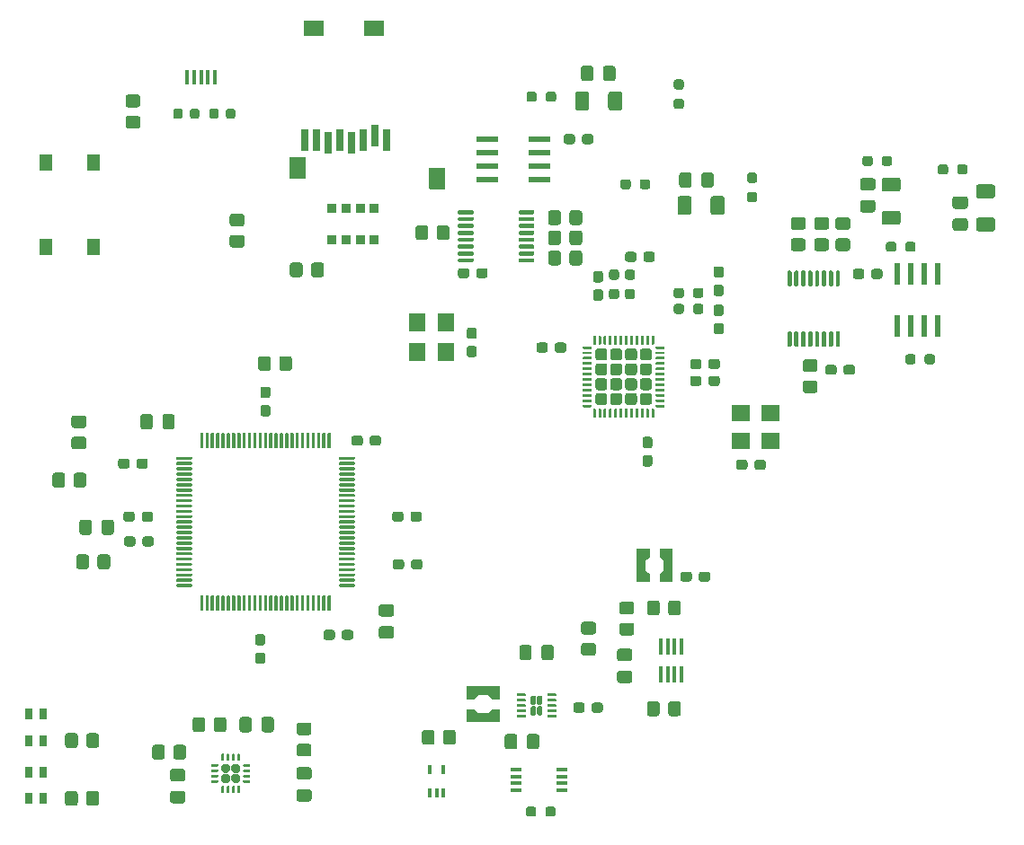
<source format=gtp>
%TF.GenerationSoftware,KiCad,Pcbnew,(5.1.10)-1*%
%TF.CreationDate,2021-10-14T15:05:34-04:00*%
%TF.ProjectId,gf-minus1,67662d6d-696e-4757-9331-2e6b69636164,rev?*%
%TF.SameCoordinates,Original*%
%TF.FileFunction,Paste,Top*%
%TF.FilePolarity,Positive*%
%FSLAX46Y46*%
G04 Gerber Fmt 4.6, Leading zero omitted, Abs format (unit mm)*
G04 Created by KiCad (PCBNEW (5.1.10)-1) date 2021-10-14 15:05:34*
%MOMM*%
%LPD*%
G01*
G04 APERTURE LIST*
%ADD10R,0.400000X1.560000*%
%ADD11R,0.400000X0.900000*%
%ADD12R,1.540000X1.800000*%
%ADD13R,1.100000X0.400000*%
%ADD14R,2.000000X0.600000*%
%ADD15R,0.600000X2.000000*%
%ADD16R,1.800000X1.540000*%
%ADD17R,1.300000X1.550000*%
%ADD18R,0.900000X0.900000*%
%ADD19C,0.100000*%
%ADD20R,0.400000X1.350000*%
%ADD21R,0.800000X2.000000*%
%ADD22R,0.800000X1.000000*%
G04 APERTURE END LIST*
G36*
G01*
X104350000Y-61832500D02*
X104350000Y-61357500D01*
G75*
G02*
X104587500Y-61120000I237500J0D01*
G01*
X105187500Y-61120000D01*
G75*
G02*
X105425000Y-61357500I0J-237500D01*
G01*
X105425000Y-61832500D01*
G75*
G02*
X105187500Y-62070000I-237500J0D01*
G01*
X104587500Y-62070000D01*
G75*
G02*
X104350000Y-61832500I0J237500D01*
G01*
G37*
G36*
G01*
X106075000Y-61832500D02*
X106075000Y-61357500D01*
G75*
G02*
X106312500Y-61120000I237500J0D01*
G01*
X106912500Y-61120000D01*
G75*
G02*
X107150000Y-61357500I0J-237500D01*
G01*
X107150000Y-61832500D01*
G75*
G02*
X106912500Y-62070000I-237500J0D01*
G01*
X106312500Y-62070000D01*
G75*
G02*
X106075000Y-61832500I0J237500D01*
G01*
G37*
G36*
G01*
X99925000Y-114062500D02*
X99925000Y-113937500D01*
G75*
G02*
X99987500Y-113875000I62500J0D01*
G01*
X100737500Y-113875000D01*
G75*
G02*
X100800000Y-113937500I0J-62500D01*
G01*
X100800000Y-114062500D01*
G75*
G02*
X100737500Y-114125000I-62500J0D01*
G01*
X99987500Y-114125000D01*
G75*
G02*
X99925000Y-114062500I0J62500D01*
G01*
G37*
G36*
G01*
X99925000Y-114562500D02*
X99925000Y-114437500D01*
G75*
G02*
X99987500Y-114375000I62500J0D01*
G01*
X100737500Y-114375000D01*
G75*
G02*
X100800000Y-114437500I0J-62500D01*
G01*
X100800000Y-114562500D01*
G75*
G02*
X100737500Y-114625000I-62500J0D01*
G01*
X99987500Y-114625000D01*
G75*
G02*
X99925000Y-114562500I0J62500D01*
G01*
G37*
G36*
G01*
X99925000Y-115062500D02*
X99925000Y-114937500D01*
G75*
G02*
X99987500Y-114875000I62500J0D01*
G01*
X100737500Y-114875000D01*
G75*
G02*
X100800000Y-114937500I0J-62500D01*
G01*
X100800000Y-115062500D01*
G75*
G02*
X100737500Y-115125000I-62500J0D01*
G01*
X99987500Y-115125000D01*
G75*
G02*
X99925000Y-115062500I0J62500D01*
G01*
G37*
G36*
G01*
X99925000Y-115562500D02*
X99925000Y-115437500D01*
G75*
G02*
X99987500Y-115375000I62500J0D01*
G01*
X100737500Y-115375000D01*
G75*
G02*
X100800000Y-115437500I0J-62500D01*
G01*
X100800000Y-115562500D01*
G75*
G02*
X100737500Y-115625000I-62500J0D01*
G01*
X99987500Y-115625000D01*
G75*
G02*
X99925000Y-115562500I0J62500D01*
G01*
G37*
G36*
G01*
X99925000Y-116062500D02*
X99925000Y-115937500D01*
G75*
G02*
X99987500Y-115875000I62500J0D01*
G01*
X100737500Y-115875000D01*
G75*
G02*
X100800000Y-115937500I0J-62500D01*
G01*
X100800000Y-116062500D01*
G75*
G02*
X100737500Y-116125000I-62500J0D01*
G01*
X99987500Y-116125000D01*
G75*
G02*
X99925000Y-116062500I0J62500D01*
G01*
G37*
G36*
G01*
X102800000Y-116062500D02*
X102800000Y-115937500D01*
G75*
G02*
X102862500Y-115875000I62500J0D01*
G01*
X103612500Y-115875000D01*
G75*
G02*
X103675000Y-115937500I0J-62500D01*
G01*
X103675000Y-116062500D01*
G75*
G02*
X103612500Y-116125000I-62500J0D01*
G01*
X102862500Y-116125000D01*
G75*
G02*
X102800000Y-116062500I0J62500D01*
G01*
G37*
G36*
G01*
X102800000Y-115562500D02*
X102800000Y-115437500D01*
G75*
G02*
X102862500Y-115375000I62500J0D01*
G01*
X103612500Y-115375000D01*
G75*
G02*
X103675000Y-115437500I0J-62500D01*
G01*
X103675000Y-115562500D01*
G75*
G02*
X103612500Y-115625000I-62500J0D01*
G01*
X102862500Y-115625000D01*
G75*
G02*
X102800000Y-115562500I0J62500D01*
G01*
G37*
G36*
G01*
X102800000Y-115062500D02*
X102800000Y-114937500D01*
G75*
G02*
X102862500Y-114875000I62500J0D01*
G01*
X103612500Y-114875000D01*
G75*
G02*
X103675000Y-114937500I0J-62500D01*
G01*
X103675000Y-115062500D01*
G75*
G02*
X103612500Y-115125000I-62500J0D01*
G01*
X102862500Y-115125000D01*
G75*
G02*
X102800000Y-115062500I0J62500D01*
G01*
G37*
G36*
G01*
X102800000Y-114562500D02*
X102800000Y-114437500D01*
G75*
G02*
X102862500Y-114375000I62500J0D01*
G01*
X103612500Y-114375000D01*
G75*
G02*
X103675000Y-114437500I0J-62500D01*
G01*
X103675000Y-114562500D01*
G75*
G02*
X103612500Y-114625000I-62500J0D01*
G01*
X102862500Y-114625000D01*
G75*
G02*
X102800000Y-114562500I0J62500D01*
G01*
G37*
G36*
G01*
X102800000Y-114062500D02*
X102800000Y-113937500D01*
G75*
G02*
X102862500Y-113875000I62500J0D01*
G01*
X103612500Y-113875000D01*
G75*
G02*
X103675000Y-113937500I0J-62500D01*
G01*
X103675000Y-114062500D01*
G75*
G02*
X103612500Y-114125000I-62500J0D01*
G01*
X102862500Y-114125000D01*
G75*
G02*
X102800000Y-114062500I0J62500D01*
G01*
G37*
G36*
G01*
X101240000Y-114805000D02*
X101240000Y-114195000D01*
G75*
G02*
X101370000Y-114065000I130000J0D01*
G01*
X101630000Y-114065000D01*
G75*
G02*
X101760000Y-114195000I0J-130000D01*
G01*
X101760000Y-114805000D01*
G75*
G02*
X101630000Y-114935000I-130000J0D01*
G01*
X101370000Y-114935000D01*
G75*
G02*
X101240000Y-114805000I0J130000D01*
G01*
G37*
G36*
G01*
X101240000Y-115805000D02*
X101240000Y-115195000D01*
G75*
G02*
X101370000Y-115065000I130000J0D01*
G01*
X101630000Y-115065000D01*
G75*
G02*
X101760000Y-115195000I0J-130000D01*
G01*
X101760000Y-115805000D01*
G75*
G02*
X101630000Y-115935000I-130000J0D01*
G01*
X101370000Y-115935000D01*
G75*
G02*
X101240000Y-115805000I0J130000D01*
G01*
G37*
G36*
G01*
X101840000Y-114805000D02*
X101840000Y-114195000D01*
G75*
G02*
X101970000Y-114065000I130000J0D01*
G01*
X102230000Y-114065000D01*
G75*
G02*
X102360000Y-114195000I0J-130000D01*
G01*
X102360000Y-114805000D01*
G75*
G02*
X102230000Y-114935000I-130000J0D01*
G01*
X101970000Y-114935000D01*
G75*
G02*
X101840000Y-114805000I0J130000D01*
G01*
G37*
G36*
G01*
X101840000Y-115805000D02*
X101840000Y-115195000D01*
G75*
G02*
X101970000Y-115065000I130000J0D01*
G01*
X102230000Y-115065000D01*
G75*
G02*
X102360000Y-115195000I0J-130000D01*
G01*
X102360000Y-115805000D01*
G75*
G02*
X102230000Y-115935000I-130000J0D01*
G01*
X101970000Y-115935000D01*
G75*
G02*
X101840000Y-115805000I0J130000D01*
G01*
G37*
D10*
X113490000Y-112100000D03*
X114140000Y-112100000D03*
X114800000Y-112100000D03*
X115450000Y-112100000D03*
X115450000Y-109400000D03*
X114800000Y-109400000D03*
X114140000Y-109400000D03*
X113490000Y-109400000D03*
G36*
G01*
X71150000Y-120712500D02*
X71150000Y-120587500D01*
G75*
G02*
X71212500Y-120525000I62500J0D01*
G01*
X71762500Y-120525000D01*
G75*
G02*
X71825000Y-120587500I0J-62500D01*
G01*
X71825000Y-120712500D01*
G75*
G02*
X71762500Y-120775000I-62500J0D01*
G01*
X71212500Y-120775000D01*
G75*
G02*
X71150000Y-120712500I0J62500D01*
G01*
G37*
G36*
G01*
X71150000Y-121212500D02*
X71150000Y-121087500D01*
G75*
G02*
X71212500Y-121025000I62500J0D01*
G01*
X71762500Y-121025000D01*
G75*
G02*
X71825000Y-121087500I0J-62500D01*
G01*
X71825000Y-121212500D01*
G75*
G02*
X71762500Y-121275000I-62500J0D01*
G01*
X71212500Y-121275000D01*
G75*
G02*
X71150000Y-121212500I0J62500D01*
G01*
G37*
G36*
G01*
X71150000Y-121712500D02*
X71150000Y-121587500D01*
G75*
G02*
X71212500Y-121525000I62500J0D01*
G01*
X71762500Y-121525000D01*
G75*
G02*
X71825000Y-121587500I0J-62500D01*
G01*
X71825000Y-121712500D01*
G75*
G02*
X71762500Y-121775000I-62500J0D01*
G01*
X71212500Y-121775000D01*
G75*
G02*
X71150000Y-121712500I0J62500D01*
G01*
G37*
G36*
G01*
X71150000Y-122212500D02*
X71150000Y-122087500D01*
G75*
G02*
X71212500Y-122025000I62500J0D01*
G01*
X71762500Y-122025000D01*
G75*
G02*
X71825000Y-122087500I0J-62500D01*
G01*
X71825000Y-122212500D01*
G75*
G02*
X71762500Y-122275000I-62500J0D01*
G01*
X71212500Y-122275000D01*
G75*
G02*
X71150000Y-122212500I0J62500D01*
G01*
G37*
G36*
G01*
X72125000Y-123187500D02*
X72125000Y-122637500D01*
G75*
G02*
X72187500Y-122575000I62500J0D01*
G01*
X72312500Y-122575000D01*
G75*
G02*
X72375000Y-122637500I0J-62500D01*
G01*
X72375000Y-123187500D01*
G75*
G02*
X72312500Y-123250000I-62500J0D01*
G01*
X72187500Y-123250000D01*
G75*
G02*
X72125000Y-123187500I0J62500D01*
G01*
G37*
G36*
G01*
X72625000Y-123187500D02*
X72625000Y-122637500D01*
G75*
G02*
X72687500Y-122575000I62500J0D01*
G01*
X72812500Y-122575000D01*
G75*
G02*
X72875000Y-122637500I0J-62500D01*
G01*
X72875000Y-123187500D01*
G75*
G02*
X72812500Y-123250000I-62500J0D01*
G01*
X72687500Y-123250000D01*
G75*
G02*
X72625000Y-123187500I0J62500D01*
G01*
G37*
G36*
G01*
X73125000Y-123187500D02*
X73125000Y-122637500D01*
G75*
G02*
X73187500Y-122575000I62500J0D01*
G01*
X73312500Y-122575000D01*
G75*
G02*
X73375000Y-122637500I0J-62500D01*
G01*
X73375000Y-123187500D01*
G75*
G02*
X73312500Y-123250000I-62500J0D01*
G01*
X73187500Y-123250000D01*
G75*
G02*
X73125000Y-123187500I0J62500D01*
G01*
G37*
G36*
G01*
X73625000Y-123187500D02*
X73625000Y-122637500D01*
G75*
G02*
X73687500Y-122575000I62500J0D01*
G01*
X73812500Y-122575000D01*
G75*
G02*
X73875000Y-122637500I0J-62500D01*
G01*
X73875000Y-123187500D01*
G75*
G02*
X73812500Y-123250000I-62500J0D01*
G01*
X73687500Y-123250000D01*
G75*
G02*
X73625000Y-123187500I0J62500D01*
G01*
G37*
G36*
G01*
X74175000Y-122212500D02*
X74175000Y-122087500D01*
G75*
G02*
X74237500Y-122025000I62500J0D01*
G01*
X74787500Y-122025000D01*
G75*
G02*
X74850000Y-122087500I0J-62500D01*
G01*
X74850000Y-122212500D01*
G75*
G02*
X74787500Y-122275000I-62500J0D01*
G01*
X74237500Y-122275000D01*
G75*
G02*
X74175000Y-122212500I0J62500D01*
G01*
G37*
G36*
G01*
X74175000Y-121712500D02*
X74175000Y-121587500D01*
G75*
G02*
X74237500Y-121525000I62500J0D01*
G01*
X74787500Y-121525000D01*
G75*
G02*
X74850000Y-121587500I0J-62500D01*
G01*
X74850000Y-121712500D01*
G75*
G02*
X74787500Y-121775000I-62500J0D01*
G01*
X74237500Y-121775000D01*
G75*
G02*
X74175000Y-121712500I0J62500D01*
G01*
G37*
G36*
G01*
X74175000Y-121212500D02*
X74175000Y-121087500D01*
G75*
G02*
X74237500Y-121025000I62500J0D01*
G01*
X74787500Y-121025000D01*
G75*
G02*
X74850000Y-121087500I0J-62500D01*
G01*
X74850000Y-121212500D01*
G75*
G02*
X74787500Y-121275000I-62500J0D01*
G01*
X74237500Y-121275000D01*
G75*
G02*
X74175000Y-121212500I0J62500D01*
G01*
G37*
G36*
G01*
X74175000Y-120712500D02*
X74175000Y-120587500D01*
G75*
G02*
X74237500Y-120525000I62500J0D01*
G01*
X74787500Y-120525000D01*
G75*
G02*
X74850000Y-120587500I0J-62500D01*
G01*
X74850000Y-120712500D01*
G75*
G02*
X74787500Y-120775000I-62500J0D01*
G01*
X74237500Y-120775000D01*
G75*
G02*
X74175000Y-120712500I0J62500D01*
G01*
G37*
G36*
G01*
X73625000Y-120162500D02*
X73625000Y-119612500D01*
G75*
G02*
X73687500Y-119550000I62500J0D01*
G01*
X73812500Y-119550000D01*
G75*
G02*
X73875000Y-119612500I0J-62500D01*
G01*
X73875000Y-120162500D01*
G75*
G02*
X73812500Y-120225000I-62500J0D01*
G01*
X73687500Y-120225000D01*
G75*
G02*
X73625000Y-120162500I0J62500D01*
G01*
G37*
G36*
G01*
X73125000Y-120162500D02*
X73125000Y-119612500D01*
G75*
G02*
X73187500Y-119550000I62500J0D01*
G01*
X73312500Y-119550000D01*
G75*
G02*
X73375000Y-119612500I0J-62500D01*
G01*
X73375000Y-120162500D01*
G75*
G02*
X73312500Y-120225000I-62500J0D01*
G01*
X73187500Y-120225000D01*
G75*
G02*
X73125000Y-120162500I0J62500D01*
G01*
G37*
G36*
G01*
X72625000Y-120162500D02*
X72625000Y-119612500D01*
G75*
G02*
X72687500Y-119550000I62500J0D01*
G01*
X72812500Y-119550000D01*
G75*
G02*
X72875000Y-119612500I0J-62500D01*
G01*
X72875000Y-120162500D01*
G75*
G02*
X72812500Y-120225000I-62500J0D01*
G01*
X72687500Y-120225000D01*
G75*
G02*
X72625000Y-120162500I0J62500D01*
G01*
G37*
G36*
G01*
X72125000Y-120162500D02*
X72125000Y-119612500D01*
G75*
G02*
X72187500Y-119550000I62500J0D01*
G01*
X72312500Y-119550000D01*
G75*
G02*
X72375000Y-119612500I0J-62500D01*
G01*
X72375000Y-120162500D01*
G75*
G02*
X72312500Y-120225000I-62500J0D01*
G01*
X72187500Y-120225000D01*
G75*
G02*
X72125000Y-120162500I0J62500D01*
G01*
G37*
G36*
G01*
X72115000Y-121130000D02*
X72115000Y-120720000D01*
G75*
G02*
X72320000Y-120515000I205000J0D01*
G01*
X72730000Y-120515000D01*
G75*
G02*
X72935000Y-120720000I0J-205000D01*
G01*
X72935000Y-121130000D01*
G75*
G02*
X72730000Y-121335000I-205000J0D01*
G01*
X72320000Y-121335000D01*
G75*
G02*
X72115000Y-121130000I0J205000D01*
G01*
G37*
G36*
G01*
X72115000Y-122080000D02*
X72115000Y-121670000D01*
G75*
G02*
X72320000Y-121465000I205000J0D01*
G01*
X72730000Y-121465000D01*
G75*
G02*
X72935000Y-121670000I0J-205000D01*
G01*
X72935000Y-122080000D01*
G75*
G02*
X72730000Y-122285000I-205000J0D01*
G01*
X72320000Y-122285000D01*
G75*
G02*
X72115000Y-122080000I0J205000D01*
G01*
G37*
G36*
G01*
X73065000Y-121130000D02*
X73065000Y-120720000D01*
G75*
G02*
X73270000Y-120515000I205000J0D01*
G01*
X73680000Y-120515000D01*
G75*
G02*
X73885000Y-120720000I0J-205000D01*
G01*
X73885000Y-121130000D01*
G75*
G02*
X73680000Y-121335000I-205000J0D01*
G01*
X73270000Y-121335000D01*
G75*
G02*
X73065000Y-121130000I0J205000D01*
G01*
G37*
G36*
G01*
X73065000Y-122080000D02*
X73065000Y-121670000D01*
G75*
G02*
X73270000Y-121465000I205000J0D01*
G01*
X73680000Y-121465000D01*
G75*
G02*
X73885000Y-121670000I0J-205000D01*
G01*
X73885000Y-122080000D01*
G75*
G02*
X73680000Y-122285000I-205000J0D01*
G01*
X73270000Y-122285000D01*
G75*
G02*
X73065000Y-122080000I0J205000D01*
G01*
G37*
D11*
X91750000Y-121000000D03*
X93050000Y-121000000D03*
X93050000Y-123200000D03*
X91750000Y-123200000D03*
X92400000Y-123200000D03*
D12*
X93240000Y-78900000D03*
X90560000Y-78900000D03*
X90560000Y-81700000D03*
X93240000Y-81700000D03*
D13*
X104150000Y-122975000D03*
X104150000Y-122325000D03*
X104150000Y-121675000D03*
X104150000Y-121025000D03*
X99850000Y-121025000D03*
X99850000Y-121675000D03*
X99850000Y-122325000D03*
X99850000Y-122975000D03*
D14*
X97200000Y-64135000D03*
X102100000Y-61595000D03*
X102100000Y-62865000D03*
X102100000Y-64135000D03*
X102100000Y-65405000D03*
X97200000Y-65405000D03*
X97200000Y-62865000D03*
X97200000Y-61595000D03*
D15*
X138285000Y-79200000D03*
X135745000Y-74300000D03*
X137015000Y-74300000D03*
X138285000Y-74300000D03*
X139555000Y-74300000D03*
X139555000Y-79200000D03*
X137015000Y-79200000D03*
X135745000Y-79200000D03*
G36*
G01*
X130075000Y-74000000D02*
X130275000Y-74000000D01*
G75*
G02*
X130375000Y-74100000I0J-100000D01*
G01*
X130375000Y-75375000D01*
G75*
G02*
X130275000Y-75475000I-100000J0D01*
G01*
X130075000Y-75475000D01*
G75*
G02*
X129975000Y-75375000I0J100000D01*
G01*
X129975000Y-74100000D01*
G75*
G02*
X130075000Y-74000000I100000J0D01*
G01*
G37*
G36*
G01*
X129425000Y-74000000D02*
X129625000Y-74000000D01*
G75*
G02*
X129725000Y-74100000I0J-100000D01*
G01*
X129725000Y-75375000D01*
G75*
G02*
X129625000Y-75475000I-100000J0D01*
G01*
X129425000Y-75475000D01*
G75*
G02*
X129325000Y-75375000I0J100000D01*
G01*
X129325000Y-74100000D01*
G75*
G02*
X129425000Y-74000000I100000J0D01*
G01*
G37*
G36*
G01*
X128775000Y-74000000D02*
X128975000Y-74000000D01*
G75*
G02*
X129075000Y-74100000I0J-100000D01*
G01*
X129075000Y-75375000D01*
G75*
G02*
X128975000Y-75475000I-100000J0D01*
G01*
X128775000Y-75475000D01*
G75*
G02*
X128675000Y-75375000I0J100000D01*
G01*
X128675000Y-74100000D01*
G75*
G02*
X128775000Y-74000000I100000J0D01*
G01*
G37*
G36*
G01*
X128125000Y-74000000D02*
X128325000Y-74000000D01*
G75*
G02*
X128425000Y-74100000I0J-100000D01*
G01*
X128425000Y-75375000D01*
G75*
G02*
X128325000Y-75475000I-100000J0D01*
G01*
X128125000Y-75475000D01*
G75*
G02*
X128025000Y-75375000I0J100000D01*
G01*
X128025000Y-74100000D01*
G75*
G02*
X128125000Y-74000000I100000J0D01*
G01*
G37*
G36*
G01*
X127475000Y-74000000D02*
X127675000Y-74000000D01*
G75*
G02*
X127775000Y-74100000I0J-100000D01*
G01*
X127775000Y-75375000D01*
G75*
G02*
X127675000Y-75475000I-100000J0D01*
G01*
X127475000Y-75475000D01*
G75*
G02*
X127375000Y-75375000I0J100000D01*
G01*
X127375000Y-74100000D01*
G75*
G02*
X127475000Y-74000000I100000J0D01*
G01*
G37*
G36*
G01*
X126825000Y-74000000D02*
X127025000Y-74000000D01*
G75*
G02*
X127125000Y-74100000I0J-100000D01*
G01*
X127125000Y-75375000D01*
G75*
G02*
X127025000Y-75475000I-100000J0D01*
G01*
X126825000Y-75475000D01*
G75*
G02*
X126725000Y-75375000I0J100000D01*
G01*
X126725000Y-74100000D01*
G75*
G02*
X126825000Y-74000000I100000J0D01*
G01*
G37*
G36*
G01*
X126175000Y-74000000D02*
X126375000Y-74000000D01*
G75*
G02*
X126475000Y-74100000I0J-100000D01*
G01*
X126475000Y-75375000D01*
G75*
G02*
X126375000Y-75475000I-100000J0D01*
G01*
X126175000Y-75475000D01*
G75*
G02*
X126075000Y-75375000I0J100000D01*
G01*
X126075000Y-74100000D01*
G75*
G02*
X126175000Y-74000000I100000J0D01*
G01*
G37*
G36*
G01*
X125525000Y-74000000D02*
X125725000Y-74000000D01*
G75*
G02*
X125825000Y-74100000I0J-100000D01*
G01*
X125825000Y-75375000D01*
G75*
G02*
X125725000Y-75475000I-100000J0D01*
G01*
X125525000Y-75475000D01*
G75*
G02*
X125425000Y-75375000I0J100000D01*
G01*
X125425000Y-74100000D01*
G75*
G02*
X125525000Y-74000000I100000J0D01*
G01*
G37*
G36*
G01*
X125525000Y-79725000D02*
X125725000Y-79725000D01*
G75*
G02*
X125825000Y-79825000I0J-100000D01*
G01*
X125825000Y-81100000D01*
G75*
G02*
X125725000Y-81200000I-100000J0D01*
G01*
X125525000Y-81200000D01*
G75*
G02*
X125425000Y-81100000I0J100000D01*
G01*
X125425000Y-79825000D01*
G75*
G02*
X125525000Y-79725000I100000J0D01*
G01*
G37*
G36*
G01*
X126175000Y-79725000D02*
X126375000Y-79725000D01*
G75*
G02*
X126475000Y-79825000I0J-100000D01*
G01*
X126475000Y-81100000D01*
G75*
G02*
X126375000Y-81200000I-100000J0D01*
G01*
X126175000Y-81200000D01*
G75*
G02*
X126075000Y-81100000I0J100000D01*
G01*
X126075000Y-79825000D01*
G75*
G02*
X126175000Y-79725000I100000J0D01*
G01*
G37*
G36*
G01*
X126825000Y-79725000D02*
X127025000Y-79725000D01*
G75*
G02*
X127125000Y-79825000I0J-100000D01*
G01*
X127125000Y-81100000D01*
G75*
G02*
X127025000Y-81200000I-100000J0D01*
G01*
X126825000Y-81200000D01*
G75*
G02*
X126725000Y-81100000I0J100000D01*
G01*
X126725000Y-79825000D01*
G75*
G02*
X126825000Y-79725000I100000J0D01*
G01*
G37*
G36*
G01*
X127475000Y-79725000D02*
X127675000Y-79725000D01*
G75*
G02*
X127775000Y-79825000I0J-100000D01*
G01*
X127775000Y-81100000D01*
G75*
G02*
X127675000Y-81200000I-100000J0D01*
G01*
X127475000Y-81200000D01*
G75*
G02*
X127375000Y-81100000I0J100000D01*
G01*
X127375000Y-79825000D01*
G75*
G02*
X127475000Y-79725000I100000J0D01*
G01*
G37*
G36*
G01*
X128125000Y-79725000D02*
X128325000Y-79725000D01*
G75*
G02*
X128425000Y-79825000I0J-100000D01*
G01*
X128425000Y-81100000D01*
G75*
G02*
X128325000Y-81200000I-100000J0D01*
G01*
X128125000Y-81200000D01*
G75*
G02*
X128025000Y-81100000I0J100000D01*
G01*
X128025000Y-79825000D01*
G75*
G02*
X128125000Y-79725000I100000J0D01*
G01*
G37*
G36*
G01*
X128775000Y-79725000D02*
X128975000Y-79725000D01*
G75*
G02*
X129075000Y-79825000I0J-100000D01*
G01*
X129075000Y-81100000D01*
G75*
G02*
X128975000Y-81200000I-100000J0D01*
G01*
X128775000Y-81200000D01*
G75*
G02*
X128675000Y-81100000I0J100000D01*
G01*
X128675000Y-79825000D01*
G75*
G02*
X128775000Y-79725000I100000J0D01*
G01*
G37*
G36*
G01*
X129425000Y-79725000D02*
X129625000Y-79725000D01*
G75*
G02*
X129725000Y-79825000I0J-100000D01*
G01*
X129725000Y-81100000D01*
G75*
G02*
X129625000Y-81200000I-100000J0D01*
G01*
X129425000Y-81200000D01*
G75*
G02*
X129325000Y-81100000I0J100000D01*
G01*
X129325000Y-79825000D01*
G75*
G02*
X129425000Y-79725000I100000J0D01*
G01*
G37*
G36*
G01*
X130075000Y-79725000D02*
X130275000Y-79725000D01*
G75*
G02*
X130375000Y-79825000I0J-100000D01*
G01*
X130375000Y-81100000D01*
G75*
G02*
X130275000Y-81200000I-100000J0D01*
G01*
X130075000Y-81200000D01*
G75*
G02*
X129975000Y-81100000I0J100000D01*
G01*
X129975000Y-79825000D01*
G75*
G02*
X130075000Y-79725000I100000J0D01*
G01*
G37*
G36*
G01*
X95875000Y-72925000D02*
X95875000Y-73125000D01*
G75*
G02*
X95775000Y-73225000I-100000J0D01*
G01*
X94500000Y-73225000D01*
G75*
G02*
X94400000Y-73125000I0J100000D01*
G01*
X94400000Y-72925000D01*
G75*
G02*
X94500000Y-72825000I100000J0D01*
G01*
X95775000Y-72825000D01*
G75*
G02*
X95875000Y-72925000I0J-100000D01*
G01*
G37*
G36*
G01*
X95875000Y-72275000D02*
X95875000Y-72475000D01*
G75*
G02*
X95775000Y-72575000I-100000J0D01*
G01*
X94500000Y-72575000D01*
G75*
G02*
X94400000Y-72475000I0J100000D01*
G01*
X94400000Y-72275000D01*
G75*
G02*
X94500000Y-72175000I100000J0D01*
G01*
X95775000Y-72175000D01*
G75*
G02*
X95875000Y-72275000I0J-100000D01*
G01*
G37*
G36*
G01*
X95875000Y-71625000D02*
X95875000Y-71825000D01*
G75*
G02*
X95775000Y-71925000I-100000J0D01*
G01*
X94500000Y-71925000D01*
G75*
G02*
X94400000Y-71825000I0J100000D01*
G01*
X94400000Y-71625000D01*
G75*
G02*
X94500000Y-71525000I100000J0D01*
G01*
X95775000Y-71525000D01*
G75*
G02*
X95875000Y-71625000I0J-100000D01*
G01*
G37*
G36*
G01*
X95875000Y-70975000D02*
X95875000Y-71175000D01*
G75*
G02*
X95775000Y-71275000I-100000J0D01*
G01*
X94500000Y-71275000D01*
G75*
G02*
X94400000Y-71175000I0J100000D01*
G01*
X94400000Y-70975000D01*
G75*
G02*
X94500000Y-70875000I100000J0D01*
G01*
X95775000Y-70875000D01*
G75*
G02*
X95875000Y-70975000I0J-100000D01*
G01*
G37*
G36*
G01*
X95875000Y-70325000D02*
X95875000Y-70525000D01*
G75*
G02*
X95775000Y-70625000I-100000J0D01*
G01*
X94500000Y-70625000D01*
G75*
G02*
X94400000Y-70525000I0J100000D01*
G01*
X94400000Y-70325000D01*
G75*
G02*
X94500000Y-70225000I100000J0D01*
G01*
X95775000Y-70225000D01*
G75*
G02*
X95875000Y-70325000I0J-100000D01*
G01*
G37*
G36*
G01*
X95875000Y-69675000D02*
X95875000Y-69875000D01*
G75*
G02*
X95775000Y-69975000I-100000J0D01*
G01*
X94500000Y-69975000D01*
G75*
G02*
X94400000Y-69875000I0J100000D01*
G01*
X94400000Y-69675000D01*
G75*
G02*
X94500000Y-69575000I100000J0D01*
G01*
X95775000Y-69575000D01*
G75*
G02*
X95875000Y-69675000I0J-100000D01*
G01*
G37*
G36*
G01*
X95875000Y-69025000D02*
X95875000Y-69225000D01*
G75*
G02*
X95775000Y-69325000I-100000J0D01*
G01*
X94500000Y-69325000D01*
G75*
G02*
X94400000Y-69225000I0J100000D01*
G01*
X94400000Y-69025000D01*
G75*
G02*
X94500000Y-68925000I100000J0D01*
G01*
X95775000Y-68925000D01*
G75*
G02*
X95875000Y-69025000I0J-100000D01*
G01*
G37*
G36*
G01*
X95875000Y-68375000D02*
X95875000Y-68575000D01*
G75*
G02*
X95775000Y-68675000I-100000J0D01*
G01*
X94500000Y-68675000D01*
G75*
G02*
X94400000Y-68575000I0J100000D01*
G01*
X94400000Y-68375000D01*
G75*
G02*
X94500000Y-68275000I100000J0D01*
G01*
X95775000Y-68275000D01*
G75*
G02*
X95875000Y-68375000I0J-100000D01*
G01*
G37*
G36*
G01*
X101600000Y-68375000D02*
X101600000Y-68575000D01*
G75*
G02*
X101500000Y-68675000I-100000J0D01*
G01*
X100225000Y-68675000D01*
G75*
G02*
X100125000Y-68575000I0J100000D01*
G01*
X100125000Y-68375000D01*
G75*
G02*
X100225000Y-68275000I100000J0D01*
G01*
X101500000Y-68275000D01*
G75*
G02*
X101600000Y-68375000I0J-100000D01*
G01*
G37*
G36*
G01*
X101600000Y-69025000D02*
X101600000Y-69225000D01*
G75*
G02*
X101500000Y-69325000I-100000J0D01*
G01*
X100225000Y-69325000D01*
G75*
G02*
X100125000Y-69225000I0J100000D01*
G01*
X100125000Y-69025000D01*
G75*
G02*
X100225000Y-68925000I100000J0D01*
G01*
X101500000Y-68925000D01*
G75*
G02*
X101600000Y-69025000I0J-100000D01*
G01*
G37*
G36*
G01*
X101600000Y-69675000D02*
X101600000Y-69875000D01*
G75*
G02*
X101500000Y-69975000I-100000J0D01*
G01*
X100225000Y-69975000D01*
G75*
G02*
X100125000Y-69875000I0J100000D01*
G01*
X100125000Y-69675000D01*
G75*
G02*
X100225000Y-69575000I100000J0D01*
G01*
X101500000Y-69575000D01*
G75*
G02*
X101600000Y-69675000I0J-100000D01*
G01*
G37*
G36*
G01*
X101600000Y-70325000D02*
X101600000Y-70525000D01*
G75*
G02*
X101500000Y-70625000I-100000J0D01*
G01*
X100225000Y-70625000D01*
G75*
G02*
X100125000Y-70525000I0J100000D01*
G01*
X100125000Y-70325000D01*
G75*
G02*
X100225000Y-70225000I100000J0D01*
G01*
X101500000Y-70225000D01*
G75*
G02*
X101600000Y-70325000I0J-100000D01*
G01*
G37*
G36*
G01*
X101600000Y-70975000D02*
X101600000Y-71175000D01*
G75*
G02*
X101500000Y-71275000I-100000J0D01*
G01*
X100225000Y-71275000D01*
G75*
G02*
X100125000Y-71175000I0J100000D01*
G01*
X100125000Y-70975000D01*
G75*
G02*
X100225000Y-70875000I100000J0D01*
G01*
X101500000Y-70875000D01*
G75*
G02*
X101600000Y-70975000I0J-100000D01*
G01*
G37*
G36*
G01*
X101600000Y-71625000D02*
X101600000Y-71825000D01*
G75*
G02*
X101500000Y-71925000I-100000J0D01*
G01*
X100225000Y-71925000D01*
G75*
G02*
X100125000Y-71825000I0J100000D01*
G01*
X100125000Y-71625000D01*
G75*
G02*
X100225000Y-71525000I100000J0D01*
G01*
X101500000Y-71525000D01*
G75*
G02*
X101600000Y-71625000I0J-100000D01*
G01*
G37*
G36*
G01*
X101600000Y-72275000D02*
X101600000Y-72475000D01*
G75*
G02*
X101500000Y-72575000I-100000J0D01*
G01*
X100225000Y-72575000D01*
G75*
G02*
X100125000Y-72475000I0J100000D01*
G01*
X100125000Y-72275000D01*
G75*
G02*
X100225000Y-72175000I100000J0D01*
G01*
X101500000Y-72175000D01*
G75*
G02*
X101600000Y-72275000I0J-100000D01*
G01*
G37*
G36*
G01*
X101600000Y-72925000D02*
X101600000Y-73125000D01*
G75*
G02*
X101500000Y-73225000I-100000J0D01*
G01*
X100225000Y-73225000D01*
G75*
G02*
X100125000Y-73125000I0J100000D01*
G01*
X100125000Y-72925000D01*
G75*
G02*
X100225000Y-72825000I100000J0D01*
G01*
X101500000Y-72825000D01*
G75*
G02*
X101600000Y-72925000I0J-100000D01*
G01*
G37*
D16*
X123800000Y-90080000D03*
X123800000Y-87400000D03*
X121000000Y-87400000D03*
X121000000Y-90080000D03*
G36*
G01*
X111535000Y-86415000D02*
X111535000Y-85785000D01*
G75*
G02*
X111785000Y-85535000I250000J0D01*
G01*
X112415000Y-85535000D01*
G75*
G02*
X112665000Y-85785000I0J-250000D01*
G01*
X112665000Y-86415000D01*
G75*
G02*
X112415000Y-86665000I-250000J0D01*
G01*
X111785000Y-86665000D01*
G75*
G02*
X111535000Y-86415000I0J250000D01*
G01*
G37*
G36*
G01*
X111535000Y-85015000D02*
X111535000Y-84385000D01*
G75*
G02*
X111785000Y-84135000I250000J0D01*
G01*
X112415000Y-84135000D01*
G75*
G02*
X112665000Y-84385000I0J-250000D01*
G01*
X112665000Y-85015000D01*
G75*
G02*
X112415000Y-85265000I-250000J0D01*
G01*
X111785000Y-85265000D01*
G75*
G02*
X111535000Y-85015000I0J250000D01*
G01*
G37*
G36*
G01*
X111535000Y-83615000D02*
X111535000Y-82985000D01*
G75*
G02*
X111785000Y-82735000I250000J0D01*
G01*
X112415000Y-82735000D01*
G75*
G02*
X112665000Y-82985000I0J-250000D01*
G01*
X112665000Y-83615000D01*
G75*
G02*
X112415000Y-83865000I-250000J0D01*
G01*
X111785000Y-83865000D01*
G75*
G02*
X111535000Y-83615000I0J250000D01*
G01*
G37*
G36*
G01*
X111535000Y-82215000D02*
X111535000Y-81585000D01*
G75*
G02*
X111785000Y-81335000I250000J0D01*
G01*
X112415000Y-81335000D01*
G75*
G02*
X112665000Y-81585000I0J-250000D01*
G01*
X112665000Y-82215000D01*
G75*
G02*
X112415000Y-82465000I-250000J0D01*
G01*
X111785000Y-82465000D01*
G75*
G02*
X111535000Y-82215000I0J250000D01*
G01*
G37*
G36*
G01*
X110135000Y-86415000D02*
X110135000Y-85785000D01*
G75*
G02*
X110385000Y-85535000I250000J0D01*
G01*
X111015000Y-85535000D01*
G75*
G02*
X111265000Y-85785000I0J-250000D01*
G01*
X111265000Y-86415000D01*
G75*
G02*
X111015000Y-86665000I-250000J0D01*
G01*
X110385000Y-86665000D01*
G75*
G02*
X110135000Y-86415000I0J250000D01*
G01*
G37*
G36*
G01*
X110135000Y-85015000D02*
X110135000Y-84385000D01*
G75*
G02*
X110385000Y-84135000I250000J0D01*
G01*
X111015000Y-84135000D01*
G75*
G02*
X111265000Y-84385000I0J-250000D01*
G01*
X111265000Y-85015000D01*
G75*
G02*
X111015000Y-85265000I-250000J0D01*
G01*
X110385000Y-85265000D01*
G75*
G02*
X110135000Y-85015000I0J250000D01*
G01*
G37*
G36*
G01*
X110135000Y-83615000D02*
X110135000Y-82985000D01*
G75*
G02*
X110385000Y-82735000I250000J0D01*
G01*
X111015000Y-82735000D01*
G75*
G02*
X111265000Y-82985000I0J-250000D01*
G01*
X111265000Y-83615000D01*
G75*
G02*
X111015000Y-83865000I-250000J0D01*
G01*
X110385000Y-83865000D01*
G75*
G02*
X110135000Y-83615000I0J250000D01*
G01*
G37*
G36*
G01*
X110135000Y-82215000D02*
X110135000Y-81585000D01*
G75*
G02*
X110385000Y-81335000I250000J0D01*
G01*
X111015000Y-81335000D01*
G75*
G02*
X111265000Y-81585000I0J-250000D01*
G01*
X111265000Y-82215000D01*
G75*
G02*
X111015000Y-82465000I-250000J0D01*
G01*
X110385000Y-82465000D01*
G75*
G02*
X110135000Y-82215000I0J250000D01*
G01*
G37*
G36*
G01*
X108735000Y-86415000D02*
X108735000Y-85785000D01*
G75*
G02*
X108985000Y-85535000I250000J0D01*
G01*
X109615000Y-85535000D01*
G75*
G02*
X109865000Y-85785000I0J-250000D01*
G01*
X109865000Y-86415000D01*
G75*
G02*
X109615000Y-86665000I-250000J0D01*
G01*
X108985000Y-86665000D01*
G75*
G02*
X108735000Y-86415000I0J250000D01*
G01*
G37*
G36*
G01*
X108735000Y-85015000D02*
X108735000Y-84385000D01*
G75*
G02*
X108985000Y-84135000I250000J0D01*
G01*
X109615000Y-84135000D01*
G75*
G02*
X109865000Y-84385000I0J-250000D01*
G01*
X109865000Y-85015000D01*
G75*
G02*
X109615000Y-85265000I-250000J0D01*
G01*
X108985000Y-85265000D01*
G75*
G02*
X108735000Y-85015000I0J250000D01*
G01*
G37*
G36*
G01*
X108735000Y-83615000D02*
X108735000Y-82985000D01*
G75*
G02*
X108985000Y-82735000I250000J0D01*
G01*
X109615000Y-82735000D01*
G75*
G02*
X109865000Y-82985000I0J-250000D01*
G01*
X109865000Y-83615000D01*
G75*
G02*
X109615000Y-83865000I-250000J0D01*
G01*
X108985000Y-83865000D01*
G75*
G02*
X108735000Y-83615000I0J250000D01*
G01*
G37*
G36*
G01*
X108735000Y-82215000D02*
X108735000Y-81585000D01*
G75*
G02*
X108985000Y-81335000I250000J0D01*
G01*
X109615000Y-81335000D01*
G75*
G02*
X109865000Y-81585000I0J-250000D01*
G01*
X109865000Y-82215000D01*
G75*
G02*
X109615000Y-82465000I-250000J0D01*
G01*
X108985000Y-82465000D01*
G75*
G02*
X108735000Y-82215000I0J250000D01*
G01*
G37*
G36*
G01*
X107335000Y-86415000D02*
X107335000Y-85785000D01*
G75*
G02*
X107585000Y-85535000I250000J0D01*
G01*
X108215000Y-85535000D01*
G75*
G02*
X108465000Y-85785000I0J-250000D01*
G01*
X108465000Y-86415000D01*
G75*
G02*
X108215000Y-86665000I-250000J0D01*
G01*
X107585000Y-86665000D01*
G75*
G02*
X107335000Y-86415000I0J250000D01*
G01*
G37*
G36*
G01*
X107335000Y-85015000D02*
X107335000Y-84385000D01*
G75*
G02*
X107585000Y-84135000I250000J0D01*
G01*
X108215000Y-84135000D01*
G75*
G02*
X108465000Y-84385000I0J-250000D01*
G01*
X108465000Y-85015000D01*
G75*
G02*
X108215000Y-85265000I-250000J0D01*
G01*
X107585000Y-85265000D01*
G75*
G02*
X107335000Y-85015000I0J250000D01*
G01*
G37*
G36*
G01*
X107335000Y-83615000D02*
X107335000Y-82985000D01*
G75*
G02*
X107585000Y-82735000I250000J0D01*
G01*
X108215000Y-82735000D01*
G75*
G02*
X108465000Y-82985000I0J-250000D01*
G01*
X108465000Y-83615000D01*
G75*
G02*
X108215000Y-83865000I-250000J0D01*
G01*
X107585000Y-83865000D01*
G75*
G02*
X107335000Y-83615000I0J250000D01*
G01*
G37*
G36*
G01*
X107335000Y-82215000D02*
X107335000Y-81585000D01*
G75*
G02*
X107585000Y-81335000I250000J0D01*
G01*
X108215000Y-81335000D01*
G75*
G02*
X108465000Y-81585000I0J-250000D01*
G01*
X108465000Y-82215000D01*
G75*
G02*
X108215000Y-82465000I-250000J0D01*
G01*
X107585000Y-82465000D01*
G75*
G02*
X107335000Y-82215000I0J250000D01*
G01*
G37*
G36*
G01*
X107125000Y-80937500D02*
X107125000Y-80187500D01*
G75*
G02*
X107187500Y-80125000I62500J0D01*
G01*
X107312500Y-80125000D01*
G75*
G02*
X107375000Y-80187500I0J-62500D01*
G01*
X107375000Y-80937500D01*
G75*
G02*
X107312500Y-81000000I-62500J0D01*
G01*
X107187500Y-81000000D01*
G75*
G02*
X107125000Y-80937500I0J62500D01*
G01*
G37*
G36*
G01*
X107625000Y-80937500D02*
X107625000Y-80187500D01*
G75*
G02*
X107687500Y-80125000I62500J0D01*
G01*
X107812500Y-80125000D01*
G75*
G02*
X107875000Y-80187500I0J-62500D01*
G01*
X107875000Y-80937500D01*
G75*
G02*
X107812500Y-81000000I-62500J0D01*
G01*
X107687500Y-81000000D01*
G75*
G02*
X107625000Y-80937500I0J62500D01*
G01*
G37*
G36*
G01*
X108125000Y-80937500D02*
X108125000Y-80187500D01*
G75*
G02*
X108187500Y-80125000I62500J0D01*
G01*
X108312500Y-80125000D01*
G75*
G02*
X108375000Y-80187500I0J-62500D01*
G01*
X108375000Y-80937500D01*
G75*
G02*
X108312500Y-81000000I-62500J0D01*
G01*
X108187500Y-81000000D01*
G75*
G02*
X108125000Y-80937500I0J62500D01*
G01*
G37*
G36*
G01*
X108625000Y-80937500D02*
X108625000Y-80187500D01*
G75*
G02*
X108687500Y-80125000I62500J0D01*
G01*
X108812500Y-80125000D01*
G75*
G02*
X108875000Y-80187500I0J-62500D01*
G01*
X108875000Y-80937500D01*
G75*
G02*
X108812500Y-81000000I-62500J0D01*
G01*
X108687500Y-81000000D01*
G75*
G02*
X108625000Y-80937500I0J62500D01*
G01*
G37*
G36*
G01*
X109125000Y-80937500D02*
X109125000Y-80187500D01*
G75*
G02*
X109187500Y-80125000I62500J0D01*
G01*
X109312500Y-80125000D01*
G75*
G02*
X109375000Y-80187500I0J-62500D01*
G01*
X109375000Y-80937500D01*
G75*
G02*
X109312500Y-81000000I-62500J0D01*
G01*
X109187500Y-81000000D01*
G75*
G02*
X109125000Y-80937500I0J62500D01*
G01*
G37*
G36*
G01*
X109625000Y-80937500D02*
X109625000Y-80187500D01*
G75*
G02*
X109687500Y-80125000I62500J0D01*
G01*
X109812500Y-80125000D01*
G75*
G02*
X109875000Y-80187500I0J-62500D01*
G01*
X109875000Y-80937500D01*
G75*
G02*
X109812500Y-81000000I-62500J0D01*
G01*
X109687500Y-81000000D01*
G75*
G02*
X109625000Y-80937500I0J62500D01*
G01*
G37*
G36*
G01*
X110125000Y-80937500D02*
X110125000Y-80187500D01*
G75*
G02*
X110187500Y-80125000I62500J0D01*
G01*
X110312500Y-80125000D01*
G75*
G02*
X110375000Y-80187500I0J-62500D01*
G01*
X110375000Y-80937500D01*
G75*
G02*
X110312500Y-81000000I-62500J0D01*
G01*
X110187500Y-81000000D01*
G75*
G02*
X110125000Y-80937500I0J62500D01*
G01*
G37*
G36*
G01*
X110625000Y-80937500D02*
X110625000Y-80187500D01*
G75*
G02*
X110687500Y-80125000I62500J0D01*
G01*
X110812500Y-80125000D01*
G75*
G02*
X110875000Y-80187500I0J-62500D01*
G01*
X110875000Y-80937500D01*
G75*
G02*
X110812500Y-81000000I-62500J0D01*
G01*
X110687500Y-81000000D01*
G75*
G02*
X110625000Y-80937500I0J62500D01*
G01*
G37*
G36*
G01*
X111125000Y-80937500D02*
X111125000Y-80187500D01*
G75*
G02*
X111187500Y-80125000I62500J0D01*
G01*
X111312500Y-80125000D01*
G75*
G02*
X111375000Y-80187500I0J-62500D01*
G01*
X111375000Y-80937500D01*
G75*
G02*
X111312500Y-81000000I-62500J0D01*
G01*
X111187500Y-81000000D01*
G75*
G02*
X111125000Y-80937500I0J62500D01*
G01*
G37*
G36*
G01*
X111625000Y-80937500D02*
X111625000Y-80187500D01*
G75*
G02*
X111687500Y-80125000I62500J0D01*
G01*
X111812500Y-80125000D01*
G75*
G02*
X111875000Y-80187500I0J-62500D01*
G01*
X111875000Y-80937500D01*
G75*
G02*
X111812500Y-81000000I-62500J0D01*
G01*
X111687500Y-81000000D01*
G75*
G02*
X111625000Y-80937500I0J62500D01*
G01*
G37*
G36*
G01*
X112125000Y-80937500D02*
X112125000Y-80187500D01*
G75*
G02*
X112187500Y-80125000I62500J0D01*
G01*
X112312500Y-80125000D01*
G75*
G02*
X112375000Y-80187500I0J-62500D01*
G01*
X112375000Y-80937500D01*
G75*
G02*
X112312500Y-81000000I-62500J0D01*
G01*
X112187500Y-81000000D01*
G75*
G02*
X112125000Y-80937500I0J62500D01*
G01*
G37*
G36*
G01*
X112625000Y-80937500D02*
X112625000Y-80187500D01*
G75*
G02*
X112687500Y-80125000I62500J0D01*
G01*
X112812500Y-80125000D01*
G75*
G02*
X112875000Y-80187500I0J-62500D01*
G01*
X112875000Y-80937500D01*
G75*
G02*
X112812500Y-81000000I-62500J0D01*
G01*
X112687500Y-81000000D01*
G75*
G02*
X112625000Y-80937500I0J62500D01*
G01*
G37*
G36*
G01*
X113000000Y-81312500D02*
X113000000Y-81187500D01*
G75*
G02*
X113062500Y-81125000I62500J0D01*
G01*
X113812500Y-81125000D01*
G75*
G02*
X113875000Y-81187500I0J-62500D01*
G01*
X113875000Y-81312500D01*
G75*
G02*
X113812500Y-81375000I-62500J0D01*
G01*
X113062500Y-81375000D01*
G75*
G02*
X113000000Y-81312500I0J62500D01*
G01*
G37*
G36*
G01*
X113000000Y-81812500D02*
X113000000Y-81687500D01*
G75*
G02*
X113062500Y-81625000I62500J0D01*
G01*
X113812500Y-81625000D01*
G75*
G02*
X113875000Y-81687500I0J-62500D01*
G01*
X113875000Y-81812500D01*
G75*
G02*
X113812500Y-81875000I-62500J0D01*
G01*
X113062500Y-81875000D01*
G75*
G02*
X113000000Y-81812500I0J62500D01*
G01*
G37*
G36*
G01*
X113000000Y-82312500D02*
X113000000Y-82187500D01*
G75*
G02*
X113062500Y-82125000I62500J0D01*
G01*
X113812500Y-82125000D01*
G75*
G02*
X113875000Y-82187500I0J-62500D01*
G01*
X113875000Y-82312500D01*
G75*
G02*
X113812500Y-82375000I-62500J0D01*
G01*
X113062500Y-82375000D01*
G75*
G02*
X113000000Y-82312500I0J62500D01*
G01*
G37*
G36*
G01*
X113000000Y-82812500D02*
X113000000Y-82687500D01*
G75*
G02*
X113062500Y-82625000I62500J0D01*
G01*
X113812500Y-82625000D01*
G75*
G02*
X113875000Y-82687500I0J-62500D01*
G01*
X113875000Y-82812500D01*
G75*
G02*
X113812500Y-82875000I-62500J0D01*
G01*
X113062500Y-82875000D01*
G75*
G02*
X113000000Y-82812500I0J62500D01*
G01*
G37*
G36*
G01*
X113000000Y-83312500D02*
X113000000Y-83187500D01*
G75*
G02*
X113062500Y-83125000I62500J0D01*
G01*
X113812500Y-83125000D01*
G75*
G02*
X113875000Y-83187500I0J-62500D01*
G01*
X113875000Y-83312500D01*
G75*
G02*
X113812500Y-83375000I-62500J0D01*
G01*
X113062500Y-83375000D01*
G75*
G02*
X113000000Y-83312500I0J62500D01*
G01*
G37*
G36*
G01*
X113000000Y-83812500D02*
X113000000Y-83687500D01*
G75*
G02*
X113062500Y-83625000I62500J0D01*
G01*
X113812500Y-83625000D01*
G75*
G02*
X113875000Y-83687500I0J-62500D01*
G01*
X113875000Y-83812500D01*
G75*
G02*
X113812500Y-83875000I-62500J0D01*
G01*
X113062500Y-83875000D01*
G75*
G02*
X113000000Y-83812500I0J62500D01*
G01*
G37*
G36*
G01*
X113000000Y-84312500D02*
X113000000Y-84187500D01*
G75*
G02*
X113062500Y-84125000I62500J0D01*
G01*
X113812500Y-84125000D01*
G75*
G02*
X113875000Y-84187500I0J-62500D01*
G01*
X113875000Y-84312500D01*
G75*
G02*
X113812500Y-84375000I-62500J0D01*
G01*
X113062500Y-84375000D01*
G75*
G02*
X113000000Y-84312500I0J62500D01*
G01*
G37*
G36*
G01*
X113000000Y-84812500D02*
X113000000Y-84687500D01*
G75*
G02*
X113062500Y-84625000I62500J0D01*
G01*
X113812500Y-84625000D01*
G75*
G02*
X113875000Y-84687500I0J-62500D01*
G01*
X113875000Y-84812500D01*
G75*
G02*
X113812500Y-84875000I-62500J0D01*
G01*
X113062500Y-84875000D01*
G75*
G02*
X113000000Y-84812500I0J62500D01*
G01*
G37*
G36*
G01*
X113000000Y-85312500D02*
X113000000Y-85187500D01*
G75*
G02*
X113062500Y-85125000I62500J0D01*
G01*
X113812500Y-85125000D01*
G75*
G02*
X113875000Y-85187500I0J-62500D01*
G01*
X113875000Y-85312500D01*
G75*
G02*
X113812500Y-85375000I-62500J0D01*
G01*
X113062500Y-85375000D01*
G75*
G02*
X113000000Y-85312500I0J62500D01*
G01*
G37*
G36*
G01*
X113000000Y-85812500D02*
X113000000Y-85687500D01*
G75*
G02*
X113062500Y-85625000I62500J0D01*
G01*
X113812500Y-85625000D01*
G75*
G02*
X113875000Y-85687500I0J-62500D01*
G01*
X113875000Y-85812500D01*
G75*
G02*
X113812500Y-85875000I-62500J0D01*
G01*
X113062500Y-85875000D01*
G75*
G02*
X113000000Y-85812500I0J62500D01*
G01*
G37*
G36*
G01*
X113000000Y-86312500D02*
X113000000Y-86187500D01*
G75*
G02*
X113062500Y-86125000I62500J0D01*
G01*
X113812500Y-86125000D01*
G75*
G02*
X113875000Y-86187500I0J-62500D01*
G01*
X113875000Y-86312500D01*
G75*
G02*
X113812500Y-86375000I-62500J0D01*
G01*
X113062500Y-86375000D01*
G75*
G02*
X113000000Y-86312500I0J62500D01*
G01*
G37*
G36*
G01*
X113000000Y-86812500D02*
X113000000Y-86687500D01*
G75*
G02*
X113062500Y-86625000I62500J0D01*
G01*
X113812500Y-86625000D01*
G75*
G02*
X113875000Y-86687500I0J-62500D01*
G01*
X113875000Y-86812500D01*
G75*
G02*
X113812500Y-86875000I-62500J0D01*
G01*
X113062500Y-86875000D01*
G75*
G02*
X113000000Y-86812500I0J62500D01*
G01*
G37*
G36*
G01*
X112625000Y-87812500D02*
X112625000Y-87062500D01*
G75*
G02*
X112687500Y-87000000I62500J0D01*
G01*
X112812500Y-87000000D01*
G75*
G02*
X112875000Y-87062500I0J-62500D01*
G01*
X112875000Y-87812500D01*
G75*
G02*
X112812500Y-87875000I-62500J0D01*
G01*
X112687500Y-87875000D01*
G75*
G02*
X112625000Y-87812500I0J62500D01*
G01*
G37*
G36*
G01*
X112125000Y-87812500D02*
X112125000Y-87062500D01*
G75*
G02*
X112187500Y-87000000I62500J0D01*
G01*
X112312500Y-87000000D01*
G75*
G02*
X112375000Y-87062500I0J-62500D01*
G01*
X112375000Y-87812500D01*
G75*
G02*
X112312500Y-87875000I-62500J0D01*
G01*
X112187500Y-87875000D01*
G75*
G02*
X112125000Y-87812500I0J62500D01*
G01*
G37*
G36*
G01*
X111625000Y-87812500D02*
X111625000Y-87062500D01*
G75*
G02*
X111687500Y-87000000I62500J0D01*
G01*
X111812500Y-87000000D01*
G75*
G02*
X111875000Y-87062500I0J-62500D01*
G01*
X111875000Y-87812500D01*
G75*
G02*
X111812500Y-87875000I-62500J0D01*
G01*
X111687500Y-87875000D01*
G75*
G02*
X111625000Y-87812500I0J62500D01*
G01*
G37*
G36*
G01*
X111125000Y-87812500D02*
X111125000Y-87062500D01*
G75*
G02*
X111187500Y-87000000I62500J0D01*
G01*
X111312500Y-87000000D01*
G75*
G02*
X111375000Y-87062500I0J-62500D01*
G01*
X111375000Y-87812500D01*
G75*
G02*
X111312500Y-87875000I-62500J0D01*
G01*
X111187500Y-87875000D01*
G75*
G02*
X111125000Y-87812500I0J62500D01*
G01*
G37*
G36*
G01*
X110625000Y-87812500D02*
X110625000Y-87062500D01*
G75*
G02*
X110687500Y-87000000I62500J0D01*
G01*
X110812500Y-87000000D01*
G75*
G02*
X110875000Y-87062500I0J-62500D01*
G01*
X110875000Y-87812500D01*
G75*
G02*
X110812500Y-87875000I-62500J0D01*
G01*
X110687500Y-87875000D01*
G75*
G02*
X110625000Y-87812500I0J62500D01*
G01*
G37*
G36*
G01*
X110125000Y-87812500D02*
X110125000Y-87062500D01*
G75*
G02*
X110187500Y-87000000I62500J0D01*
G01*
X110312500Y-87000000D01*
G75*
G02*
X110375000Y-87062500I0J-62500D01*
G01*
X110375000Y-87812500D01*
G75*
G02*
X110312500Y-87875000I-62500J0D01*
G01*
X110187500Y-87875000D01*
G75*
G02*
X110125000Y-87812500I0J62500D01*
G01*
G37*
G36*
G01*
X109625000Y-87812500D02*
X109625000Y-87062500D01*
G75*
G02*
X109687500Y-87000000I62500J0D01*
G01*
X109812500Y-87000000D01*
G75*
G02*
X109875000Y-87062500I0J-62500D01*
G01*
X109875000Y-87812500D01*
G75*
G02*
X109812500Y-87875000I-62500J0D01*
G01*
X109687500Y-87875000D01*
G75*
G02*
X109625000Y-87812500I0J62500D01*
G01*
G37*
G36*
G01*
X109125000Y-87812500D02*
X109125000Y-87062500D01*
G75*
G02*
X109187500Y-87000000I62500J0D01*
G01*
X109312500Y-87000000D01*
G75*
G02*
X109375000Y-87062500I0J-62500D01*
G01*
X109375000Y-87812500D01*
G75*
G02*
X109312500Y-87875000I-62500J0D01*
G01*
X109187500Y-87875000D01*
G75*
G02*
X109125000Y-87812500I0J62500D01*
G01*
G37*
G36*
G01*
X108625000Y-87812500D02*
X108625000Y-87062500D01*
G75*
G02*
X108687500Y-87000000I62500J0D01*
G01*
X108812500Y-87000000D01*
G75*
G02*
X108875000Y-87062500I0J-62500D01*
G01*
X108875000Y-87812500D01*
G75*
G02*
X108812500Y-87875000I-62500J0D01*
G01*
X108687500Y-87875000D01*
G75*
G02*
X108625000Y-87812500I0J62500D01*
G01*
G37*
G36*
G01*
X108125000Y-87812500D02*
X108125000Y-87062500D01*
G75*
G02*
X108187500Y-87000000I62500J0D01*
G01*
X108312500Y-87000000D01*
G75*
G02*
X108375000Y-87062500I0J-62500D01*
G01*
X108375000Y-87812500D01*
G75*
G02*
X108312500Y-87875000I-62500J0D01*
G01*
X108187500Y-87875000D01*
G75*
G02*
X108125000Y-87812500I0J62500D01*
G01*
G37*
G36*
G01*
X107625000Y-87812500D02*
X107625000Y-87062500D01*
G75*
G02*
X107687500Y-87000000I62500J0D01*
G01*
X107812500Y-87000000D01*
G75*
G02*
X107875000Y-87062500I0J-62500D01*
G01*
X107875000Y-87812500D01*
G75*
G02*
X107812500Y-87875000I-62500J0D01*
G01*
X107687500Y-87875000D01*
G75*
G02*
X107625000Y-87812500I0J62500D01*
G01*
G37*
G36*
G01*
X107125000Y-87812500D02*
X107125000Y-87062500D01*
G75*
G02*
X107187500Y-87000000I62500J0D01*
G01*
X107312500Y-87000000D01*
G75*
G02*
X107375000Y-87062500I0J-62500D01*
G01*
X107375000Y-87812500D01*
G75*
G02*
X107312500Y-87875000I-62500J0D01*
G01*
X107187500Y-87875000D01*
G75*
G02*
X107125000Y-87812500I0J62500D01*
G01*
G37*
G36*
G01*
X106125000Y-86812500D02*
X106125000Y-86687500D01*
G75*
G02*
X106187500Y-86625000I62500J0D01*
G01*
X106937500Y-86625000D01*
G75*
G02*
X107000000Y-86687500I0J-62500D01*
G01*
X107000000Y-86812500D01*
G75*
G02*
X106937500Y-86875000I-62500J0D01*
G01*
X106187500Y-86875000D01*
G75*
G02*
X106125000Y-86812500I0J62500D01*
G01*
G37*
G36*
G01*
X106125000Y-86312500D02*
X106125000Y-86187500D01*
G75*
G02*
X106187500Y-86125000I62500J0D01*
G01*
X106937500Y-86125000D01*
G75*
G02*
X107000000Y-86187500I0J-62500D01*
G01*
X107000000Y-86312500D01*
G75*
G02*
X106937500Y-86375000I-62500J0D01*
G01*
X106187500Y-86375000D01*
G75*
G02*
X106125000Y-86312500I0J62500D01*
G01*
G37*
G36*
G01*
X106125000Y-85812500D02*
X106125000Y-85687500D01*
G75*
G02*
X106187500Y-85625000I62500J0D01*
G01*
X106937500Y-85625000D01*
G75*
G02*
X107000000Y-85687500I0J-62500D01*
G01*
X107000000Y-85812500D01*
G75*
G02*
X106937500Y-85875000I-62500J0D01*
G01*
X106187500Y-85875000D01*
G75*
G02*
X106125000Y-85812500I0J62500D01*
G01*
G37*
G36*
G01*
X106125000Y-85312500D02*
X106125000Y-85187500D01*
G75*
G02*
X106187500Y-85125000I62500J0D01*
G01*
X106937500Y-85125000D01*
G75*
G02*
X107000000Y-85187500I0J-62500D01*
G01*
X107000000Y-85312500D01*
G75*
G02*
X106937500Y-85375000I-62500J0D01*
G01*
X106187500Y-85375000D01*
G75*
G02*
X106125000Y-85312500I0J62500D01*
G01*
G37*
G36*
G01*
X106125000Y-84812500D02*
X106125000Y-84687500D01*
G75*
G02*
X106187500Y-84625000I62500J0D01*
G01*
X106937500Y-84625000D01*
G75*
G02*
X107000000Y-84687500I0J-62500D01*
G01*
X107000000Y-84812500D01*
G75*
G02*
X106937500Y-84875000I-62500J0D01*
G01*
X106187500Y-84875000D01*
G75*
G02*
X106125000Y-84812500I0J62500D01*
G01*
G37*
G36*
G01*
X106125000Y-84312500D02*
X106125000Y-84187500D01*
G75*
G02*
X106187500Y-84125000I62500J0D01*
G01*
X106937500Y-84125000D01*
G75*
G02*
X107000000Y-84187500I0J-62500D01*
G01*
X107000000Y-84312500D01*
G75*
G02*
X106937500Y-84375000I-62500J0D01*
G01*
X106187500Y-84375000D01*
G75*
G02*
X106125000Y-84312500I0J62500D01*
G01*
G37*
G36*
G01*
X106125000Y-83812500D02*
X106125000Y-83687500D01*
G75*
G02*
X106187500Y-83625000I62500J0D01*
G01*
X106937500Y-83625000D01*
G75*
G02*
X107000000Y-83687500I0J-62500D01*
G01*
X107000000Y-83812500D01*
G75*
G02*
X106937500Y-83875000I-62500J0D01*
G01*
X106187500Y-83875000D01*
G75*
G02*
X106125000Y-83812500I0J62500D01*
G01*
G37*
G36*
G01*
X106125000Y-83312500D02*
X106125000Y-83187500D01*
G75*
G02*
X106187500Y-83125000I62500J0D01*
G01*
X106937500Y-83125000D01*
G75*
G02*
X107000000Y-83187500I0J-62500D01*
G01*
X107000000Y-83312500D01*
G75*
G02*
X106937500Y-83375000I-62500J0D01*
G01*
X106187500Y-83375000D01*
G75*
G02*
X106125000Y-83312500I0J62500D01*
G01*
G37*
G36*
G01*
X106125000Y-82812500D02*
X106125000Y-82687500D01*
G75*
G02*
X106187500Y-82625000I62500J0D01*
G01*
X106937500Y-82625000D01*
G75*
G02*
X107000000Y-82687500I0J-62500D01*
G01*
X107000000Y-82812500D01*
G75*
G02*
X106937500Y-82875000I-62500J0D01*
G01*
X106187500Y-82875000D01*
G75*
G02*
X106125000Y-82812500I0J62500D01*
G01*
G37*
G36*
G01*
X106125000Y-82312500D02*
X106125000Y-82187500D01*
G75*
G02*
X106187500Y-82125000I62500J0D01*
G01*
X106937500Y-82125000D01*
G75*
G02*
X107000000Y-82187500I0J-62500D01*
G01*
X107000000Y-82312500D01*
G75*
G02*
X106937500Y-82375000I-62500J0D01*
G01*
X106187500Y-82375000D01*
G75*
G02*
X106125000Y-82312500I0J62500D01*
G01*
G37*
G36*
G01*
X106125000Y-81812500D02*
X106125000Y-81687500D01*
G75*
G02*
X106187500Y-81625000I62500J0D01*
G01*
X106937500Y-81625000D01*
G75*
G02*
X107000000Y-81687500I0J-62500D01*
G01*
X107000000Y-81812500D01*
G75*
G02*
X106937500Y-81875000I-62500J0D01*
G01*
X106187500Y-81875000D01*
G75*
G02*
X106125000Y-81812500I0J62500D01*
G01*
G37*
G36*
G01*
X106125000Y-81312500D02*
X106125000Y-81187500D01*
G75*
G02*
X106187500Y-81125000I62500J0D01*
G01*
X106937500Y-81125000D01*
G75*
G02*
X107000000Y-81187500I0J-62500D01*
G01*
X107000000Y-81312500D01*
G75*
G02*
X106937500Y-81375000I-62500J0D01*
G01*
X106187500Y-81375000D01*
G75*
G02*
X106125000Y-81312500I0J62500D01*
G01*
G37*
G36*
G01*
X69275000Y-103837500D02*
X67950000Y-103837500D01*
G75*
G02*
X67875000Y-103762500I0J75000D01*
G01*
X67875000Y-103612500D01*
G75*
G02*
X67950000Y-103537500I75000J0D01*
G01*
X69275000Y-103537500D01*
G75*
G02*
X69350000Y-103612500I0J-75000D01*
G01*
X69350000Y-103762500D01*
G75*
G02*
X69275000Y-103837500I-75000J0D01*
G01*
G37*
G36*
G01*
X69275000Y-103337500D02*
X67950000Y-103337500D01*
G75*
G02*
X67875000Y-103262500I0J75000D01*
G01*
X67875000Y-103112500D01*
G75*
G02*
X67950000Y-103037500I75000J0D01*
G01*
X69275000Y-103037500D01*
G75*
G02*
X69350000Y-103112500I0J-75000D01*
G01*
X69350000Y-103262500D01*
G75*
G02*
X69275000Y-103337500I-75000J0D01*
G01*
G37*
G36*
G01*
X69275000Y-102837500D02*
X67950000Y-102837500D01*
G75*
G02*
X67875000Y-102762500I0J75000D01*
G01*
X67875000Y-102612500D01*
G75*
G02*
X67950000Y-102537500I75000J0D01*
G01*
X69275000Y-102537500D01*
G75*
G02*
X69350000Y-102612500I0J-75000D01*
G01*
X69350000Y-102762500D01*
G75*
G02*
X69275000Y-102837500I-75000J0D01*
G01*
G37*
G36*
G01*
X69275000Y-102337500D02*
X67950000Y-102337500D01*
G75*
G02*
X67875000Y-102262500I0J75000D01*
G01*
X67875000Y-102112500D01*
G75*
G02*
X67950000Y-102037500I75000J0D01*
G01*
X69275000Y-102037500D01*
G75*
G02*
X69350000Y-102112500I0J-75000D01*
G01*
X69350000Y-102262500D01*
G75*
G02*
X69275000Y-102337500I-75000J0D01*
G01*
G37*
G36*
G01*
X69275000Y-101837500D02*
X67950000Y-101837500D01*
G75*
G02*
X67875000Y-101762500I0J75000D01*
G01*
X67875000Y-101612500D01*
G75*
G02*
X67950000Y-101537500I75000J0D01*
G01*
X69275000Y-101537500D01*
G75*
G02*
X69350000Y-101612500I0J-75000D01*
G01*
X69350000Y-101762500D01*
G75*
G02*
X69275000Y-101837500I-75000J0D01*
G01*
G37*
G36*
G01*
X69275000Y-101337500D02*
X67950000Y-101337500D01*
G75*
G02*
X67875000Y-101262500I0J75000D01*
G01*
X67875000Y-101112500D01*
G75*
G02*
X67950000Y-101037500I75000J0D01*
G01*
X69275000Y-101037500D01*
G75*
G02*
X69350000Y-101112500I0J-75000D01*
G01*
X69350000Y-101262500D01*
G75*
G02*
X69275000Y-101337500I-75000J0D01*
G01*
G37*
G36*
G01*
X69275000Y-100837500D02*
X67950000Y-100837500D01*
G75*
G02*
X67875000Y-100762500I0J75000D01*
G01*
X67875000Y-100612500D01*
G75*
G02*
X67950000Y-100537500I75000J0D01*
G01*
X69275000Y-100537500D01*
G75*
G02*
X69350000Y-100612500I0J-75000D01*
G01*
X69350000Y-100762500D01*
G75*
G02*
X69275000Y-100837500I-75000J0D01*
G01*
G37*
G36*
G01*
X69275000Y-100337500D02*
X67950000Y-100337500D01*
G75*
G02*
X67875000Y-100262500I0J75000D01*
G01*
X67875000Y-100112500D01*
G75*
G02*
X67950000Y-100037500I75000J0D01*
G01*
X69275000Y-100037500D01*
G75*
G02*
X69350000Y-100112500I0J-75000D01*
G01*
X69350000Y-100262500D01*
G75*
G02*
X69275000Y-100337500I-75000J0D01*
G01*
G37*
G36*
G01*
X69275000Y-99837500D02*
X67950000Y-99837500D01*
G75*
G02*
X67875000Y-99762500I0J75000D01*
G01*
X67875000Y-99612500D01*
G75*
G02*
X67950000Y-99537500I75000J0D01*
G01*
X69275000Y-99537500D01*
G75*
G02*
X69350000Y-99612500I0J-75000D01*
G01*
X69350000Y-99762500D01*
G75*
G02*
X69275000Y-99837500I-75000J0D01*
G01*
G37*
G36*
G01*
X69275000Y-99337500D02*
X67950000Y-99337500D01*
G75*
G02*
X67875000Y-99262500I0J75000D01*
G01*
X67875000Y-99112500D01*
G75*
G02*
X67950000Y-99037500I75000J0D01*
G01*
X69275000Y-99037500D01*
G75*
G02*
X69350000Y-99112500I0J-75000D01*
G01*
X69350000Y-99262500D01*
G75*
G02*
X69275000Y-99337500I-75000J0D01*
G01*
G37*
G36*
G01*
X69275000Y-98837500D02*
X67950000Y-98837500D01*
G75*
G02*
X67875000Y-98762500I0J75000D01*
G01*
X67875000Y-98612500D01*
G75*
G02*
X67950000Y-98537500I75000J0D01*
G01*
X69275000Y-98537500D01*
G75*
G02*
X69350000Y-98612500I0J-75000D01*
G01*
X69350000Y-98762500D01*
G75*
G02*
X69275000Y-98837500I-75000J0D01*
G01*
G37*
G36*
G01*
X69275000Y-98337500D02*
X67950000Y-98337500D01*
G75*
G02*
X67875000Y-98262500I0J75000D01*
G01*
X67875000Y-98112500D01*
G75*
G02*
X67950000Y-98037500I75000J0D01*
G01*
X69275000Y-98037500D01*
G75*
G02*
X69350000Y-98112500I0J-75000D01*
G01*
X69350000Y-98262500D01*
G75*
G02*
X69275000Y-98337500I-75000J0D01*
G01*
G37*
G36*
G01*
X69275000Y-97837500D02*
X67950000Y-97837500D01*
G75*
G02*
X67875000Y-97762500I0J75000D01*
G01*
X67875000Y-97612500D01*
G75*
G02*
X67950000Y-97537500I75000J0D01*
G01*
X69275000Y-97537500D01*
G75*
G02*
X69350000Y-97612500I0J-75000D01*
G01*
X69350000Y-97762500D01*
G75*
G02*
X69275000Y-97837500I-75000J0D01*
G01*
G37*
G36*
G01*
X69275000Y-97337500D02*
X67950000Y-97337500D01*
G75*
G02*
X67875000Y-97262500I0J75000D01*
G01*
X67875000Y-97112500D01*
G75*
G02*
X67950000Y-97037500I75000J0D01*
G01*
X69275000Y-97037500D01*
G75*
G02*
X69350000Y-97112500I0J-75000D01*
G01*
X69350000Y-97262500D01*
G75*
G02*
X69275000Y-97337500I-75000J0D01*
G01*
G37*
G36*
G01*
X69275000Y-96837500D02*
X67950000Y-96837500D01*
G75*
G02*
X67875000Y-96762500I0J75000D01*
G01*
X67875000Y-96612500D01*
G75*
G02*
X67950000Y-96537500I75000J0D01*
G01*
X69275000Y-96537500D01*
G75*
G02*
X69350000Y-96612500I0J-75000D01*
G01*
X69350000Y-96762500D01*
G75*
G02*
X69275000Y-96837500I-75000J0D01*
G01*
G37*
G36*
G01*
X69275000Y-96337500D02*
X67950000Y-96337500D01*
G75*
G02*
X67875000Y-96262500I0J75000D01*
G01*
X67875000Y-96112500D01*
G75*
G02*
X67950000Y-96037500I75000J0D01*
G01*
X69275000Y-96037500D01*
G75*
G02*
X69350000Y-96112500I0J-75000D01*
G01*
X69350000Y-96262500D01*
G75*
G02*
X69275000Y-96337500I-75000J0D01*
G01*
G37*
G36*
G01*
X69275000Y-95837500D02*
X67950000Y-95837500D01*
G75*
G02*
X67875000Y-95762500I0J75000D01*
G01*
X67875000Y-95612500D01*
G75*
G02*
X67950000Y-95537500I75000J0D01*
G01*
X69275000Y-95537500D01*
G75*
G02*
X69350000Y-95612500I0J-75000D01*
G01*
X69350000Y-95762500D01*
G75*
G02*
X69275000Y-95837500I-75000J0D01*
G01*
G37*
G36*
G01*
X69275000Y-95337500D02*
X67950000Y-95337500D01*
G75*
G02*
X67875000Y-95262500I0J75000D01*
G01*
X67875000Y-95112500D01*
G75*
G02*
X67950000Y-95037500I75000J0D01*
G01*
X69275000Y-95037500D01*
G75*
G02*
X69350000Y-95112500I0J-75000D01*
G01*
X69350000Y-95262500D01*
G75*
G02*
X69275000Y-95337500I-75000J0D01*
G01*
G37*
G36*
G01*
X69275000Y-94837500D02*
X67950000Y-94837500D01*
G75*
G02*
X67875000Y-94762500I0J75000D01*
G01*
X67875000Y-94612500D01*
G75*
G02*
X67950000Y-94537500I75000J0D01*
G01*
X69275000Y-94537500D01*
G75*
G02*
X69350000Y-94612500I0J-75000D01*
G01*
X69350000Y-94762500D01*
G75*
G02*
X69275000Y-94837500I-75000J0D01*
G01*
G37*
G36*
G01*
X69275000Y-94337500D02*
X67950000Y-94337500D01*
G75*
G02*
X67875000Y-94262500I0J75000D01*
G01*
X67875000Y-94112500D01*
G75*
G02*
X67950000Y-94037500I75000J0D01*
G01*
X69275000Y-94037500D01*
G75*
G02*
X69350000Y-94112500I0J-75000D01*
G01*
X69350000Y-94262500D01*
G75*
G02*
X69275000Y-94337500I-75000J0D01*
G01*
G37*
G36*
G01*
X69275000Y-93837500D02*
X67950000Y-93837500D01*
G75*
G02*
X67875000Y-93762500I0J75000D01*
G01*
X67875000Y-93612500D01*
G75*
G02*
X67950000Y-93537500I75000J0D01*
G01*
X69275000Y-93537500D01*
G75*
G02*
X69350000Y-93612500I0J-75000D01*
G01*
X69350000Y-93762500D01*
G75*
G02*
X69275000Y-93837500I-75000J0D01*
G01*
G37*
G36*
G01*
X69275000Y-93337500D02*
X67950000Y-93337500D01*
G75*
G02*
X67875000Y-93262500I0J75000D01*
G01*
X67875000Y-93112500D01*
G75*
G02*
X67950000Y-93037500I75000J0D01*
G01*
X69275000Y-93037500D01*
G75*
G02*
X69350000Y-93112500I0J-75000D01*
G01*
X69350000Y-93262500D01*
G75*
G02*
X69275000Y-93337500I-75000J0D01*
G01*
G37*
G36*
G01*
X69275000Y-92837500D02*
X67950000Y-92837500D01*
G75*
G02*
X67875000Y-92762500I0J75000D01*
G01*
X67875000Y-92612500D01*
G75*
G02*
X67950000Y-92537500I75000J0D01*
G01*
X69275000Y-92537500D01*
G75*
G02*
X69350000Y-92612500I0J-75000D01*
G01*
X69350000Y-92762500D01*
G75*
G02*
X69275000Y-92837500I-75000J0D01*
G01*
G37*
G36*
G01*
X69275000Y-92337500D02*
X67950000Y-92337500D01*
G75*
G02*
X67875000Y-92262500I0J75000D01*
G01*
X67875000Y-92112500D01*
G75*
G02*
X67950000Y-92037500I75000J0D01*
G01*
X69275000Y-92037500D01*
G75*
G02*
X69350000Y-92112500I0J-75000D01*
G01*
X69350000Y-92262500D01*
G75*
G02*
X69275000Y-92337500I-75000J0D01*
G01*
G37*
G36*
G01*
X69275000Y-91837500D02*
X67950000Y-91837500D01*
G75*
G02*
X67875000Y-91762500I0J75000D01*
G01*
X67875000Y-91612500D01*
G75*
G02*
X67950000Y-91537500I75000J0D01*
G01*
X69275000Y-91537500D01*
G75*
G02*
X69350000Y-91612500I0J-75000D01*
G01*
X69350000Y-91762500D01*
G75*
G02*
X69275000Y-91837500I-75000J0D01*
G01*
G37*
G36*
G01*
X70350000Y-90762500D02*
X70200000Y-90762500D01*
G75*
G02*
X70125000Y-90687500I0J75000D01*
G01*
X70125000Y-89362500D01*
G75*
G02*
X70200000Y-89287500I75000J0D01*
G01*
X70350000Y-89287500D01*
G75*
G02*
X70425000Y-89362500I0J-75000D01*
G01*
X70425000Y-90687500D01*
G75*
G02*
X70350000Y-90762500I-75000J0D01*
G01*
G37*
G36*
G01*
X70850000Y-90762500D02*
X70700000Y-90762500D01*
G75*
G02*
X70625000Y-90687500I0J75000D01*
G01*
X70625000Y-89362500D01*
G75*
G02*
X70700000Y-89287500I75000J0D01*
G01*
X70850000Y-89287500D01*
G75*
G02*
X70925000Y-89362500I0J-75000D01*
G01*
X70925000Y-90687500D01*
G75*
G02*
X70850000Y-90762500I-75000J0D01*
G01*
G37*
G36*
G01*
X71350000Y-90762500D02*
X71200000Y-90762500D01*
G75*
G02*
X71125000Y-90687500I0J75000D01*
G01*
X71125000Y-89362500D01*
G75*
G02*
X71200000Y-89287500I75000J0D01*
G01*
X71350000Y-89287500D01*
G75*
G02*
X71425000Y-89362500I0J-75000D01*
G01*
X71425000Y-90687500D01*
G75*
G02*
X71350000Y-90762500I-75000J0D01*
G01*
G37*
G36*
G01*
X71850000Y-90762500D02*
X71700000Y-90762500D01*
G75*
G02*
X71625000Y-90687500I0J75000D01*
G01*
X71625000Y-89362500D01*
G75*
G02*
X71700000Y-89287500I75000J0D01*
G01*
X71850000Y-89287500D01*
G75*
G02*
X71925000Y-89362500I0J-75000D01*
G01*
X71925000Y-90687500D01*
G75*
G02*
X71850000Y-90762500I-75000J0D01*
G01*
G37*
G36*
G01*
X72350000Y-90762500D02*
X72200000Y-90762500D01*
G75*
G02*
X72125000Y-90687500I0J75000D01*
G01*
X72125000Y-89362500D01*
G75*
G02*
X72200000Y-89287500I75000J0D01*
G01*
X72350000Y-89287500D01*
G75*
G02*
X72425000Y-89362500I0J-75000D01*
G01*
X72425000Y-90687500D01*
G75*
G02*
X72350000Y-90762500I-75000J0D01*
G01*
G37*
G36*
G01*
X72850000Y-90762500D02*
X72700000Y-90762500D01*
G75*
G02*
X72625000Y-90687500I0J75000D01*
G01*
X72625000Y-89362500D01*
G75*
G02*
X72700000Y-89287500I75000J0D01*
G01*
X72850000Y-89287500D01*
G75*
G02*
X72925000Y-89362500I0J-75000D01*
G01*
X72925000Y-90687500D01*
G75*
G02*
X72850000Y-90762500I-75000J0D01*
G01*
G37*
G36*
G01*
X73350000Y-90762500D02*
X73200000Y-90762500D01*
G75*
G02*
X73125000Y-90687500I0J75000D01*
G01*
X73125000Y-89362500D01*
G75*
G02*
X73200000Y-89287500I75000J0D01*
G01*
X73350000Y-89287500D01*
G75*
G02*
X73425000Y-89362500I0J-75000D01*
G01*
X73425000Y-90687500D01*
G75*
G02*
X73350000Y-90762500I-75000J0D01*
G01*
G37*
G36*
G01*
X73850000Y-90762500D02*
X73700000Y-90762500D01*
G75*
G02*
X73625000Y-90687500I0J75000D01*
G01*
X73625000Y-89362500D01*
G75*
G02*
X73700000Y-89287500I75000J0D01*
G01*
X73850000Y-89287500D01*
G75*
G02*
X73925000Y-89362500I0J-75000D01*
G01*
X73925000Y-90687500D01*
G75*
G02*
X73850000Y-90762500I-75000J0D01*
G01*
G37*
G36*
G01*
X74350000Y-90762500D02*
X74200000Y-90762500D01*
G75*
G02*
X74125000Y-90687500I0J75000D01*
G01*
X74125000Y-89362500D01*
G75*
G02*
X74200000Y-89287500I75000J0D01*
G01*
X74350000Y-89287500D01*
G75*
G02*
X74425000Y-89362500I0J-75000D01*
G01*
X74425000Y-90687500D01*
G75*
G02*
X74350000Y-90762500I-75000J0D01*
G01*
G37*
G36*
G01*
X74850000Y-90762500D02*
X74700000Y-90762500D01*
G75*
G02*
X74625000Y-90687500I0J75000D01*
G01*
X74625000Y-89362500D01*
G75*
G02*
X74700000Y-89287500I75000J0D01*
G01*
X74850000Y-89287500D01*
G75*
G02*
X74925000Y-89362500I0J-75000D01*
G01*
X74925000Y-90687500D01*
G75*
G02*
X74850000Y-90762500I-75000J0D01*
G01*
G37*
G36*
G01*
X75350000Y-90762500D02*
X75200000Y-90762500D01*
G75*
G02*
X75125000Y-90687500I0J75000D01*
G01*
X75125000Y-89362500D01*
G75*
G02*
X75200000Y-89287500I75000J0D01*
G01*
X75350000Y-89287500D01*
G75*
G02*
X75425000Y-89362500I0J-75000D01*
G01*
X75425000Y-90687500D01*
G75*
G02*
X75350000Y-90762500I-75000J0D01*
G01*
G37*
G36*
G01*
X75850000Y-90762500D02*
X75700000Y-90762500D01*
G75*
G02*
X75625000Y-90687500I0J75000D01*
G01*
X75625000Y-89362500D01*
G75*
G02*
X75700000Y-89287500I75000J0D01*
G01*
X75850000Y-89287500D01*
G75*
G02*
X75925000Y-89362500I0J-75000D01*
G01*
X75925000Y-90687500D01*
G75*
G02*
X75850000Y-90762500I-75000J0D01*
G01*
G37*
G36*
G01*
X76350000Y-90762500D02*
X76200000Y-90762500D01*
G75*
G02*
X76125000Y-90687500I0J75000D01*
G01*
X76125000Y-89362500D01*
G75*
G02*
X76200000Y-89287500I75000J0D01*
G01*
X76350000Y-89287500D01*
G75*
G02*
X76425000Y-89362500I0J-75000D01*
G01*
X76425000Y-90687500D01*
G75*
G02*
X76350000Y-90762500I-75000J0D01*
G01*
G37*
G36*
G01*
X76850000Y-90762500D02*
X76700000Y-90762500D01*
G75*
G02*
X76625000Y-90687500I0J75000D01*
G01*
X76625000Y-89362500D01*
G75*
G02*
X76700000Y-89287500I75000J0D01*
G01*
X76850000Y-89287500D01*
G75*
G02*
X76925000Y-89362500I0J-75000D01*
G01*
X76925000Y-90687500D01*
G75*
G02*
X76850000Y-90762500I-75000J0D01*
G01*
G37*
G36*
G01*
X77350000Y-90762500D02*
X77200000Y-90762500D01*
G75*
G02*
X77125000Y-90687500I0J75000D01*
G01*
X77125000Y-89362500D01*
G75*
G02*
X77200000Y-89287500I75000J0D01*
G01*
X77350000Y-89287500D01*
G75*
G02*
X77425000Y-89362500I0J-75000D01*
G01*
X77425000Y-90687500D01*
G75*
G02*
X77350000Y-90762500I-75000J0D01*
G01*
G37*
G36*
G01*
X77850000Y-90762500D02*
X77700000Y-90762500D01*
G75*
G02*
X77625000Y-90687500I0J75000D01*
G01*
X77625000Y-89362500D01*
G75*
G02*
X77700000Y-89287500I75000J0D01*
G01*
X77850000Y-89287500D01*
G75*
G02*
X77925000Y-89362500I0J-75000D01*
G01*
X77925000Y-90687500D01*
G75*
G02*
X77850000Y-90762500I-75000J0D01*
G01*
G37*
G36*
G01*
X78350000Y-90762500D02*
X78200000Y-90762500D01*
G75*
G02*
X78125000Y-90687500I0J75000D01*
G01*
X78125000Y-89362500D01*
G75*
G02*
X78200000Y-89287500I75000J0D01*
G01*
X78350000Y-89287500D01*
G75*
G02*
X78425000Y-89362500I0J-75000D01*
G01*
X78425000Y-90687500D01*
G75*
G02*
X78350000Y-90762500I-75000J0D01*
G01*
G37*
G36*
G01*
X78850000Y-90762500D02*
X78700000Y-90762500D01*
G75*
G02*
X78625000Y-90687500I0J75000D01*
G01*
X78625000Y-89362500D01*
G75*
G02*
X78700000Y-89287500I75000J0D01*
G01*
X78850000Y-89287500D01*
G75*
G02*
X78925000Y-89362500I0J-75000D01*
G01*
X78925000Y-90687500D01*
G75*
G02*
X78850000Y-90762500I-75000J0D01*
G01*
G37*
G36*
G01*
X79350000Y-90762500D02*
X79200000Y-90762500D01*
G75*
G02*
X79125000Y-90687500I0J75000D01*
G01*
X79125000Y-89362500D01*
G75*
G02*
X79200000Y-89287500I75000J0D01*
G01*
X79350000Y-89287500D01*
G75*
G02*
X79425000Y-89362500I0J-75000D01*
G01*
X79425000Y-90687500D01*
G75*
G02*
X79350000Y-90762500I-75000J0D01*
G01*
G37*
G36*
G01*
X79850000Y-90762500D02*
X79700000Y-90762500D01*
G75*
G02*
X79625000Y-90687500I0J75000D01*
G01*
X79625000Y-89362500D01*
G75*
G02*
X79700000Y-89287500I75000J0D01*
G01*
X79850000Y-89287500D01*
G75*
G02*
X79925000Y-89362500I0J-75000D01*
G01*
X79925000Y-90687500D01*
G75*
G02*
X79850000Y-90762500I-75000J0D01*
G01*
G37*
G36*
G01*
X80350000Y-90762500D02*
X80200000Y-90762500D01*
G75*
G02*
X80125000Y-90687500I0J75000D01*
G01*
X80125000Y-89362500D01*
G75*
G02*
X80200000Y-89287500I75000J0D01*
G01*
X80350000Y-89287500D01*
G75*
G02*
X80425000Y-89362500I0J-75000D01*
G01*
X80425000Y-90687500D01*
G75*
G02*
X80350000Y-90762500I-75000J0D01*
G01*
G37*
G36*
G01*
X80850000Y-90762500D02*
X80700000Y-90762500D01*
G75*
G02*
X80625000Y-90687500I0J75000D01*
G01*
X80625000Y-89362500D01*
G75*
G02*
X80700000Y-89287500I75000J0D01*
G01*
X80850000Y-89287500D01*
G75*
G02*
X80925000Y-89362500I0J-75000D01*
G01*
X80925000Y-90687500D01*
G75*
G02*
X80850000Y-90762500I-75000J0D01*
G01*
G37*
G36*
G01*
X81350000Y-90762500D02*
X81200000Y-90762500D01*
G75*
G02*
X81125000Y-90687500I0J75000D01*
G01*
X81125000Y-89362500D01*
G75*
G02*
X81200000Y-89287500I75000J0D01*
G01*
X81350000Y-89287500D01*
G75*
G02*
X81425000Y-89362500I0J-75000D01*
G01*
X81425000Y-90687500D01*
G75*
G02*
X81350000Y-90762500I-75000J0D01*
G01*
G37*
G36*
G01*
X81850000Y-90762500D02*
X81700000Y-90762500D01*
G75*
G02*
X81625000Y-90687500I0J75000D01*
G01*
X81625000Y-89362500D01*
G75*
G02*
X81700000Y-89287500I75000J0D01*
G01*
X81850000Y-89287500D01*
G75*
G02*
X81925000Y-89362500I0J-75000D01*
G01*
X81925000Y-90687500D01*
G75*
G02*
X81850000Y-90762500I-75000J0D01*
G01*
G37*
G36*
G01*
X82350000Y-90762500D02*
X82200000Y-90762500D01*
G75*
G02*
X82125000Y-90687500I0J75000D01*
G01*
X82125000Y-89362500D01*
G75*
G02*
X82200000Y-89287500I75000J0D01*
G01*
X82350000Y-89287500D01*
G75*
G02*
X82425000Y-89362500I0J-75000D01*
G01*
X82425000Y-90687500D01*
G75*
G02*
X82350000Y-90762500I-75000J0D01*
G01*
G37*
G36*
G01*
X84600000Y-91837500D02*
X83275000Y-91837500D01*
G75*
G02*
X83200000Y-91762500I0J75000D01*
G01*
X83200000Y-91612500D01*
G75*
G02*
X83275000Y-91537500I75000J0D01*
G01*
X84600000Y-91537500D01*
G75*
G02*
X84675000Y-91612500I0J-75000D01*
G01*
X84675000Y-91762500D01*
G75*
G02*
X84600000Y-91837500I-75000J0D01*
G01*
G37*
G36*
G01*
X84600000Y-92337500D02*
X83275000Y-92337500D01*
G75*
G02*
X83200000Y-92262500I0J75000D01*
G01*
X83200000Y-92112500D01*
G75*
G02*
X83275000Y-92037500I75000J0D01*
G01*
X84600000Y-92037500D01*
G75*
G02*
X84675000Y-92112500I0J-75000D01*
G01*
X84675000Y-92262500D01*
G75*
G02*
X84600000Y-92337500I-75000J0D01*
G01*
G37*
G36*
G01*
X84600000Y-92837500D02*
X83275000Y-92837500D01*
G75*
G02*
X83200000Y-92762500I0J75000D01*
G01*
X83200000Y-92612500D01*
G75*
G02*
X83275000Y-92537500I75000J0D01*
G01*
X84600000Y-92537500D01*
G75*
G02*
X84675000Y-92612500I0J-75000D01*
G01*
X84675000Y-92762500D01*
G75*
G02*
X84600000Y-92837500I-75000J0D01*
G01*
G37*
G36*
G01*
X84600000Y-93337500D02*
X83275000Y-93337500D01*
G75*
G02*
X83200000Y-93262500I0J75000D01*
G01*
X83200000Y-93112500D01*
G75*
G02*
X83275000Y-93037500I75000J0D01*
G01*
X84600000Y-93037500D01*
G75*
G02*
X84675000Y-93112500I0J-75000D01*
G01*
X84675000Y-93262500D01*
G75*
G02*
X84600000Y-93337500I-75000J0D01*
G01*
G37*
G36*
G01*
X84600000Y-93837500D02*
X83275000Y-93837500D01*
G75*
G02*
X83200000Y-93762500I0J75000D01*
G01*
X83200000Y-93612500D01*
G75*
G02*
X83275000Y-93537500I75000J0D01*
G01*
X84600000Y-93537500D01*
G75*
G02*
X84675000Y-93612500I0J-75000D01*
G01*
X84675000Y-93762500D01*
G75*
G02*
X84600000Y-93837500I-75000J0D01*
G01*
G37*
G36*
G01*
X84600000Y-94337500D02*
X83275000Y-94337500D01*
G75*
G02*
X83200000Y-94262500I0J75000D01*
G01*
X83200000Y-94112500D01*
G75*
G02*
X83275000Y-94037500I75000J0D01*
G01*
X84600000Y-94037500D01*
G75*
G02*
X84675000Y-94112500I0J-75000D01*
G01*
X84675000Y-94262500D01*
G75*
G02*
X84600000Y-94337500I-75000J0D01*
G01*
G37*
G36*
G01*
X84600000Y-94837500D02*
X83275000Y-94837500D01*
G75*
G02*
X83200000Y-94762500I0J75000D01*
G01*
X83200000Y-94612500D01*
G75*
G02*
X83275000Y-94537500I75000J0D01*
G01*
X84600000Y-94537500D01*
G75*
G02*
X84675000Y-94612500I0J-75000D01*
G01*
X84675000Y-94762500D01*
G75*
G02*
X84600000Y-94837500I-75000J0D01*
G01*
G37*
G36*
G01*
X84600000Y-95337500D02*
X83275000Y-95337500D01*
G75*
G02*
X83200000Y-95262500I0J75000D01*
G01*
X83200000Y-95112500D01*
G75*
G02*
X83275000Y-95037500I75000J0D01*
G01*
X84600000Y-95037500D01*
G75*
G02*
X84675000Y-95112500I0J-75000D01*
G01*
X84675000Y-95262500D01*
G75*
G02*
X84600000Y-95337500I-75000J0D01*
G01*
G37*
G36*
G01*
X84600000Y-95837500D02*
X83275000Y-95837500D01*
G75*
G02*
X83200000Y-95762500I0J75000D01*
G01*
X83200000Y-95612500D01*
G75*
G02*
X83275000Y-95537500I75000J0D01*
G01*
X84600000Y-95537500D01*
G75*
G02*
X84675000Y-95612500I0J-75000D01*
G01*
X84675000Y-95762500D01*
G75*
G02*
X84600000Y-95837500I-75000J0D01*
G01*
G37*
G36*
G01*
X84600000Y-96337500D02*
X83275000Y-96337500D01*
G75*
G02*
X83200000Y-96262500I0J75000D01*
G01*
X83200000Y-96112500D01*
G75*
G02*
X83275000Y-96037500I75000J0D01*
G01*
X84600000Y-96037500D01*
G75*
G02*
X84675000Y-96112500I0J-75000D01*
G01*
X84675000Y-96262500D01*
G75*
G02*
X84600000Y-96337500I-75000J0D01*
G01*
G37*
G36*
G01*
X84600000Y-96837500D02*
X83275000Y-96837500D01*
G75*
G02*
X83200000Y-96762500I0J75000D01*
G01*
X83200000Y-96612500D01*
G75*
G02*
X83275000Y-96537500I75000J0D01*
G01*
X84600000Y-96537500D01*
G75*
G02*
X84675000Y-96612500I0J-75000D01*
G01*
X84675000Y-96762500D01*
G75*
G02*
X84600000Y-96837500I-75000J0D01*
G01*
G37*
G36*
G01*
X84600000Y-97337500D02*
X83275000Y-97337500D01*
G75*
G02*
X83200000Y-97262500I0J75000D01*
G01*
X83200000Y-97112500D01*
G75*
G02*
X83275000Y-97037500I75000J0D01*
G01*
X84600000Y-97037500D01*
G75*
G02*
X84675000Y-97112500I0J-75000D01*
G01*
X84675000Y-97262500D01*
G75*
G02*
X84600000Y-97337500I-75000J0D01*
G01*
G37*
G36*
G01*
X84600000Y-97837500D02*
X83275000Y-97837500D01*
G75*
G02*
X83200000Y-97762500I0J75000D01*
G01*
X83200000Y-97612500D01*
G75*
G02*
X83275000Y-97537500I75000J0D01*
G01*
X84600000Y-97537500D01*
G75*
G02*
X84675000Y-97612500I0J-75000D01*
G01*
X84675000Y-97762500D01*
G75*
G02*
X84600000Y-97837500I-75000J0D01*
G01*
G37*
G36*
G01*
X84600000Y-98337500D02*
X83275000Y-98337500D01*
G75*
G02*
X83200000Y-98262500I0J75000D01*
G01*
X83200000Y-98112500D01*
G75*
G02*
X83275000Y-98037500I75000J0D01*
G01*
X84600000Y-98037500D01*
G75*
G02*
X84675000Y-98112500I0J-75000D01*
G01*
X84675000Y-98262500D01*
G75*
G02*
X84600000Y-98337500I-75000J0D01*
G01*
G37*
G36*
G01*
X84600000Y-98837500D02*
X83275000Y-98837500D01*
G75*
G02*
X83200000Y-98762500I0J75000D01*
G01*
X83200000Y-98612500D01*
G75*
G02*
X83275000Y-98537500I75000J0D01*
G01*
X84600000Y-98537500D01*
G75*
G02*
X84675000Y-98612500I0J-75000D01*
G01*
X84675000Y-98762500D01*
G75*
G02*
X84600000Y-98837500I-75000J0D01*
G01*
G37*
G36*
G01*
X84600000Y-99337500D02*
X83275000Y-99337500D01*
G75*
G02*
X83200000Y-99262500I0J75000D01*
G01*
X83200000Y-99112500D01*
G75*
G02*
X83275000Y-99037500I75000J0D01*
G01*
X84600000Y-99037500D01*
G75*
G02*
X84675000Y-99112500I0J-75000D01*
G01*
X84675000Y-99262500D01*
G75*
G02*
X84600000Y-99337500I-75000J0D01*
G01*
G37*
G36*
G01*
X84600000Y-99837500D02*
X83275000Y-99837500D01*
G75*
G02*
X83200000Y-99762500I0J75000D01*
G01*
X83200000Y-99612500D01*
G75*
G02*
X83275000Y-99537500I75000J0D01*
G01*
X84600000Y-99537500D01*
G75*
G02*
X84675000Y-99612500I0J-75000D01*
G01*
X84675000Y-99762500D01*
G75*
G02*
X84600000Y-99837500I-75000J0D01*
G01*
G37*
G36*
G01*
X84600000Y-100337500D02*
X83275000Y-100337500D01*
G75*
G02*
X83200000Y-100262500I0J75000D01*
G01*
X83200000Y-100112500D01*
G75*
G02*
X83275000Y-100037500I75000J0D01*
G01*
X84600000Y-100037500D01*
G75*
G02*
X84675000Y-100112500I0J-75000D01*
G01*
X84675000Y-100262500D01*
G75*
G02*
X84600000Y-100337500I-75000J0D01*
G01*
G37*
G36*
G01*
X84600000Y-100837500D02*
X83275000Y-100837500D01*
G75*
G02*
X83200000Y-100762500I0J75000D01*
G01*
X83200000Y-100612500D01*
G75*
G02*
X83275000Y-100537500I75000J0D01*
G01*
X84600000Y-100537500D01*
G75*
G02*
X84675000Y-100612500I0J-75000D01*
G01*
X84675000Y-100762500D01*
G75*
G02*
X84600000Y-100837500I-75000J0D01*
G01*
G37*
G36*
G01*
X84600000Y-101337500D02*
X83275000Y-101337500D01*
G75*
G02*
X83200000Y-101262500I0J75000D01*
G01*
X83200000Y-101112500D01*
G75*
G02*
X83275000Y-101037500I75000J0D01*
G01*
X84600000Y-101037500D01*
G75*
G02*
X84675000Y-101112500I0J-75000D01*
G01*
X84675000Y-101262500D01*
G75*
G02*
X84600000Y-101337500I-75000J0D01*
G01*
G37*
G36*
G01*
X84600000Y-101837500D02*
X83275000Y-101837500D01*
G75*
G02*
X83200000Y-101762500I0J75000D01*
G01*
X83200000Y-101612500D01*
G75*
G02*
X83275000Y-101537500I75000J0D01*
G01*
X84600000Y-101537500D01*
G75*
G02*
X84675000Y-101612500I0J-75000D01*
G01*
X84675000Y-101762500D01*
G75*
G02*
X84600000Y-101837500I-75000J0D01*
G01*
G37*
G36*
G01*
X84600000Y-102337500D02*
X83275000Y-102337500D01*
G75*
G02*
X83200000Y-102262500I0J75000D01*
G01*
X83200000Y-102112500D01*
G75*
G02*
X83275000Y-102037500I75000J0D01*
G01*
X84600000Y-102037500D01*
G75*
G02*
X84675000Y-102112500I0J-75000D01*
G01*
X84675000Y-102262500D01*
G75*
G02*
X84600000Y-102337500I-75000J0D01*
G01*
G37*
G36*
G01*
X84600000Y-102837500D02*
X83275000Y-102837500D01*
G75*
G02*
X83200000Y-102762500I0J75000D01*
G01*
X83200000Y-102612500D01*
G75*
G02*
X83275000Y-102537500I75000J0D01*
G01*
X84600000Y-102537500D01*
G75*
G02*
X84675000Y-102612500I0J-75000D01*
G01*
X84675000Y-102762500D01*
G75*
G02*
X84600000Y-102837500I-75000J0D01*
G01*
G37*
G36*
G01*
X84600000Y-103337500D02*
X83275000Y-103337500D01*
G75*
G02*
X83200000Y-103262500I0J75000D01*
G01*
X83200000Y-103112500D01*
G75*
G02*
X83275000Y-103037500I75000J0D01*
G01*
X84600000Y-103037500D01*
G75*
G02*
X84675000Y-103112500I0J-75000D01*
G01*
X84675000Y-103262500D01*
G75*
G02*
X84600000Y-103337500I-75000J0D01*
G01*
G37*
G36*
G01*
X84600000Y-103837500D02*
X83275000Y-103837500D01*
G75*
G02*
X83200000Y-103762500I0J75000D01*
G01*
X83200000Y-103612500D01*
G75*
G02*
X83275000Y-103537500I75000J0D01*
G01*
X84600000Y-103537500D01*
G75*
G02*
X84675000Y-103612500I0J-75000D01*
G01*
X84675000Y-103762500D01*
G75*
G02*
X84600000Y-103837500I-75000J0D01*
G01*
G37*
G36*
G01*
X82350000Y-106087500D02*
X82200000Y-106087500D01*
G75*
G02*
X82125000Y-106012500I0J75000D01*
G01*
X82125000Y-104687500D01*
G75*
G02*
X82200000Y-104612500I75000J0D01*
G01*
X82350000Y-104612500D01*
G75*
G02*
X82425000Y-104687500I0J-75000D01*
G01*
X82425000Y-106012500D01*
G75*
G02*
X82350000Y-106087500I-75000J0D01*
G01*
G37*
G36*
G01*
X81850000Y-106087500D02*
X81700000Y-106087500D01*
G75*
G02*
X81625000Y-106012500I0J75000D01*
G01*
X81625000Y-104687500D01*
G75*
G02*
X81700000Y-104612500I75000J0D01*
G01*
X81850000Y-104612500D01*
G75*
G02*
X81925000Y-104687500I0J-75000D01*
G01*
X81925000Y-106012500D01*
G75*
G02*
X81850000Y-106087500I-75000J0D01*
G01*
G37*
G36*
G01*
X81350000Y-106087500D02*
X81200000Y-106087500D01*
G75*
G02*
X81125000Y-106012500I0J75000D01*
G01*
X81125000Y-104687500D01*
G75*
G02*
X81200000Y-104612500I75000J0D01*
G01*
X81350000Y-104612500D01*
G75*
G02*
X81425000Y-104687500I0J-75000D01*
G01*
X81425000Y-106012500D01*
G75*
G02*
X81350000Y-106087500I-75000J0D01*
G01*
G37*
G36*
G01*
X80850000Y-106087500D02*
X80700000Y-106087500D01*
G75*
G02*
X80625000Y-106012500I0J75000D01*
G01*
X80625000Y-104687500D01*
G75*
G02*
X80700000Y-104612500I75000J0D01*
G01*
X80850000Y-104612500D01*
G75*
G02*
X80925000Y-104687500I0J-75000D01*
G01*
X80925000Y-106012500D01*
G75*
G02*
X80850000Y-106087500I-75000J0D01*
G01*
G37*
G36*
G01*
X80350000Y-106087500D02*
X80200000Y-106087500D01*
G75*
G02*
X80125000Y-106012500I0J75000D01*
G01*
X80125000Y-104687500D01*
G75*
G02*
X80200000Y-104612500I75000J0D01*
G01*
X80350000Y-104612500D01*
G75*
G02*
X80425000Y-104687500I0J-75000D01*
G01*
X80425000Y-106012500D01*
G75*
G02*
X80350000Y-106087500I-75000J0D01*
G01*
G37*
G36*
G01*
X79850000Y-106087500D02*
X79700000Y-106087500D01*
G75*
G02*
X79625000Y-106012500I0J75000D01*
G01*
X79625000Y-104687500D01*
G75*
G02*
X79700000Y-104612500I75000J0D01*
G01*
X79850000Y-104612500D01*
G75*
G02*
X79925000Y-104687500I0J-75000D01*
G01*
X79925000Y-106012500D01*
G75*
G02*
X79850000Y-106087500I-75000J0D01*
G01*
G37*
G36*
G01*
X79350000Y-106087500D02*
X79200000Y-106087500D01*
G75*
G02*
X79125000Y-106012500I0J75000D01*
G01*
X79125000Y-104687500D01*
G75*
G02*
X79200000Y-104612500I75000J0D01*
G01*
X79350000Y-104612500D01*
G75*
G02*
X79425000Y-104687500I0J-75000D01*
G01*
X79425000Y-106012500D01*
G75*
G02*
X79350000Y-106087500I-75000J0D01*
G01*
G37*
G36*
G01*
X78850000Y-106087500D02*
X78700000Y-106087500D01*
G75*
G02*
X78625000Y-106012500I0J75000D01*
G01*
X78625000Y-104687500D01*
G75*
G02*
X78700000Y-104612500I75000J0D01*
G01*
X78850000Y-104612500D01*
G75*
G02*
X78925000Y-104687500I0J-75000D01*
G01*
X78925000Y-106012500D01*
G75*
G02*
X78850000Y-106087500I-75000J0D01*
G01*
G37*
G36*
G01*
X78350000Y-106087500D02*
X78200000Y-106087500D01*
G75*
G02*
X78125000Y-106012500I0J75000D01*
G01*
X78125000Y-104687500D01*
G75*
G02*
X78200000Y-104612500I75000J0D01*
G01*
X78350000Y-104612500D01*
G75*
G02*
X78425000Y-104687500I0J-75000D01*
G01*
X78425000Y-106012500D01*
G75*
G02*
X78350000Y-106087500I-75000J0D01*
G01*
G37*
G36*
G01*
X77850000Y-106087500D02*
X77700000Y-106087500D01*
G75*
G02*
X77625000Y-106012500I0J75000D01*
G01*
X77625000Y-104687500D01*
G75*
G02*
X77700000Y-104612500I75000J0D01*
G01*
X77850000Y-104612500D01*
G75*
G02*
X77925000Y-104687500I0J-75000D01*
G01*
X77925000Y-106012500D01*
G75*
G02*
X77850000Y-106087500I-75000J0D01*
G01*
G37*
G36*
G01*
X77350000Y-106087500D02*
X77200000Y-106087500D01*
G75*
G02*
X77125000Y-106012500I0J75000D01*
G01*
X77125000Y-104687500D01*
G75*
G02*
X77200000Y-104612500I75000J0D01*
G01*
X77350000Y-104612500D01*
G75*
G02*
X77425000Y-104687500I0J-75000D01*
G01*
X77425000Y-106012500D01*
G75*
G02*
X77350000Y-106087500I-75000J0D01*
G01*
G37*
G36*
G01*
X76850000Y-106087500D02*
X76700000Y-106087500D01*
G75*
G02*
X76625000Y-106012500I0J75000D01*
G01*
X76625000Y-104687500D01*
G75*
G02*
X76700000Y-104612500I75000J0D01*
G01*
X76850000Y-104612500D01*
G75*
G02*
X76925000Y-104687500I0J-75000D01*
G01*
X76925000Y-106012500D01*
G75*
G02*
X76850000Y-106087500I-75000J0D01*
G01*
G37*
G36*
G01*
X76350000Y-106087500D02*
X76200000Y-106087500D01*
G75*
G02*
X76125000Y-106012500I0J75000D01*
G01*
X76125000Y-104687500D01*
G75*
G02*
X76200000Y-104612500I75000J0D01*
G01*
X76350000Y-104612500D01*
G75*
G02*
X76425000Y-104687500I0J-75000D01*
G01*
X76425000Y-106012500D01*
G75*
G02*
X76350000Y-106087500I-75000J0D01*
G01*
G37*
G36*
G01*
X75850000Y-106087500D02*
X75700000Y-106087500D01*
G75*
G02*
X75625000Y-106012500I0J75000D01*
G01*
X75625000Y-104687500D01*
G75*
G02*
X75700000Y-104612500I75000J0D01*
G01*
X75850000Y-104612500D01*
G75*
G02*
X75925000Y-104687500I0J-75000D01*
G01*
X75925000Y-106012500D01*
G75*
G02*
X75850000Y-106087500I-75000J0D01*
G01*
G37*
G36*
G01*
X75350000Y-106087500D02*
X75200000Y-106087500D01*
G75*
G02*
X75125000Y-106012500I0J75000D01*
G01*
X75125000Y-104687500D01*
G75*
G02*
X75200000Y-104612500I75000J0D01*
G01*
X75350000Y-104612500D01*
G75*
G02*
X75425000Y-104687500I0J-75000D01*
G01*
X75425000Y-106012500D01*
G75*
G02*
X75350000Y-106087500I-75000J0D01*
G01*
G37*
G36*
G01*
X74850000Y-106087500D02*
X74700000Y-106087500D01*
G75*
G02*
X74625000Y-106012500I0J75000D01*
G01*
X74625000Y-104687500D01*
G75*
G02*
X74700000Y-104612500I75000J0D01*
G01*
X74850000Y-104612500D01*
G75*
G02*
X74925000Y-104687500I0J-75000D01*
G01*
X74925000Y-106012500D01*
G75*
G02*
X74850000Y-106087500I-75000J0D01*
G01*
G37*
G36*
G01*
X74350000Y-106087500D02*
X74200000Y-106087500D01*
G75*
G02*
X74125000Y-106012500I0J75000D01*
G01*
X74125000Y-104687500D01*
G75*
G02*
X74200000Y-104612500I75000J0D01*
G01*
X74350000Y-104612500D01*
G75*
G02*
X74425000Y-104687500I0J-75000D01*
G01*
X74425000Y-106012500D01*
G75*
G02*
X74350000Y-106087500I-75000J0D01*
G01*
G37*
G36*
G01*
X73850000Y-106087500D02*
X73700000Y-106087500D01*
G75*
G02*
X73625000Y-106012500I0J75000D01*
G01*
X73625000Y-104687500D01*
G75*
G02*
X73700000Y-104612500I75000J0D01*
G01*
X73850000Y-104612500D01*
G75*
G02*
X73925000Y-104687500I0J-75000D01*
G01*
X73925000Y-106012500D01*
G75*
G02*
X73850000Y-106087500I-75000J0D01*
G01*
G37*
G36*
G01*
X73350000Y-106087500D02*
X73200000Y-106087500D01*
G75*
G02*
X73125000Y-106012500I0J75000D01*
G01*
X73125000Y-104687500D01*
G75*
G02*
X73200000Y-104612500I75000J0D01*
G01*
X73350000Y-104612500D01*
G75*
G02*
X73425000Y-104687500I0J-75000D01*
G01*
X73425000Y-106012500D01*
G75*
G02*
X73350000Y-106087500I-75000J0D01*
G01*
G37*
G36*
G01*
X72850000Y-106087500D02*
X72700000Y-106087500D01*
G75*
G02*
X72625000Y-106012500I0J75000D01*
G01*
X72625000Y-104687500D01*
G75*
G02*
X72700000Y-104612500I75000J0D01*
G01*
X72850000Y-104612500D01*
G75*
G02*
X72925000Y-104687500I0J-75000D01*
G01*
X72925000Y-106012500D01*
G75*
G02*
X72850000Y-106087500I-75000J0D01*
G01*
G37*
G36*
G01*
X72350000Y-106087500D02*
X72200000Y-106087500D01*
G75*
G02*
X72125000Y-106012500I0J75000D01*
G01*
X72125000Y-104687500D01*
G75*
G02*
X72200000Y-104612500I75000J0D01*
G01*
X72350000Y-104612500D01*
G75*
G02*
X72425000Y-104687500I0J-75000D01*
G01*
X72425000Y-106012500D01*
G75*
G02*
X72350000Y-106087500I-75000J0D01*
G01*
G37*
G36*
G01*
X71850000Y-106087500D02*
X71700000Y-106087500D01*
G75*
G02*
X71625000Y-106012500I0J75000D01*
G01*
X71625000Y-104687500D01*
G75*
G02*
X71700000Y-104612500I75000J0D01*
G01*
X71850000Y-104612500D01*
G75*
G02*
X71925000Y-104687500I0J-75000D01*
G01*
X71925000Y-106012500D01*
G75*
G02*
X71850000Y-106087500I-75000J0D01*
G01*
G37*
G36*
G01*
X71350000Y-106087500D02*
X71200000Y-106087500D01*
G75*
G02*
X71125000Y-106012500I0J75000D01*
G01*
X71125000Y-104687500D01*
G75*
G02*
X71200000Y-104612500I75000J0D01*
G01*
X71350000Y-104612500D01*
G75*
G02*
X71425000Y-104687500I0J-75000D01*
G01*
X71425000Y-106012500D01*
G75*
G02*
X71350000Y-106087500I-75000J0D01*
G01*
G37*
G36*
G01*
X70850000Y-106087500D02*
X70700000Y-106087500D01*
G75*
G02*
X70625000Y-106012500I0J75000D01*
G01*
X70625000Y-104687500D01*
G75*
G02*
X70700000Y-104612500I75000J0D01*
G01*
X70850000Y-104612500D01*
G75*
G02*
X70925000Y-104687500I0J-75000D01*
G01*
X70925000Y-106012500D01*
G75*
G02*
X70850000Y-106087500I-75000J0D01*
G01*
G37*
G36*
G01*
X70350000Y-106087500D02*
X70200000Y-106087500D01*
G75*
G02*
X70125000Y-106012500I0J75000D01*
G01*
X70125000Y-104687500D01*
G75*
G02*
X70200000Y-104612500I75000J0D01*
G01*
X70350000Y-104612500D01*
G75*
G02*
X70425000Y-104687500I0J-75000D01*
G01*
X70425000Y-106012500D01*
G75*
G02*
X70350000Y-106087500I-75000J0D01*
G01*
G37*
D17*
X55600000Y-63825000D03*
X60100000Y-63825000D03*
X60100000Y-71775000D03*
X55600000Y-71775000D03*
G36*
G01*
X115400000Y-105349999D02*
X115400000Y-106250001D01*
G75*
G02*
X115150001Y-106500000I-249999J0D01*
G01*
X114449999Y-106500000D01*
G75*
G02*
X114200000Y-106250001I0J249999D01*
G01*
X114200000Y-105349999D01*
G75*
G02*
X114449999Y-105100000I249999J0D01*
G01*
X115150001Y-105100000D01*
G75*
G02*
X115400000Y-105349999I0J-249999D01*
G01*
G37*
G36*
G01*
X113400000Y-105349999D02*
X113400000Y-106250001D01*
G75*
G02*
X113150001Y-106500000I-249999J0D01*
G01*
X112449999Y-106500000D01*
G75*
G02*
X112200000Y-106250001I0J249999D01*
G01*
X112200000Y-105349999D01*
G75*
G02*
X112449999Y-105100000I249999J0D01*
G01*
X113150001Y-105100000D01*
G75*
G02*
X113400000Y-105349999I0J-249999D01*
G01*
G37*
G36*
G01*
X107150001Y-110300000D02*
X106249999Y-110300000D01*
G75*
G02*
X106000000Y-110050001I0J249999D01*
G01*
X106000000Y-109349999D01*
G75*
G02*
X106249999Y-109100000I249999J0D01*
G01*
X107150001Y-109100000D01*
G75*
G02*
X107400000Y-109349999I0J-249999D01*
G01*
X107400000Y-110050001D01*
G75*
G02*
X107150001Y-110300000I-249999J0D01*
G01*
G37*
G36*
G01*
X107150001Y-108300000D02*
X106249999Y-108300000D01*
G75*
G02*
X106000000Y-108050001I0J249999D01*
G01*
X106000000Y-107349999D01*
G75*
G02*
X106249999Y-107100000I249999J0D01*
G01*
X107150001Y-107100000D01*
G75*
G02*
X107400000Y-107349999I0J-249999D01*
G01*
X107400000Y-108050001D01*
G75*
G02*
X107150001Y-108300000I-249999J0D01*
G01*
G37*
G36*
G01*
X103600000Y-124762500D02*
X103600000Y-125237500D01*
G75*
G02*
X103362500Y-125475000I-237500J0D01*
G01*
X102862500Y-125475000D01*
G75*
G02*
X102625000Y-125237500I0J237500D01*
G01*
X102625000Y-124762500D01*
G75*
G02*
X102862500Y-124525000I237500J0D01*
G01*
X103362500Y-124525000D01*
G75*
G02*
X103600000Y-124762500I0J-237500D01*
G01*
G37*
G36*
G01*
X101775000Y-124762500D02*
X101775000Y-125237500D01*
G75*
G02*
X101537500Y-125475000I-237500J0D01*
G01*
X101037500Y-125475000D01*
G75*
G02*
X100800000Y-125237500I0J237500D01*
G01*
X100800000Y-124762500D01*
G75*
G02*
X101037500Y-124525000I237500J0D01*
G01*
X101537500Y-124525000D01*
G75*
G02*
X101775000Y-124762500I0J-237500D01*
G01*
G37*
G36*
G01*
X109849999Y-105200000D02*
X110750001Y-105200000D01*
G75*
G02*
X111000000Y-105449999I0J-249999D01*
G01*
X111000000Y-106150001D01*
G75*
G02*
X110750001Y-106400000I-249999J0D01*
G01*
X109849999Y-106400000D01*
G75*
G02*
X109600000Y-106150001I0J249999D01*
G01*
X109600000Y-105449999D01*
G75*
G02*
X109849999Y-105200000I249999J0D01*
G01*
G37*
G36*
G01*
X109849999Y-107200000D02*
X110750001Y-107200000D01*
G75*
G02*
X111000000Y-107449999I0J-249999D01*
G01*
X111000000Y-108150001D01*
G75*
G02*
X110750001Y-108400000I-249999J0D01*
G01*
X109849999Y-108400000D01*
G75*
G02*
X109600000Y-108150001I0J249999D01*
G01*
X109600000Y-107449999D01*
G75*
G02*
X109849999Y-107200000I249999J0D01*
G01*
G37*
G36*
G01*
X115400000Y-114849999D02*
X115400000Y-115750001D01*
G75*
G02*
X115150001Y-116000000I-249999J0D01*
G01*
X114449999Y-116000000D01*
G75*
G02*
X114200000Y-115750001I0J249999D01*
G01*
X114200000Y-114849999D01*
G75*
G02*
X114449999Y-114600000I249999J0D01*
G01*
X115150001Y-114600000D01*
G75*
G02*
X115400000Y-114849999I0J-249999D01*
G01*
G37*
G36*
G01*
X113400000Y-114849999D02*
X113400000Y-115750001D01*
G75*
G02*
X113150001Y-116000000I-249999J0D01*
G01*
X112449999Y-116000000D01*
G75*
G02*
X112200000Y-115750001I0J249999D01*
G01*
X112200000Y-114849999D01*
G75*
G02*
X112449999Y-114600000I249999J0D01*
G01*
X113150001Y-114600000D01*
G75*
G02*
X113400000Y-114849999I0J-249999D01*
G01*
G37*
G36*
G01*
X68800000Y-118949999D02*
X68800000Y-119850001D01*
G75*
G02*
X68550001Y-120100000I-249999J0D01*
G01*
X67849999Y-120100000D01*
G75*
G02*
X67600000Y-119850001I0J249999D01*
G01*
X67600000Y-118949999D01*
G75*
G02*
X67849999Y-118700000I249999J0D01*
G01*
X68550001Y-118700000D01*
G75*
G02*
X68800000Y-118949999I0J-249999D01*
G01*
G37*
G36*
G01*
X66800000Y-118949999D02*
X66800000Y-119850001D01*
G75*
G02*
X66550001Y-120100000I-249999J0D01*
G01*
X65849999Y-120100000D01*
G75*
G02*
X65600000Y-119850001I0J249999D01*
G01*
X65600000Y-118949999D01*
G75*
G02*
X65849999Y-118700000I249999J0D01*
G01*
X66550001Y-118700000D01*
G75*
G02*
X66800000Y-118949999I0J-249999D01*
G01*
G37*
G36*
G01*
X69400000Y-117250001D02*
X69400000Y-116349999D01*
G75*
G02*
X69649999Y-116100000I249999J0D01*
G01*
X70350001Y-116100000D01*
G75*
G02*
X70600000Y-116349999I0J-249999D01*
G01*
X70600000Y-117250001D01*
G75*
G02*
X70350001Y-117500000I-249999J0D01*
G01*
X69649999Y-117500000D01*
G75*
G02*
X69400000Y-117250001I0J249999D01*
G01*
G37*
G36*
G01*
X71400000Y-117250001D02*
X71400000Y-116349999D01*
G75*
G02*
X71649999Y-116100000I249999J0D01*
G01*
X72350001Y-116100000D01*
G75*
G02*
X72600000Y-116349999I0J-249999D01*
G01*
X72600000Y-117250001D01*
G75*
G02*
X72350001Y-117500000I-249999J0D01*
G01*
X71649999Y-117500000D01*
G75*
G02*
X71400000Y-117250001I0J249999D01*
G01*
G37*
G36*
G01*
X79449999Y-116600000D02*
X80350001Y-116600000D01*
G75*
G02*
X80600000Y-116849999I0J-249999D01*
G01*
X80600000Y-117550001D01*
G75*
G02*
X80350001Y-117800000I-249999J0D01*
G01*
X79449999Y-117800000D01*
G75*
G02*
X79200000Y-117550001I0J249999D01*
G01*
X79200000Y-116849999D01*
G75*
G02*
X79449999Y-116600000I249999J0D01*
G01*
G37*
G36*
G01*
X79449999Y-118600000D02*
X80350001Y-118600000D01*
G75*
G02*
X80600000Y-118849999I0J-249999D01*
G01*
X80600000Y-119550001D01*
G75*
G02*
X80350001Y-119800000I-249999J0D01*
G01*
X79449999Y-119800000D01*
G75*
G02*
X79200000Y-119550001I0J249999D01*
G01*
X79200000Y-118849999D01*
G75*
G02*
X79449999Y-118600000I249999J0D01*
G01*
G37*
G36*
G01*
X60600000Y-123299999D02*
X60600000Y-124200001D01*
G75*
G02*
X60350001Y-124450000I-249999J0D01*
G01*
X59649999Y-124450000D01*
G75*
G02*
X59400000Y-124200001I0J249999D01*
G01*
X59400000Y-123299999D01*
G75*
G02*
X59649999Y-123050000I249999J0D01*
G01*
X60350001Y-123050000D01*
G75*
G02*
X60600000Y-123299999I0J-249999D01*
G01*
G37*
G36*
G01*
X58600000Y-123299999D02*
X58600000Y-124200001D01*
G75*
G02*
X58350001Y-124450000I-249999J0D01*
G01*
X57649999Y-124450000D01*
G75*
G02*
X57400000Y-124200001I0J249999D01*
G01*
X57400000Y-123299999D01*
G75*
G02*
X57649999Y-123050000I249999J0D01*
G01*
X58350001Y-123050000D01*
G75*
G02*
X58600000Y-123299999I0J-249999D01*
G01*
G37*
G36*
G01*
X60600000Y-117849999D02*
X60600000Y-118750001D01*
G75*
G02*
X60350001Y-119000000I-249999J0D01*
G01*
X59649999Y-119000000D01*
G75*
G02*
X59400000Y-118750001I0J249999D01*
G01*
X59400000Y-117849999D01*
G75*
G02*
X59649999Y-117600000I249999J0D01*
G01*
X60350001Y-117600000D01*
G75*
G02*
X60600000Y-117849999I0J-249999D01*
G01*
G37*
G36*
G01*
X58600000Y-117849999D02*
X58600000Y-118750001D01*
G75*
G02*
X58350001Y-119000000I-249999J0D01*
G01*
X57649999Y-119000000D01*
G75*
G02*
X57400000Y-118750001I0J249999D01*
G01*
X57400000Y-117849999D01*
G75*
G02*
X57649999Y-117600000I249999J0D01*
G01*
X58350001Y-117600000D01*
G75*
G02*
X58600000Y-117849999I0J-249999D01*
G01*
G37*
G36*
G01*
X94200000Y-117549999D02*
X94200000Y-118450001D01*
G75*
G02*
X93950001Y-118700000I-249999J0D01*
G01*
X93249999Y-118700000D01*
G75*
G02*
X93000000Y-118450001I0J249999D01*
G01*
X93000000Y-117549999D01*
G75*
G02*
X93249999Y-117300000I249999J0D01*
G01*
X93950001Y-117300000D01*
G75*
G02*
X94200000Y-117549999I0J-249999D01*
G01*
G37*
G36*
G01*
X92200000Y-117549999D02*
X92200000Y-118450001D01*
G75*
G02*
X91950001Y-118700000I-249999J0D01*
G01*
X91249999Y-118700000D01*
G75*
G02*
X91000000Y-118450001I0J249999D01*
G01*
X91000000Y-117549999D01*
G75*
G02*
X91249999Y-117300000I249999J0D01*
G01*
X91950001Y-117300000D01*
G75*
G02*
X92200000Y-117549999I0J-249999D01*
G01*
G37*
G36*
G01*
X122337500Y-67562500D02*
X121862500Y-67562500D01*
G75*
G02*
X121625000Y-67325000I0J237500D01*
G01*
X121625000Y-66825000D01*
G75*
G02*
X121862500Y-66587500I237500J0D01*
G01*
X122337500Y-66587500D01*
G75*
G02*
X122575000Y-66825000I0J-237500D01*
G01*
X122575000Y-67325000D01*
G75*
G02*
X122337500Y-67562500I-237500J0D01*
G01*
G37*
G36*
G01*
X122337500Y-65737500D02*
X121862500Y-65737500D01*
G75*
G02*
X121625000Y-65500000I0J237500D01*
G01*
X121625000Y-65000000D01*
G75*
G02*
X121862500Y-64762500I237500J0D01*
G01*
X122337500Y-64762500D01*
G75*
G02*
X122575000Y-65000000I0J-237500D01*
G01*
X122575000Y-65500000D01*
G75*
G02*
X122337500Y-65737500I-237500J0D01*
G01*
G37*
G36*
G01*
X115437500Y-58750000D02*
X114962500Y-58750000D01*
G75*
G02*
X114725000Y-58512500I0J237500D01*
G01*
X114725000Y-58012500D01*
G75*
G02*
X114962500Y-57775000I237500J0D01*
G01*
X115437500Y-57775000D01*
G75*
G02*
X115675000Y-58012500I0J-237500D01*
G01*
X115675000Y-58512500D01*
G75*
G02*
X115437500Y-58750000I-237500J0D01*
G01*
G37*
G36*
G01*
X115437500Y-56925000D02*
X114962500Y-56925000D01*
G75*
G02*
X114725000Y-56687500I0J237500D01*
G01*
X114725000Y-56187500D01*
G75*
G02*
X114962500Y-55950000I237500J0D01*
G01*
X115437500Y-55950000D01*
G75*
G02*
X115675000Y-56187500I0J-237500D01*
G01*
X115675000Y-56687500D01*
G75*
G02*
X115437500Y-56925000I-237500J0D01*
G01*
G37*
G36*
G01*
X109700000Y-66087500D02*
X109700000Y-65612500D01*
G75*
G02*
X109937500Y-65375000I237500J0D01*
G01*
X110437500Y-65375000D01*
G75*
G02*
X110675000Y-65612500I0J-237500D01*
G01*
X110675000Y-66087500D01*
G75*
G02*
X110437500Y-66325000I-237500J0D01*
G01*
X109937500Y-66325000D01*
G75*
G02*
X109700000Y-66087500I0J237500D01*
G01*
G37*
G36*
G01*
X111525000Y-66087500D02*
X111525000Y-65612500D01*
G75*
G02*
X111762500Y-65375000I237500J0D01*
G01*
X112262500Y-65375000D01*
G75*
G02*
X112500000Y-65612500I0J-237500D01*
G01*
X112500000Y-66087500D01*
G75*
G02*
X112262500Y-66325000I-237500J0D01*
G01*
X111762500Y-66325000D01*
G75*
G02*
X111525000Y-66087500I0J237500D01*
G01*
G37*
G36*
G01*
X100850000Y-57837500D02*
X100850000Y-57362500D01*
G75*
G02*
X101087500Y-57125000I237500J0D01*
G01*
X101587500Y-57125000D01*
G75*
G02*
X101825000Y-57362500I0J-237500D01*
G01*
X101825000Y-57837500D01*
G75*
G02*
X101587500Y-58075000I-237500J0D01*
G01*
X101087500Y-58075000D01*
G75*
G02*
X100850000Y-57837500I0J237500D01*
G01*
G37*
G36*
G01*
X102675000Y-57837500D02*
X102675000Y-57362500D01*
G75*
G02*
X102912500Y-57125000I237500J0D01*
G01*
X103412500Y-57125000D01*
G75*
G02*
X103650000Y-57362500I0J-237500D01*
G01*
X103650000Y-57837500D01*
G75*
G02*
X103412500Y-58075000I-237500J0D01*
G01*
X102912500Y-58075000D01*
G75*
G02*
X102675000Y-57837500I0J237500D01*
G01*
G37*
G36*
G01*
X132487500Y-63887500D02*
X132487500Y-63412500D01*
G75*
G02*
X132725000Y-63175000I237500J0D01*
G01*
X133225000Y-63175000D01*
G75*
G02*
X133462500Y-63412500I0J-237500D01*
G01*
X133462500Y-63887500D01*
G75*
G02*
X133225000Y-64125000I-237500J0D01*
G01*
X132725000Y-64125000D01*
G75*
G02*
X132487500Y-63887500I0J237500D01*
G01*
G37*
G36*
G01*
X134312500Y-63887500D02*
X134312500Y-63412500D01*
G75*
G02*
X134550000Y-63175000I237500J0D01*
G01*
X135050000Y-63175000D01*
G75*
G02*
X135287500Y-63412500I0J-237500D01*
G01*
X135287500Y-63887500D01*
G75*
G02*
X135050000Y-64125000I-237500J0D01*
G01*
X134550000Y-64125000D01*
G75*
G02*
X134312500Y-63887500I0J237500D01*
G01*
G37*
G36*
G01*
X142387500Y-64212500D02*
X142387500Y-64687500D01*
G75*
G02*
X142150000Y-64925000I-237500J0D01*
G01*
X141650000Y-64925000D01*
G75*
G02*
X141412500Y-64687500I0J237500D01*
G01*
X141412500Y-64212500D01*
G75*
G02*
X141650000Y-63975000I237500J0D01*
G01*
X142150000Y-63975000D01*
G75*
G02*
X142387500Y-64212500I0J-237500D01*
G01*
G37*
G36*
G01*
X140562500Y-64212500D02*
X140562500Y-64687500D01*
G75*
G02*
X140325000Y-64925000I-237500J0D01*
G01*
X139825000Y-64925000D01*
G75*
G02*
X139587500Y-64687500I0J237500D01*
G01*
X139587500Y-64212500D01*
G75*
G02*
X139825000Y-63975000I237500J0D01*
G01*
X140325000Y-63975000D01*
G75*
G02*
X140562500Y-64212500I0J-237500D01*
G01*
G37*
G36*
G01*
X137502500Y-71512500D02*
X137502500Y-71987500D01*
G75*
G02*
X137265000Y-72225000I-237500J0D01*
G01*
X136765000Y-72225000D01*
G75*
G02*
X136527500Y-71987500I0J237500D01*
G01*
X136527500Y-71512500D01*
G75*
G02*
X136765000Y-71275000I237500J0D01*
G01*
X137265000Y-71275000D01*
G75*
G02*
X137502500Y-71512500I0J-237500D01*
G01*
G37*
G36*
G01*
X135677500Y-71512500D02*
X135677500Y-71987500D01*
G75*
G02*
X135440000Y-72225000I-237500J0D01*
G01*
X134940000Y-72225000D01*
G75*
G02*
X134702500Y-71987500I0J237500D01*
G01*
X134702500Y-71512500D01*
G75*
G02*
X134940000Y-71275000I237500J0D01*
G01*
X135440000Y-71275000D01*
G75*
G02*
X135677500Y-71512500I0J-237500D01*
G01*
G37*
G36*
G01*
X136527500Y-82587500D02*
X136527500Y-82112500D01*
G75*
G02*
X136765000Y-81875000I237500J0D01*
G01*
X137265000Y-81875000D01*
G75*
G02*
X137502500Y-82112500I0J-237500D01*
G01*
X137502500Y-82587500D01*
G75*
G02*
X137265000Y-82825000I-237500J0D01*
G01*
X136765000Y-82825000D01*
G75*
G02*
X136527500Y-82587500I0J237500D01*
G01*
G37*
G36*
G01*
X138352500Y-82587500D02*
X138352500Y-82112500D01*
G75*
G02*
X138590000Y-81875000I237500J0D01*
G01*
X139090000Y-81875000D01*
G75*
G02*
X139327500Y-82112500I0J-237500D01*
G01*
X139327500Y-82587500D01*
G75*
G02*
X139090000Y-82825000I-237500J0D01*
G01*
X138590000Y-82825000D01*
G75*
G02*
X138352500Y-82587500I0J237500D01*
G01*
G37*
G36*
G01*
X131100001Y-72150000D02*
X130199999Y-72150000D01*
G75*
G02*
X129950000Y-71900001I0J249999D01*
G01*
X129950000Y-71199999D01*
G75*
G02*
X130199999Y-70950000I249999J0D01*
G01*
X131100001Y-70950000D01*
G75*
G02*
X131350000Y-71199999I0J-249999D01*
G01*
X131350000Y-71900001D01*
G75*
G02*
X131100001Y-72150000I-249999J0D01*
G01*
G37*
G36*
G01*
X131100001Y-70150000D02*
X130199999Y-70150000D01*
G75*
G02*
X129950000Y-69900001I0J249999D01*
G01*
X129950000Y-69199999D01*
G75*
G02*
X130199999Y-68950000I249999J0D01*
G01*
X131100001Y-68950000D01*
G75*
G02*
X131350000Y-69199999I0J-249999D01*
G01*
X131350000Y-69900001D01*
G75*
G02*
X131100001Y-70150000I-249999J0D01*
G01*
G37*
G36*
G01*
X129100001Y-72150000D02*
X128199999Y-72150000D01*
G75*
G02*
X127950000Y-71900001I0J249999D01*
G01*
X127950000Y-71199999D01*
G75*
G02*
X128199999Y-70950000I249999J0D01*
G01*
X129100001Y-70950000D01*
G75*
G02*
X129350000Y-71199999I0J-249999D01*
G01*
X129350000Y-71900001D01*
G75*
G02*
X129100001Y-72150000I-249999J0D01*
G01*
G37*
G36*
G01*
X129100001Y-70150000D02*
X128199999Y-70150000D01*
G75*
G02*
X127950000Y-69900001I0J249999D01*
G01*
X127950000Y-69199999D01*
G75*
G02*
X128199999Y-68950000I249999J0D01*
G01*
X129100001Y-68950000D01*
G75*
G02*
X129350000Y-69199999I0J-249999D01*
G01*
X129350000Y-69900001D01*
G75*
G02*
X129100001Y-70150000I-249999J0D01*
G01*
G37*
G36*
G01*
X127124999Y-82350000D02*
X128025001Y-82350000D01*
G75*
G02*
X128275000Y-82599999I0J-249999D01*
G01*
X128275000Y-83300001D01*
G75*
G02*
X128025001Y-83550000I-249999J0D01*
G01*
X127124999Y-83550000D01*
G75*
G02*
X126875000Y-83300001I0J249999D01*
G01*
X126875000Y-82599999D01*
G75*
G02*
X127124999Y-82350000I249999J0D01*
G01*
G37*
G36*
G01*
X127124999Y-84350000D02*
X128025001Y-84350000D01*
G75*
G02*
X128275000Y-84599999I0J-249999D01*
G01*
X128275000Y-85300001D01*
G75*
G02*
X128025001Y-85550000I-249999J0D01*
G01*
X127124999Y-85550000D01*
G75*
G02*
X126875000Y-85300001I0J249999D01*
G01*
X126875000Y-84599999D01*
G75*
G02*
X127124999Y-84350000I249999J0D01*
G01*
G37*
G36*
G01*
X126900001Y-72150000D02*
X125999999Y-72150000D01*
G75*
G02*
X125750000Y-71900001I0J249999D01*
G01*
X125750000Y-71199999D01*
G75*
G02*
X125999999Y-70950000I249999J0D01*
G01*
X126900001Y-70950000D01*
G75*
G02*
X127150000Y-71199999I0J-249999D01*
G01*
X127150000Y-71900001D01*
G75*
G02*
X126900001Y-72150000I-249999J0D01*
G01*
G37*
G36*
G01*
X126900001Y-70150000D02*
X125999999Y-70150000D01*
G75*
G02*
X125750000Y-69900001I0J249999D01*
G01*
X125750000Y-69199999D01*
G75*
G02*
X125999999Y-68950000I249999J0D01*
G01*
X126900001Y-68950000D01*
G75*
G02*
X127150000Y-69199999I0J-249999D01*
G01*
X127150000Y-69900001D01*
G75*
G02*
X126900001Y-70150000I-249999J0D01*
G01*
G37*
G36*
G01*
X110837500Y-76687500D02*
X110362500Y-76687500D01*
G75*
G02*
X110125000Y-76450000I0J237500D01*
G01*
X110125000Y-75950000D01*
G75*
G02*
X110362500Y-75712500I237500J0D01*
G01*
X110837500Y-75712500D01*
G75*
G02*
X111075000Y-75950000I0J-237500D01*
G01*
X111075000Y-76450000D01*
G75*
G02*
X110837500Y-76687500I-237500J0D01*
G01*
G37*
G36*
G01*
X110837500Y-74862500D02*
X110362500Y-74862500D01*
G75*
G02*
X110125000Y-74625000I0J237500D01*
G01*
X110125000Y-74125000D01*
G75*
G02*
X110362500Y-73887500I237500J0D01*
G01*
X110837500Y-73887500D01*
G75*
G02*
X111075000Y-74125000I0J-237500D01*
G01*
X111075000Y-74625000D01*
G75*
G02*
X110837500Y-74862500I-237500J0D01*
G01*
G37*
G36*
G01*
X114712500Y-77837500D02*
X114712500Y-77362500D01*
G75*
G02*
X114950000Y-77125000I237500J0D01*
G01*
X115450000Y-77125000D01*
G75*
G02*
X115687500Y-77362500I0J-237500D01*
G01*
X115687500Y-77837500D01*
G75*
G02*
X115450000Y-78075000I-237500J0D01*
G01*
X114950000Y-78075000D01*
G75*
G02*
X114712500Y-77837500I0J237500D01*
G01*
G37*
G36*
G01*
X116537500Y-77837500D02*
X116537500Y-77362500D01*
G75*
G02*
X116775000Y-77125000I237500J0D01*
G01*
X117275000Y-77125000D01*
G75*
G02*
X117512500Y-77362500I0J-237500D01*
G01*
X117512500Y-77837500D01*
G75*
G02*
X117275000Y-78075000I-237500J0D01*
G01*
X116775000Y-78075000D01*
G75*
G02*
X116537500Y-77837500I0J237500D01*
G01*
G37*
G36*
G01*
X109337500Y-76687500D02*
X108862500Y-76687500D01*
G75*
G02*
X108625000Y-76450000I0J237500D01*
G01*
X108625000Y-75950000D01*
G75*
G02*
X108862500Y-75712500I237500J0D01*
G01*
X109337500Y-75712500D01*
G75*
G02*
X109575000Y-75950000I0J-237500D01*
G01*
X109575000Y-76450000D01*
G75*
G02*
X109337500Y-76687500I-237500J0D01*
G01*
G37*
G36*
G01*
X109337500Y-74862500D02*
X108862500Y-74862500D01*
G75*
G02*
X108625000Y-74625000I0J237500D01*
G01*
X108625000Y-74125000D01*
G75*
G02*
X108862500Y-73887500I237500J0D01*
G01*
X109337500Y-73887500D01*
G75*
G02*
X109575000Y-74125000I0J-237500D01*
G01*
X109575000Y-74625000D01*
G75*
G02*
X109337500Y-74862500I-237500J0D01*
G01*
G37*
G36*
G01*
X114712500Y-76337500D02*
X114712500Y-75862500D01*
G75*
G02*
X114950000Y-75625000I237500J0D01*
G01*
X115450000Y-75625000D01*
G75*
G02*
X115687500Y-75862500I0J-237500D01*
G01*
X115687500Y-76337500D01*
G75*
G02*
X115450000Y-76575000I-237500J0D01*
G01*
X114950000Y-76575000D01*
G75*
G02*
X114712500Y-76337500I0J237500D01*
G01*
G37*
G36*
G01*
X116537500Y-76337500D02*
X116537500Y-75862500D01*
G75*
G02*
X116775000Y-75625000I237500J0D01*
G01*
X117275000Y-75625000D01*
G75*
G02*
X117512500Y-75862500I0J-237500D01*
G01*
X117512500Y-76337500D01*
G75*
G02*
X117275000Y-76575000I-237500J0D01*
G01*
X116775000Y-76575000D01*
G75*
G02*
X116537500Y-76337500I0J237500D01*
G01*
G37*
G36*
G01*
X104900000Y-73250001D02*
X104900000Y-72349999D01*
G75*
G02*
X105149999Y-72100000I249999J0D01*
G01*
X105850001Y-72100000D01*
G75*
G02*
X106100000Y-72349999I0J-249999D01*
G01*
X106100000Y-73250001D01*
G75*
G02*
X105850001Y-73500000I-249999J0D01*
G01*
X105149999Y-73500000D01*
G75*
G02*
X104900000Y-73250001I0J249999D01*
G01*
G37*
G36*
G01*
X102900000Y-73250001D02*
X102900000Y-72349999D01*
G75*
G02*
X103149999Y-72100000I249999J0D01*
G01*
X103850001Y-72100000D01*
G75*
G02*
X104100000Y-72349999I0J-249999D01*
G01*
X104100000Y-73250001D01*
G75*
G02*
X103850001Y-73500000I-249999J0D01*
G01*
X103149999Y-73500000D01*
G75*
G02*
X102900000Y-73250001I0J249999D01*
G01*
G37*
G36*
G01*
X104900000Y-71350001D02*
X104900000Y-70449999D01*
G75*
G02*
X105149999Y-70200000I249999J0D01*
G01*
X105850001Y-70200000D01*
G75*
G02*
X106100000Y-70449999I0J-249999D01*
G01*
X106100000Y-71350001D01*
G75*
G02*
X105850001Y-71600000I-249999J0D01*
G01*
X105149999Y-71600000D01*
G75*
G02*
X104900000Y-71350001I0J249999D01*
G01*
G37*
G36*
G01*
X102900000Y-71350001D02*
X102900000Y-70449999D01*
G75*
G02*
X103149999Y-70200000I249999J0D01*
G01*
X103850001Y-70200000D01*
G75*
G02*
X104100000Y-70449999I0J-249999D01*
G01*
X104100000Y-71350001D01*
G75*
G02*
X103850001Y-71600000I-249999J0D01*
G01*
X103149999Y-71600000D01*
G75*
G02*
X102900000Y-71350001I0J249999D01*
G01*
G37*
G36*
G01*
X91600000Y-69974999D02*
X91600000Y-70875001D01*
G75*
G02*
X91350001Y-71125000I-249999J0D01*
G01*
X90649999Y-71125000D01*
G75*
G02*
X90400000Y-70875001I0J249999D01*
G01*
X90400000Y-69974999D01*
G75*
G02*
X90649999Y-69725000I249999J0D01*
G01*
X91350001Y-69725000D01*
G75*
G02*
X91600000Y-69974999I0J-249999D01*
G01*
G37*
G36*
G01*
X93600000Y-69974999D02*
X93600000Y-70875001D01*
G75*
G02*
X93350001Y-71125000I-249999J0D01*
G01*
X92649999Y-71125000D01*
G75*
G02*
X92400000Y-70875001I0J249999D01*
G01*
X92400000Y-69974999D01*
G75*
G02*
X92649999Y-69725000I249999J0D01*
G01*
X93350001Y-69725000D01*
G75*
G02*
X93600000Y-69974999I0J-249999D01*
G01*
G37*
G36*
G01*
X104900000Y-69450001D02*
X104900000Y-68549999D01*
G75*
G02*
X105149999Y-68300000I249999J0D01*
G01*
X105850001Y-68300000D01*
G75*
G02*
X106100000Y-68549999I0J-249999D01*
G01*
X106100000Y-69450001D01*
G75*
G02*
X105850001Y-69700000I-249999J0D01*
G01*
X105149999Y-69700000D01*
G75*
G02*
X104900000Y-69450001I0J249999D01*
G01*
G37*
G36*
G01*
X102900000Y-69450001D02*
X102900000Y-68549999D01*
G75*
G02*
X103149999Y-68300000I249999J0D01*
G01*
X103850001Y-68300000D01*
G75*
G02*
X104100000Y-68549999I0J-249999D01*
G01*
X104100000Y-69450001D01*
G75*
G02*
X103850001Y-69700000I-249999J0D01*
G01*
X103149999Y-69700000D01*
G75*
G02*
X102900000Y-69450001I0J249999D01*
G01*
G37*
G36*
G01*
X81775000Y-73474999D02*
X81775000Y-74375001D01*
G75*
G02*
X81525001Y-74625000I-249999J0D01*
G01*
X80824999Y-74625000D01*
G75*
G02*
X80575000Y-74375001I0J249999D01*
G01*
X80575000Y-73474999D01*
G75*
G02*
X80824999Y-73225000I249999J0D01*
G01*
X81525001Y-73225000D01*
G75*
G02*
X81775000Y-73474999I0J-249999D01*
G01*
G37*
G36*
G01*
X79775000Y-73474999D02*
X79775000Y-74375001D01*
G75*
G02*
X79525001Y-74625000I-249999J0D01*
G01*
X78824999Y-74625000D01*
G75*
G02*
X78575000Y-74375001I0J249999D01*
G01*
X78575000Y-73474999D01*
G75*
G02*
X78824999Y-73225000I249999J0D01*
G01*
X79525001Y-73225000D01*
G75*
G02*
X79775000Y-73474999I0J-249999D01*
G01*
G37*
G36*
G01*
X78775000Y-82299999D02*
X78775000Y-83200001D01*
G75*
G02*
X78525001Y-83450000I-249999J0D01*
G01*
X77824999Y-83450000D01*
G75*
G02*
X77575000Y-83200001I0J249999D01*
G01*
X77575000Y-82299999D01*
G75*
G02*
X77824999Y-82050000I249999J0D01*
G01*
X78525001Y-82050000D01*
G75*
G02*
X78775000Y-82299999I0J-249999D01*
G01*
G37*
G36*
G01*
X76775000Y-82299999D02*
X76775000Y-83200001D01*
G75*
G02*
X76525001Y-83450000I-249999J0D01*
G01*
X75824999Y-83450000D01*
G75*
G02*
X75575000Y-83200001I0J249999D01*
G01*
X75575000Y-82299999D01*
G75*
G02*
X75824999Y-82050000I249999J0D01*
G01*
X76525001Y-82050000D01*
G75*
G02*
X76775000Y-82299999I0J-249999D01*
G01*
G37*
G36*
G01*
X73149999Y-68625000D02*
X74050001Y-68625000D01*
G75*
G02*
X74300000Y-68874999I0J-249999D01*
G01*
X74300000Y-69575001D01*
G75*
G02*
X74050001Y-69825000I-249999J0D01*
G01*
X73149999Y-69825000D01*
G75*
G02*
X72900000Y-69575001I0J249999D01*
G01*
X72900000Y-68874999D01*
G75*
G02*
X73149999Y-68625000I249999J0D01*
G01*
G37*
G36*
G01*
X73149999Y-70625000D02*
X74050001Y-70625000D01*
G75*
G02*
X74300000Y-70874999I0J-249999D01*
G01*
X74300000Y-71575001D01*
G75*
G02*
X74050001Y-71825000I-249999J0D01*
G01*
X73149999Y-71825000D01*
G75*
G02*
X72900000Y-71575001I0J249999D01*
G01*
X72900000Y-70874999D01*
G75*
G02*
X73149999Y-70625000I249999J0D01*
G01*
G37*
D18*
X86530000Y-68100000D03*
X82530000Y-68100000D03*
X85190000Y-68100000D03*
X83870000Y-68100000D03*
X85190000Y-71100000D03*
X86530000Y-71100000D03*
X82530000Y-71100000D03*
X83870000Y-71100000D03*
G36*
G01*
X58450000Y-101900001D02*
X58450000Y-100999999D01*
G75*
G02*
X58699999Y-100750000I249999J0D01*
G01*
X59400001Y-100750000D01*
G75*
G02*
X59650000Y-100999999I0J-249999D01*
G01*
X59650000Y-101900001D01*
G75*
G02*
X59400001Y-102150000I-249999J0D01*
G01*
X58699999Y-102150000D01*
G75*
G02*
X58450000Y-101900001I0J249999D01*
G01*
G37*
G36*
G01*
X60450000Y-101900001D02*
X60450000Y-100999999D01*
G75*
G02*
X60699999Y-100750000I249999J0D01*
G01*
X61400001Y-100750000D01*
G75*
G02*
X61650000Y-100999999I0J-249999D01*
G01*
X61650000Y-101900001D01*
G75*
G02*
X61400001Y-102150000I-249999J0D01*
G01*
X60699999Y-102150000D01*
G75*
G02*
X60450000Y-101900001I0J249999D01*
G01*
G37*
G36*
G01*
X63349999Y-57400000D02*
X64250001Y-57400000D01*
G75*
G02*
X64500000Y-57649999I0J-249999D01*
G01*
X64500000Y-58350001D01*
G75*
G02*
X64250001Y-58600000I-249999J0D01*
G01*
X63349999Y-58600000D01*
G75*
G02*
X63100000Y-58350001I0J249999D01*
G01*
X63100000Y-57649999D01*
G75*
G02*
X63349999Y-57400000I249999J0D01*
G01*
G37*
G36*
G01*
X63349999Y-59400000D02*
X64250001Y-59400000D01*
G75*
G02*
X64500000Y-59649999I0J-249999D01*
G01*
X64500000Y-60350001D01*
G75*
G02*
X64250001Y-60600000I-249999J0D01*
G01*
X63349999Y-60600000D01*
G75*
G02*
X63100000Y-60350001I0J249999D01*
G01*
X63100000Y-59649999D01*
G75*
G02*
X63349999Y-59400000I249999J0D01*
G01*
G37*
G36*
G01*
X56200000Y-94200001D02*
X56200000Y-93299999D01*
G75*
G02*
X56449999Y-93050000I249999J0D01*
G01*
X57150001Y-93050000D01*
G75*
G02*
X57400000Y-93299999I0J-249999D01*
G01*
X57400000Y-94200001D01*
G75*
G02*
X57150001Y-94450000I-249999J0D01*
G01*
X56449999Y-94450000D01*
G75*
G02*
X56200000Y-94200001I0J249999D01*
G01*
G37*
G36*
G01*
X58200000Y-94200001D02*
X58200000Y-93299999D01*
G75*
G02*
X58449999Y-93050000I249999J0D01*
G01*
X59150001Y-93050000D01*
G75*
G02*
X59400000Y-93299999I0J-249999D01*
G01*
X59400000Y-94200001D01*
G75*
G02*
X59150001Y-94450000I-249999J0D01*
G01*
X58449999Y-94450000D01*
G75*
G02*
X58200000Y-94200001I0J249999D01*
G01*
G37*
G36*
G01*
X58249999Y-87650000D02*
X59150001Y-87650000D01*
G75*
G02*
X59400000Y-87899999I0J-249999D01*
G01*
X59400000Y-88600001D01*
G75*
G02*
X59150001Y-88850000I-249999J0D01*
G01*
X58249999Y-88850000D01*
G75*
G02*
X58000000Y-88600001I0J249999D01*
G01*
X58000000Y-87899999D01*
G75*
G02*
X58249999Y-87650000I249999J0D01*
G01*
G37*
G36*
G01*
X58249999Y-89650000D02*
X59150001Y-89650000D01*
G75*
G02*
X59400000Y-89899999I0J-249999D01*
G01*
X59400000Y-90600001D01*
G75*
G02*
X59150001Y-90850000I-249999J0D01*
G01*
X58249999Y-90850000D01*
G75*
G02*
X58000000Y-90600001I0J249999D01*
G01*
X58000000Y-89899999D01*
G75*
G02*
X58249999Y-89650000I249999J0D01*
G01*
G37*
D19*
G36*
X98373039Y-114371755D02*
G01*
X98370194Y-114381134D01*
X98365573Y-114389779D01*
X98359355Y-114397355D01*
X98351779Y-114403573D01*
X98343134Y-114408194D01*
X98333755Y-114411039D01*
X98324000Y-114412000D01*
X97625500Y-114412000D01*
X97615745Y-114411039D01*
X97606366Y-114408194D01*
X97597721Y-114403573D01*
X97587089Y-114394009D01*
X97284582Y-114031000D01*
X96315419Y-114031000D01*
X96012911Y-114394009D01*
X96005928Y-114400888D01*
X95997738Y-114406272D01*
X95988654Y-114409955D01*
X95974500Y-114412000D01*
X95276000Y-114412000D01*
X95266245Y-114411039D01*
X95256866Y-114408194D01*
X95248221Y-114403573D01*
X95240645Y-114397355D01*
X95234427Y-114389779D01*
X95229806Y-114381134D01*
X95226961Y-114371755D01*
X95226000Y-114362000D01*
X95226000Y-113219000D01*
X95226961Y-113209245D01*
X95229806Y-113199866D01*
X95234427Y-113191221D01*
X95240645Y-113183645D01*
X95248221Y-113177427D01*
X95256866Y-113172806D01*
X95266245Y-113169961D01*
X95276000Y-113169000D01*
X98324000Y-113169000D01*
X98333755Y-113169961D01*
X98343134Y-113172806D01*
X98351779Y-113177427D01*
X98359355Y-113183645D01*
X98365573Y-113191221D01*
X98370194Y-113199866D01*
X98373039Y-113209245D01*
X98374000Y-113219000D01*
X98374000Y-114362000D01*
X98373039Y-114371755D01*
G37*
G36*
X95226961Y-115368245D02*
G01*
X95229806Y-115358866D01*
X95234427Y-115350221D01*
X95240645Y-115342645D01*
X95248221Y-115336427D01*
X95256866Y-115331806D01*
X95266245Y-115328961D01*
X95276000Y-115328000D01*
X95974500Y-115328000D01*
X95984255Y-115328961D01*
X95993634Y-115331806D01*
X96002279Y-115336427D01*
X96012911Y-115345991D01*
X96315418Y-115709000D01*
X97284581Y-115709000D01*
X97587089Y-115345991D01*
X97594072Y-115339112D01*
X97602262Y-115333728D01*
X97611346Y-115330045D01*
X97625500Y-115328000D01*
X98324000Y-115328000D01*
X98333755Y-115328961D01*
X98343134Y-115331806D01*
X98351779Y-115336427D01*
X98359355Y-115342645D01*
X98365573Y-115350221D01*
X98370194Y-115358866D01*
X98373039Y-115368245D01*
X98374000Y-115378000D01*
X98374000Y-116521000D01*
X98373039Y-116530755D01*
X98370194Y-116540134D01*
X98365573Y-116548779D01*
X98359355Y-116556355D01*
X98351779Y-116562573D01*
X98343134Y-116567194D01*
X98333755Y-116570039D01*
X98324000Y-116571000D01*
X95276000Y-116571000D01*
X95266245Y-116570039D01*
X95256866Y-116567194D01*
X95248221Y-116562573D01*
X95240645Y-116556355D01*
X95234427Y-116548779D01*
X95229806Y-116540134D01*
X95226961Y-116530755D01*
X95226000Y-116521000D01*
X95226000Y-115378000D01*
X95226961Y-115368245D01*
G37*
G36*
X112431755Y-100226961D02*
G01*
X112441134Y-100229806D01*
X112449779Y-100234427D01*
X112457355Y-100240645D01*
X112463573Y-100248221D01*
X112468194Y-100256866D01*
X112471039Y-100266245D01*
X112472000Y-100276000D01*
X112472000Y-100974500D01*
X112471039Y-100984255D01*
X112468194Y-100993634D01*
X112463573Y-101002279D01*
X112454009Y-101012911D01*
X112091000Y-101315418D01*
X112091000Y-102284581D01*
X112454009Y-102587089D01*
X112460888Y-102594072D01*
X112466272Y-102602262D01*
X112469955Y-102611346D01*
X112472000Y-102625500D01*
X112472000Y-103324000D01*
X112471039Y-103333755D01*
X112468194Y-103343134D01*
X112463573Y-103351779D01*
X112457355Y-103359355D01*
X112449779Y-103365573D01*
X112441134Y-103370194D01*
X112431755Y-103373039D01*
X112422000Y-103374000D01*
X111279000Y-103374000D01*
X111269245Y-103373039D01*
X111259866Y-103370194D01*
X111251221Y-103365573D01*
X111243645Y-103359355D01*
X111237427Y-103351779D01*
X111232806Y-103343134D01*
X111229961Y-103333755D01*
X111229000Y-103324000D01*
X111229000Y-100276000D01*
X111229961Y-100266245D01*
X111232806Y-100256866D01*
X111237427Y-100248221D01*
X111243645Y-100240645D01*
X111251221Y-100234427D01*
X111259866Y-100229806D01*
X111269245Y-100226961D01*
X111279000Y-100226000D01*
X112422000Y-100226000D01*
X112431755Y-100226961D01*
G37*
G36*
X113428245Y-103373039D02*
G01*
X113418866Y-103370194D01*
X113410221Y-103365573D01*
X113402645Y-103359355D01*
X113396427Y-103351779D01*
X113391806Y-103343134D01*
X113388961Y-103333755D01*
X113388000Y-103324000D01*
X113388000Y-102625500D01*
X113388961Y-102615745D01*
X113391806Y-102606366D01*
X113396427Y-102597721D01*
X113405991Y-102587089D01*
X113769000Y-102284582D01*
X113769000Y-101315419D01*
X113405991Y-101012911D01*
X113399112Y-101005928D01*
X113393728Y-100997738D01*
X113390045Y-100988654D01*
X113388000Y-100974500D01*
X113388000Y-100276000D01*
X113388961Y-100266245D01*
X113391806Y-100256866D01*
X113396427Y-100248221D01*
X113402645Y-100240645D01*
X113410221Y-100234427D01*
X113418866Y-100229806D01*
X113428245Y-100226961D01*
X113438000Y-100226000D01*
X114581000Y-100226000D01*
X114590755Y-100226961D01*
X114600134Y-100229806D01*
X114608779Y-100234427D01*
X114616355Y-100240645D01*
X114622573Y-100248221D01*
X114627194Y-100256866D01*
X114630039Y-100266245D01*
X114631000Y-100276000D01*
X114631000Y-103324000D01*
X114630039Y-103333755D01*
X114627194Y-103343134D01*
X114622573Y-103351779D01*
X114616355Y-103359355D01*
X114608779Y-103365573D01*
X114600134Y-103370194D01*
X114590755Y-103373039D01*
X114581000Y-103374000D01*
X113438000Y-103374000D01*
X113428245Y-103373039D01*
G37*
D20*
X71500000Y-55800000D03*
X70850000Y-55800000D03*
X68900000Y-55800000D03*
X69550000Y-55800000D03*
X70200000Y-55800000D03*
D19*
G36*
X87419755Y-50400961D02*
G01*
X87429134Y-50403806D01*
X87437779Y-50408427D01*
X87445355Y-50414645D01*
X87451573Y-50422221D01*
X87456194Y-50430866D01*
X87459039Y-50440245D01*
X87460000Y-50450000D01*
X87460000Y-51850000D01*
X87459039Y-51859755D01*
X87456194Y-51869134D01*
X87451573Y-51877779D01*
X87445355Y-51885355D01*
X87437779Y-51891573D01*
X87429134Y-51896194D01*
X87419755Y-51899039D01*
X87410000Y-51900000D01*
X85610000Y-51900000D01*
X85600245Y-51899039D01*
X85590866Y-51896194D01*
X85582221Y-51891573D01*
X85574645Y-51885355D01*
X85568427Y-51877779D01*
X85563806Y-51869134D01*
X85560961Y-51859755D01*
X85560000Y-51850000D01*
X85560000Y-50450000D01*
X85560961Y-50440245D01*
X85563806Y-50430866D01*
X85568427Y-50422221D01*
X85574645Y-50414645D01*
X85582221Y-50408427D01*
X85590866Y-50403806D01*
X85600245Y-50400961D01*
X85610000Y-50400000D01*
X87410000Y-50400000D01*
X87419755Y-50400961D01*
G37*
G36*
X81719755Y-50400961D02*
G01*
X81729134Y-50403806D01*
X81737779Y-50408427D01*
X81745355Y-50414645D01*
X81751573Y-50422221D01*
X81756194Y-50430866D01*
X81759039Y-50440245D01*
X81760000Y-50450000D01*
X81760000Y-51850000D01*
X81759039Y-51859755D01*
X81756194Y-51869134D01*
X81751573Y-51877779D01*
X81745355Y-51885355D01*
X81737779Y-51891573D01*
X81729134Y-51896194D01*
X81719755Y-51899039D01*
X81710000Y-51900000D01*
X79910000Y-51900000D01*
X79900245Y-51899039D01*
X79890866Y-51896194D01*
X79882221Y-51891573D01*
X79874645Y-51885355D01*
X79868427Y-51877779D01*
X79863806Y-51869134D01*
X79860961Y-51859755D01*
X79860000Y-51850000D01*
X79860000Y-50450000D01*
X79860961Y-50440245D01*
X79863806Y-50430866D01*
X79868427Y-50422221D01*
X79874645Y-50414645D01*
X79882221Y-50408427D01*
X79890866Y-50403806D01*
X79900245Y-50400961D01*
X79910000Y-50400000D01*
X81710000Y-50400000D01*
X81719755Y-50400961D01*
G37*
G36*
X80009755Y-63300961D02*
G01*
X80019134Y-63303806D01*
X80027779Y-63308427D01*
X80035355Y-63314645D01*
X80041573Y-63322221D01*
X80046194Y-63330866D01*
X80049039Y-63340245D01*
X80050000Y-63350000D01*
X80050000Y-65250000D01*
X80049039Y-65259755D01*
X80046194Y-65269134D01*
X80041573Y-65277779D01*
X80035355Y-65285355D01*
X80027779Y-65291573D01*
X80019134Y-65296194D01*
X80009755Y-65299039D01*
X80000000Y-65300000D01*
X78600000Y-65300000D01*
X78590245Y-65299039D01*
X78580866Y-65296194D01*
X78572221Y-65291573D01*
X78564645Y-65285355D01*
X78558427Y-65277779D01*
X78553806Y-65269134D01*
X78550961Y-65259755D01*
X78550000Y-65250000D01*
X78550000Y-63350000D01*
X78550961Y-63340245D01*
X78553806Y-63330866D01*
X78558427Y-63322221D01*
X78564645Y-63314645D01*
X78572221Y-63308427D01*
X78580866Y-63303806D01*
X78590245Y-63300961D01*
X78600000Y-63300000D01*
X80000000Y-63300000D01*
X80009755Y-63300961D01*
G37*
G36*
X93159755Y-64300961D02*
G01*
X93169134Y-64303806D01*
X93177779Y-64308427D01*
X93185355Y-64314645D01*
X93191573Y-64322221D01*
X93196194Y-64330866D01*
X93199039Y-64340245D01*
X93200000Y-64350000D01*
X93200000Y-66250000D01*
X93199039Y-66259755D01*
X93196194Y-66269134D01*
X93191573Y-66277779D01*
X93185355Y-66285355D01*
X93177779Y-66291573D01*
X93169134Y-66296194D01*
X93159755Y-66299039D01*
X93150000Y-66300000D01*
X91750000Y-66300000D01*
X91740245Y-66299039D01*
X91730866Y-66296194D01*
X91722221Y-66291573D01*
X91714645Y-66285355D01*
X91708427Y-66277779D01*
X91703806Y-66269134D01*
X91700961Y-66259755D01*
X91700000Y-66250000D01*
X91700000Y-64350000D01*
X91700961Y-64340245D01*
X91703806Y-64330866D01*
X91708427Y-64322221D01*
X91714645Y-64314645D01*
X91722221Y-64308427D01*
X91730866Y-64303806D01*
X91740245Y-64300961D01*
X91750000Y-64300000D01*
X93150000Y-64300000D01*
X93159755Y-64300961D01*
G37*
D21*
X87700000Y-61700000D03*
X86600000Y-61300000D03*
X85500000Y-61700000D03*
X84400000Y-61900000D03*
X83300000Y-61700000D03*
X82200000Y-61900000D03*
X81100000Y-61700000D03*
X80000000Y-61700000D03*
D22*
X53970000Y-123750000D03*
X53970000Y-121250000D03*
X55370000Y-121250000D03*
X55370000Y-123750000D03*
X53970000Y-118300000D03*
X53970000Y-115800000D03*
X55370000Y-115800000D03*
X55370000Y-118300000D03*
G36*
G01*
X68462500Y-58943750D02*
X68462500Y-59456250D01*
G75*
G02*
X68243750Y-59675000I-218750J0D01*
G01*
X67806250Y-59675000D01*
G75*
G02*
X67587500Y-59456250I0J218750D01*
G01*
X67587500Y-58943750D01*
G75*
G02*
X67806250Y-58725000I218750J0D01*
G01*
X68243750Y-58725000D01*
G75*
G02*
X68462500Y-58943750I0J-218750D01*
G01*
G37*
G36*
G01*
X70037500Y-58943750D02*
X70037500Y-59456250D01*
G75*
G02*
X69818750Y-59675000I-218750J0D01*
G01*
X69381250Y-59675000D01*
G75*
G02*
X69162500Y-59456250I0J218750D01*
G01*
X69162500Y-58943750D01*
G75*
G02*
X69381250Y-58725000I218750J0D01*
G01*
X69818750Y-58725000D01*
G75*
G02*
X70037500Y-58943750I0J-218750D01*
G01*
G37*
G36*
G01*
X72562500Y-59456250D02*
X72562500Y-58943750D01*
G75*
G02*
X72781250Y-58725000I218750J0D01*
G01*
X73218750Y-58725000D01*
G75*
G02*
X73437500Y-58943750I0J-218750D01*
G01*
X73437500Y-59456250D01*
G75*
G02*
X73218750Y-59675000I-218750J0D01*
G01*
X72781250Y-59675000D01*
G75*
G02*
X72562500Y-59456250I0J218750D01*
G01*
G37*
G36*
G01*
X70987500Y-59456250D02*
X70987500Y-58943750D01*
G75*
G02*
X71206250Y-58725000I218750J0D01*
G01*
X71643750Y-58725000D01*
G75*
G02*
X71862500Y-58943750I0J-218750D01*
G01*
X71862500Y-59456250D01*
G75*
G02*
X71643750Y-59675000I-218750J0D01*
G01*
X71206250Y-59675000D01*
G75*
G02*
X70987500Y-59456250I0J218750D01*
G01*
G37*
G36*
G01*
X105262500Y-115437500D02*
X105262500Y-114962500D01*
G75*
G02*
X105500000Y-114725000I237500J0D01*
G01*
X106100000Y-114725000D01*
G75*
G02*
X106337500Y-114962500I0J-237500D01*
G01*
X106337500Y-115437500D01*
G75*
G02*
X106100000Y-115675000I-237500J0D01*
G01*
X105500000Y-115675000D01*
G75*
G02*
X105262500Y-115437500I0J237500D01*
G01*
G37*
G36*
G01*
X106987500Y-115437500D02*
X106987500Y-114962500D01*
G75*
G02*
X107225000Y-114725000I237500J0D01*
G01*
X107825000Y-114725000D01*
G75*
G02*
X108062500Y-114962500I0J-237500D01*
G01*
X108062500Y-115437500D01*
G75*
G02*
X107825000Y-115675000I-237500J0D01*
G01*
X107225000Y-115675000D01*
G75*
G02*
X106987500Y-115437500I0J237500D01*
G01*
G37*
G36*
G01*
X100175000Y-110475000D02*
X100175000Y-109525000D01*
G75*
G02*
X100425000Y-109275000I250000J0D01*
G01*
X101100000Y-109275000D01*
G75*
G02*
X101350000Y-109525000I0J-250000D01*
G01*
X101350000Y-110475000D01*
G75*
G02*
X101100000Y-110725000I-250000J0D01*
G01*
X100425000Y-110725000D01*
G75*
G02*
X100175000Y-110475000I0J250000D01*
G01*
G37*
G36*
G01*
X102250000Y-110475000D02*
X102250000Y-109525000D01*
G75*
G02*
X102500000Y-109275000I250000J0D01*
G01*
X103175000Y-109275000D01*
G75*
G02*
X103425000Y-109525000I0J-250000D01*
G01*
X103425000Y-110475000D01*
G75*
G02*
X103175000Y-110725000I-250000J0D01*
G01*
X102500000Y-110725000D01*
G75*
G02*
X102250000Y-110475000I0J250000D01*
G01*
G37*
G36*
G01*
X98812500Y-118875000D02*
X98812500Y-117925000D01*
G75*
G02*
X99062500Y-117675000I250000J0D01*
G01*
X99737500Y-117675000D01*
G75*
G02*
X99987500Y-117925000I0J-250000D01*
G01*
X99987500Y-118875000D01*
G75*
G02*
X99737500Y-119125000I-250000J0D01*
G01*
X99062500Y-119125000D01*
G75*
G02*
X98812500Y-118875000I0J250000D01*
G01*
G37*
G36*
G01*
X100887500Y-118875000D02*
X100887500Y-117925000D01*
G75*
G02*
X101137500Y-117675000I250000J0D01*
G01*
X101812500Y-117675000D01*
G75*
G02*
X102062500Y-117925000I0J-250000D01*
G01*
X102062500Y-118875000D01*
G75*
G02*
X101812500Y-119125000I-250000J0D01*
G01*
X101137500Y-119125000D01*
G75*
G02*
X100887500Y-118875000I0J250000D01*
G01*
G37*
G36*
G01*
X110575000Y-112887500D02*
X109625000Y-112887500D01*
G75*
G02*
X109375000Y-112637500I0J250000D01*
G01*
X109375000Y-111962500D01*
G75*
G02*
X109625000Y-111712500I250000J0D01*
G01*
X110575000Y-111712500D01*
G75*
G02*
X110825000Y-111962500I0J-250000D01*
G01*
X110825000Y-112637500D01*
G75*
G02*
X110575000Y-112887500I-250000J0D01*
G01*
G37*
G36*
G01*
X110575000Y-110812500D02*
X109625000Y-110812500D01*
G75*
G02*
X109375000Y-110562500I0J250000D01*
G01*
X109375000Y-109887500D01*
G75*
G02*
X109625000Y-109637500I250000J0D01*
G01*
X110575000Y-109637500D01*
G75*
G02*
X110825000Y-109887500I0J-250000D01*
G01*
X110825000Y-110562500D01*
G75*
G02*
X110575000Y-110812500I-250000J0D01*
G01*
G37*
G36*
G01*
X118150000Y-102612500D02*
X118150000Y-103087500D01*
G75*
G02*
X117912500Y-103325000I-237500J0D01*
G01*
X117312500Y-103325000D01*
G75*
G02*
X117075000Y-103087500I0J237500D01*
G01*
X117075000Y-102612500D01*
G75*
G02*
X117312500Y-102375000I237500J0D01*
G01*
X117912500Y-102375000D01*
G75*
G02*
X118150000Y-102612500I0J-237500D01*
G01*
G37*
G36*
G01*
X116425000Y-102612500D02*
X116425000Y-103087500D01*
G75*
G02*
X116187500Y-103325000I-237500J0D01*
G01*
X115587500Y-103325000D01*
G75*
G02*
X115350000Y-103087500I0J237500D01*
G01*
X115350000Y-102612500D01*
G75*
G02*
X115587500Y-102375000I237500J0D01*
G01*
X116187500Y-102375000D01*
G75*
G02*
X116425000Y-102612500I0J-237500D01*
G01*
G37*
G36*
G01*
X67525000Y-120975000D02*
X68475000Y-120975000D01*
G75*
G02*
X68725000Y-121225000I0J-250000D01*
G01*
X68725000Y-121900000D01*
G75*
G02*
X68475000Y-122150000I-250000J0D01*
G01*
X67525000Y-122150000D01*
G75*
G02*
X67275000Y-121900000I0J250000D01*
G01*
X67275000Y-121225000D01*
G75*
G02*
X67525000Y-120975000I250000J0D01*
G01*
G37*
G36*
G01*
X67525000Y-123050000D02*
X68475000Y-123050000D01*
G75*
G02*
X68725000Y-123300000I0J-250000D01*
G01*
X68725000Y-123975000D01*
G75*
G02*
X68475000Y-124225000I-250000J0D01*
G01*
X67525000Y-124225000D01*
G75*
G02*
X67275000Y-123975000I0J250000D01*
G01*
X67275000Y-123300000D01*
G75*
G02*
X67525000Y-123050000I250000J0D01*
G01*
G37*
G36*
G01*
X80375000Y-124062500D02*
X79425000Y-124062500D01*
G75*
G02*
X79175000Y-123812500I0J250000D01*
G01*
X79175000Y-123137500D01*
G75*
G02*
X79425000Y-122887500I250000J0D01*
G01*
X80375000Y-122887500D01*
G75*
G02*
X80625000Y-123137500I0J-250000D01*
G01*
X80625000Y-123812500D01*
G75*
G02*
X80375000Y-124062500I-250000J0D01*
G01*
G37*
G36*
G01*
X80375000Y-121987500D02*
X79425000Y-121987500D01*
G75*
G02*
X79175000Y-121737500I0J250000D01*
G01*
X79175000Y-121062500D01*
G75*
G02*
X79425000Y-120812500I250000J0D01*
G01*
X80375000Y-120812500D01*
G75*
G02*
X80625000Y-121062500I0J-250000D01*
G01*
X80625000Y-121737500D01*
G75*
G02*
X80375000Y-121987500I-250000J0D01*
G01*
G37*
G36*
G01*
X73812500Y-117275000D02*
X73812500Y-116325000D01*
G75*
G02*
X74062500Y-116075000I250000J0D01*
G01*
X74737500Y-116075000D01*
G75*
G02*
X74987500Y-116325000I0J-250000D01*
G01*
X74987500Y-117275000D01*
G75*
G02*
X74737500Y-117525000I-250000J0D01*
G01*
X74062500Y-117525000D01*
G75*
G02*
X73812500Y-117275000I0J250000D01*
G01*
G37*
G36*
G01*
X75887500Y-117275000D02*
X75887500Y-116325000D01*
G75*
G02*
X76137500Y-116075000I250000J0D01*
G01*
X76812500Y-116075000D01*
G75*
G02*
X77062500Y-116325000I0J-250000D01*
G01*
X77062500Y-117275000D01*
G75*
G02*
X76812500Y-117525000I-250000J0D01*
G01*
X76137500Y-117525000D01*
G75*
G02*
X75887500Y-117275000I0J250000D01*
G01*
G37*
G36*
G01*
X134387500Y-74062500D02*
X134387500Y-74537500D01*
G75*
G02*
X134150000Y-74775000I-237500J0D01*
G01*
X133550000Y-74775000D01*
G75*
G02*
X133312500Y-74537500I0J237500D01*
G01*
X133312500Y-74062500D01*
G75*
G02*
X133550000Y-73825000I237500J0D01*
G01*
X134150000Y-73825000D01*
G75*
G02*
X134387500Y-74062500I0J-237500D01*
G01*
G37*
G36*
G01*
X132662500Y-74062500D02*
X132662500Y-74537500D01*
G75*
G02*
X132425000Y-74775000I-237500J0D01*
G01*
X131825000Y-74775000D01*
G75*
G02*
X131587500Y-74537500I0J237500D01*
G01*
X131587500Y-74062500D01*
G75*
G02*
X131825000Y-73825000I237500J0D01*
G01*
X132425000Y-73825000D01*
G75*
G02*
X132662500Y-74062500I0J-237500D01*
G01*
G37*
G36*
G01*
X110137500Y-72937500D02*
X110137500Y-72462500D01*
G75*
G02*
X110375000Y-72225000I237500J0D01*
G01*
X110975000Y-72225000D01*
G75*
G02*
X111212500Y-72462500I0J-237500D01*
G01*
X111212500Y-72937500D01*
G75*
G02*
X110975000Y-73175000I-237500J0D01*
G01*
X110375000Y-73175000D01*
G75*
G02*
X110137500Y-72937500I0J237500D01*
G01*
G37*
G36*
G01*
X111862500Y-72937500D02*
X111862500Y-72462500D01*
G75*
G02*
X112100000Y-72225000I237500J0D01*
G01*
X112700000Y-72225000D01*
G75*
G02*
X112937500Y-72462500I0J-237500D01*
G01*
X112937500Y-72937500D01*
G75*
G02*
X112700000Y-73175000I-237500J0D01*
G01*
X112100000Y-73175000D01*
G75*
G02*
X111862500Y-72937500I0J237500D01*
G01*
G37*
G36*
G01*
X118712500Y-77200000D02*
X119187500Y-77200000D01*
G75*
G02*
X119425000Y-77437500I0J-237500D01*
G01*
X119425000Y-78037500D01*
G75*
G02*
X119187500Y-78275000I-237500J0D01*
G01*
X118712500Y-78275000D01*
G75*
G02*
X118475000Y-78037500I0J237500D01*
G01*
X118475000Y-77437500D01*
G75*
G02*
X118712500Y-77200000I237500J0D01*
G01*
G37*
G36*
G01*
X118712500Y-78925000D02*
X119187500Y-78925000D01*
G75*
G02*
X119425000Y-79162500I0J-237500D01*
G01*
X119425000Y-79762500D01*
G75*
G02*
X119187500Y-80000000I-237500J0D01*
G01*
X118712500Y-80000000D01*
G75*
G02*
X118475000Y-79762500I0J237500D01*
G01*
X118475000Y-79162500D01*
G75*
G02*
X118712500Y-78925000I237500J0D01*
G01*
G37*
G36*
G01*
X107362500Y-74037500D02*
X107837500Y-74037500D01*
G75*
G02*
X108075000Y-74275000I0J-237500D01*
G01*
X108075000Y-74875000D01*
G75*
G02*
X107837500Y-75112500I-237500J0D01*
G01*
X107362500Y-75112500D01*
G75*
G02*
X107125000Y-74875000I0J237500D01*
G01*
X107125000Y-74275000D01*
G75*
G02*
X107362500Y-74037500I237500J0D01*
G01*
G37*
G36*
G01*
X107362500Y-75762500D02*
X107837500Y-75762500D01*
G75*
G02*
X108075000Y-76000000I0J-237500D01*
G01*
X108075000Y-76600000D01*
G75*
G02*
X107837500Y-76837500I-237500J0D01*
G01*
X107362500Y-76837500D01*
G75*
G02*
X107125000Y-76600000I0J237500D01*
G01*
X107125000Y-76000000D01*
G75*
G02*
X107362500Y-75762500I237500J0D01*
G01*
G37*
G36*
G01*
X119187500Y-76387500D02*
X118712500Y-76387500D01*
G75*
G02*
X118475000Y-76150000I0J237500D01*
G01*
X118475000Y-75550000D01*
G75*
G02*
X118712500Y-75312500I237500J0D01*
G01*
X119187500Y-75312500D01*
G75*
G02*
X119425000Y-75550000I0J-237500D01*
G01*
X119425000Y-76150000D01*
G75*
G02*
X119187500Y-76387500I-237500J0D01*
G01*
G37*
G36*
G01*
X119187500Y-74662500D02*
X118712500Y-74662500D01*
G75*
G02*
X118475000Y-74425000I0J237500D01*
G01*
X118475000Y-73825000D01*
G75*
G02*
X118712500Y-73587500I237500J0D01*
G01*
X119187500Y-73587500D01*
G75*
G02*
X119425000Y-73825000I0J-237500D01*
G01*
X119425000Y-74425000D01*
G75*
G02*
X119187500Y-74662500I-237500J0D01*
G01*
G37*
G36*
G01*
X119525000Y-67199999D02*
X119525000Y-68500001D01*
G75*
G02*
X119275001Y-68750000I-249999J0D01*
G01*
X118449999Y-68750000D01*
G75*
G02*
X118200000Y-68500001I0J249999D01*
G01*
X118200000Y-67199999D01*
G75*
G02*
X118449999Y-66950000I249999J0D01*
G01*
X119275001Y-66950000D01*
G75*
G02*
X119525000Y-67199999I0J-249999D01*
G01*
G37*
G36*
G01*
X116400000Y-67199999D02*
X116400000Y-68500001D01*
G75*
G02*
X116150001Y-68750000I-249999J0D01*
G01*
X115324999Y-68750000D01*
G75*
G02*
X115075000Y-68500001I0J249999D01*
G01*
X115075000Y-67199999D01*
G75*
G02*
X115324999Y-66950000I249999J0D01*
G01*
X116150001Y-66950000D01*
G75*
G02*
X116400000Y-67199999I0J-249999D01*
G01*
G37*
G36*
G01*
X109875000Y-57349999D02*
X109875000Y-58650001D01*
G75*
G02*
X109625001Y-58900000I-249999J0D01*
G01*
X108799999Y-58900000D01*
G75*
G02*
X108550000Y-58650001I0J249999D01*
G01*
X108550000Y-57349999D01*
G75*
G02*
X108799999Y-57100000I249999J0D01*
G01*
X109625001Y-57100000D01*
G75*
G02*
X109875000Y-57349999I0J-249999D01*
G01*
G37*
G36*
G01*
X106750000Y-57349999D02*
X106750000Y-58650001D01*
G75*
G02*
X106500001Y-58900000I-249999J0D01*
G01*
X105674999Y-58900000D01*
G75*
G02*
X105425000Y-58650001I0J249999D01*
G01*
X105425000Y-57349999D01*
G75*
G02*
X105674999Y-57100000I249999J0D01*
G01*
X106500001Y-57100000D01*
G75*
G02*
X106750000Y-57349999I0J-249999D01*
G01*
G37*
G36*
G01*
X118487500Y-64975000D02*
X118487500Y-65925000D01*
G75*
G02*
X118237500Y-66175000I-250000J0D01*
G01*
X117562500Y-66175000D01*
G75*
G02*
X117312500Y-65925000I0J250000D01*
G01*
X117312500Y-64975000D01*
G75*
G02*
X117562500Y-64725000I250000J0D01*
G01*
X118237500Y-64725000D01*
G75*
G02*
X118487500Y-64975000I0J-250000D01*
G01*
G37*
G36*
G01*
X116412500Y-64975000D02*
X116412500Y-65925000D01*
G75*
G02*
X116162500Y-66175000I-250000J0D01*
G01*
X115487500Y-66175000D01*
G75*
G02*
X115237500Y-65925000I0J250000D01*
G01*
X115237500Y-64975000D01*
G75*
G02*
X115487500Y-64725000I250000J0D01*
G01*
X116162500Y-64725000D01*
G75*
G02*
X116412500Y-64975000I0J-250000D01*
G01*
G37*
G36*
G01*
X109237500Y-54925000D02*
X109237500Y-55875000D01*
G75*
G02*
X108987500Y-56125000I-250000J0D01*
G01*
X108312500Y-56125000D01*
G75*
G02*
X108062500Y-55875000I0J250000D01*
G01*
X108062500Y-54925000D01*
G75*
G02*
X108312500Y-54675000I250000J0D01*
G01*
X108987500Y-54675000D01*
G75*
G02*
X109237500Y-54925000I0J-250000D01*
G01*
G37*
G36*
G01*
X107162500Y-54925000D02*
X107162500Y-55875000D01*
G75*
G02*
X106912500Y-56125000I-250000J0D01*
G01*
X106237500Y-56125000D01*
G75*
G02*
X105987500Y-55875000I0J250000D01*
G01*
X105987500Y-54925000D01*
G75*
G02*
X106237500Y-54675000I250000J0D01*
G01*
X106912500Y-54675000D01*
G75*
G02*
X107162500Y-54925000I0J-250000D01*
G01*
G37*
G36*
G01*
X134549999Y-65225000D02*
X135850001Y-65225000D01*
G75*
G02*
X136100000Y-65474999I0J-249999D01*
G01*
X136100000Y-66300001D01*
G75*
G02*
X135850001Y-66550000I-249999J0D01*
G01*
X134549999Y-66550000D01*
G75*
G02*
X134300000Y-66300001I0J249999D01*
G01*
X134300000Y-65474999D01*
G75*
G02*
X134549999Y-65225000I249999J0D01*
G01*
G37*
G36*
G01*
X134549999Y-68350000D02*
X135850001Y-68350000D01*
G75*
G02*
X136100000Y-68599999I0J-249999D01*
G01*
X136100000Y-69425001D01*
G75*
G02*
X135850001Y-69675000I-249999J0D01*
G01*
X134549999Y-69675000D01*
G75*
G02*
X134300000Y-69425001I0J249999D01*
G01*
X134300000Y-68599999D01*
G75*
G02*
X134549999Y-68350000I249999J0D01*
G01*
G37*
G36*
G01*
X143449999Y-65862500D02*
X144750001Y-65862500D01*
G75*
G02*
X145000000Y-66112499I0J-249999D01*
G01*
X145000000Y-66937501D01*
G75*
G02*
X144750001Y-67187500I-249999J0D01*
G01*
X143449999Y-67187500D01*
G75*
G02*
X143200000Y-66937501I0J249999D01*
G01*
X143200000Y-66112499D01*
G75*
G02*
X143449999Y-65862500I249999J0D01*
G01*
G37*
G36*
G01*
X143449999Y-68987500D02*
X144750001Y-68987500D01*
G75*
G02*
X145000000Y-69237499I0J-249999D01*
G01*
X145000000Y-70062501D01*
G75*
G02*
X144750001Y-70312500I-249999J0D01*
G01*
X143449999Y-70312500D01*
G75*
G02*
X143200000Y-70062501I0J249999D01*
G01*
X143200000Y-69237499D01*
G75*
G02*
X143449999Y-68987500I249999J0D01*
G01*
G37*
G36*
G01*
X141225000Y-66987500D02*
X142175000Y-66987500D01*
G75*
G02*
X142425000Y-67237500I0J-250000D01*
G01*
X142425000Y-67912500D01*
G75*
G02*
X142175000Y-68162500I-250000J0D01*
G01*
X141225000Y-68162500D01*
G75*
G02*
X140975000Y-67912500I0J250000D01*
G01*
X140975000Y-67237500D01*
G75*
G02*
X141225000Y-66987500I250000J0D01*
G01*
G37*
G36*
G01*
X141225000Y-69062500D02*
X142175000Y-69062500D01*
G75*
G02*
X142425000Y-69312500I0J-250000D01*
G01*
X142425000Y-69987500D01*
G75*
G02*
X142175000Y-70237500I-250000J0D01*
G01*
X141225000Y-70237500D01*
G75*
G02*
X140975000Y-69987500I0J250000D01*
G01*
X140975000Y-69312500D01*
G75*
G02*
X141225000Y-69062500I250000J0D01*
G01*
G37*
G36*
G01*
X132525000Y-65262500D02*
X133475000Y-65262500D01*
G75*
G02*
X133725000Y-65512500I0J-250000D01*
G01*
X133725000Y-66187500D01*
G75*
G02*
X133475000Y-66437500I-250000J0D01*
G01*
X132525000Y-66437500D01*
G75*
G02*
X132275000Y-66187500I0J250000D01*
G01*
X132275000Y-65512500D01*
G75*
G02*
X132525000Y-65262500I250000J0D01*
G01*
G37*
G36*
G01*
X132525000Y-67337500D02*
X133475000Y-67337500D01*
G75*
G02*
X133725000Y-67587500I0J-250000D01*
G01*
X133725000Y-68262500D01*
G75*
G02*
X133475000Y-68512500I-250000J0D01*
G01*
X132525000Y-68512500D01*
G75*
G02*
X132275000Y-68262500I0J250000D01*
G01*
X132275000Y-67587500D01*
G75*
G02*
X132525000Y-67337500I250000J0D01*
G01*
G37*
G36*
G01*
X95462500Y-79357500D02*
X95937500Y-79357500D01*
G75*
G02*
X96175000Y-79595000I0J-237500D01*
G01*
X96175000Y-80195000D01*
G75*
G02*
X95937500Y-80432500I-237500J0D01*
G01*
X95462500Y-80432500D01*
G75*
G02*
X95225000Y-80195000I0J237500D01*
G01*
X95225000Y-79595000D01*
G75*
G02*
X95462500Y-79357500I237500J0D01*
G01*
G37*
G36*
G01*
X95462500Y-81082500D02*
X95937500Y-81082500D01*
G75*
G02*
X96175000Y-81320000I0J-237500D01*
G01*
X96175000Y-81920000D01*
G75*
G02*
X95937500Y-82157500I-237500J0D01*
G01*
X95462500Y-82157500D01*
G75*
G02*
X95225000Y-81920000I0J237500D01*
G01*
X95225000Y-81320000D01*
G75*
G02*
X95462500Y-81082500I237500J0D01*
G01*
G37*
G36*
G01*
X123400000Y-92062500D02*
X123400000Y-92537500D01*
G75*
G02*
X123162500Y-92775000I-237500J0D01*
G01*
X122562500Y-92775000D01*
G75*
G02*
X122325000Y-92537500I0J237500D01*
G01*
X122325000Y-92062500D01*
G75*
G02*
X122562500Y-91825000I237500J0D01*
G01*
X123162500Y-91825000D01*
G75*
G02*
X123400000Y-92062500I0J-237500D01*
G01*
G37*
G36*
G01*
X121675000Y-92062500D02*
X121675000Y-92537500D01*
G75*
G02*
X121437500Y-92775000I-237500J0D01*
G01*
X120837500Y-92775000D01*
G75*
G02*
X120600000Y-92537500I0J237500D01*
G01*
X120600000Y-92062500D01*
G75*
G02*
X120837500Y-91825000I237500J0D01*
G01*
X121437500Y-91825000D01*
G75*
G02*
X121675000Y-92062500I0J-237500D01*
G01*
G37*
G36*
G01*
X62400000Y-92425000D02*
X62400000Y-91950000D01*
G75*
G02*
X62637500Y-91712500I237500J0D01*
G01*
X63237500Y-91712500D01*
G75*
G02*
X63475000Y-91950000I0J-237500D01*
G01*
X63475000Y-92425000D01*
G75*
G02*
X63237500Y-92662500I-237500J0D01*
G01*
X62637500Y-92662500D01*
G75*
G02*
X62400000Y-92425000I0J237500D01*
G01*
G37*
G36*
G01*
X64125000Y-92425000D02*
X64125000Y-91950000D01*
G75*
G02*
X64362500Y-91712500I237500J0D01*
G01*
X64962500Y-91712500D01*
G75*
G02*
X65200000Y-91950000I0J-237500D01*
G01*
X65200000Y-92425000D01*
G75*
G02*
X64962500Y-92662500I-237500J0D01*
G01*
X64362500Y-92662500D01*
G75*
G02*
X64125000Y-92425000I0J237500D01*
G01*
G37*
G36*
G01*
X95475000Y-73992500D02*
X95475000Y-74467500D01*
G75*
G02*
X95237500Y-74705000I-237500J0D01*
G01*
X94637500Y-74705000D01*
G75*
G02*
X94400000Y-74467500I0J237500D01*
G01*
X94400000Y-73992500D01*
G75*
G02*
X94637500Y-73755000I237500J0D01*
G01*
X95237500Y-73755000D01*
G75*
G02*
X95475000Y-73992500I0J-237500D01*
G01*
G37*
G36*
G01*
X97200000Y-73992500D02*
X97200000Y-74467500D01*
G75*
G02*
X96962500Y-74705000I-237500J0D01*
G01*
X96362500Y-74705000D01*
G75*
G02*
X96125000Y-74467500I0J237500D01*
G01*
X96125000Y-73992500D01*
G75*
G02*
X96362500Y-73755000I237500J0D01*
G01*
X96962500Y-73755000D01*
G75*
G02*
X97200000Y-73992500I0J-237500D01*
G01*
G37*
G36*
G01*
X128987500Y-83587500D02*
X128987500Y-83112500D01*
G75*
G02*
X129225000Y-82875000I237500J0D01*
G01*
X129825000Y-82875000D01*
G75*
G02*
X130062500Y-83112500I0J-237500D01*
G01*
X130062500Y-83587500D01*
G75*
G02*
X129825000Y-83825000I-237500J0D01*
G01*
X129225000Y-83825000D01*
G75*
G02*
X128987500Y-83587500I0J237500D01*
G01*
G37*
G36*
G01*
X130712500Y-83587500D02*
X130712500Y-83112500D01*
G75*
G02*
X130950000Y-82875000I237500J0D01*
G01*
X131550000Y-82875000D01*
G75*
G02*
X131787500Y-83112500I0J-237500D01*
G01*
X131787500Y-83587500D01*
G75*
G02*
X131550000Y-83825000I-237500J0D01*
G01*
X130950000Y-83825000D01*
G75*
G02*
X130712500Y-83587500I0J237500D01*
G01*
G37*
G36*
G01*
X104600000Y-81012500D02*
X104600000Y-81487500D01*
G75*
G02*
X104362500Y-81725000I-237500J0D01*
G01*
X103762500Y-81725000D01*
G75*
G02*
X103525000Y-81487500I0J237500D01*
G01*
X103525000Y-81012500D01*
G75*
G02*
X103762500Y-80775000I237500J0D01*
G01*
X104362500Y-80775000D01*
G75*
G02*
X104600000Y-81012500I0J-237500D01*
G01*
G37*
G36*
G01*
X102875000Y-81012500D02*
X102875000Y-81487500D01*
G75*
G02*
X102637500Y-81725000I-237500J0D01*
G01*
X102037500Y-81725000D01*
G75*
G02*
X101800000Y-81487500I0J237500D01*
G01*
X101800000Y-81012500D01*
G75*
G02*
X102037500Y-80775000I237500J0D01*
G01*
X102637500Y-80775000D01*
G75*
G02*
X102875000Y-81012500I0J-237500D01*
G01*
G37*
G36*
G01*
X91062500Y-101450000D02*
X91062500Y-101925000D01*
G75*
G02*
X90825000Y-102162500I-237500J0D01*
G01*
X90225000Y-102162500D01*
G75*
G02*
X89987500Y-101925000I0J237500D01*
G01*
X89987500Y-101450000D01*
G75*
G02*
X90225000Y-101212500I237500J0D01*
G01*
X90825000Y-101212500D01*
G75*
G02*
X91062500Y-101450000I0J-237500D01*
G01*
G37*
G36*
G01*
X89337500Y-101450000D02*
X89337500Y-101925000D01*
G75*
G02*
X89100000Y-102162500I-237500J0D01*
G01*
X88500000Y-102162500D01*
G75*
G02*
X88262500Y-101925000I0J237500D01*
G01*
X88262500Y-101450000D01*
G75*
G02*
X88500000Y-101212500I237500J0D01*
G01*
X89100000Y-101212500D01*
G75*
G02*
X89337500Y-101450000I0J-237500D01*
G01*
G37*
G36*
G01*
X91000000Y-96950000D02*
X91000000Y-97425000D01*
G75*
G02*
X90762500Y-97662500I-237500J0D01*
G01*
X90162500Y-97662500D01*
G75*
G02*
X89925000Y-97425000I0J237500D01*
G01*
X89925000Y-96950000D01*
G75*
G02*
X90162500Y-96712500I237500J0D01*
G01*
X90762500Y-96712500D01*
G75*
G02*
X91000000Y-96950000I0J-237500D01*
G01*
G37*
G36*
G01*
X89275000Y-96950000D02*
X89275000Y-97425000D01*
G75*
G02*
X89037500Y-97662500I-237500J0D01*
G01*
X88437500Y-97662500D01*
G75*
G02*
X88200000Y-97425000I0J237500D01*
G01*
X88200000Y-96950000D01*
G75*
G02*
X88437500Y-96712500I237500J0D01*
G01*
X89037500Y-96712500D01*
G75*
G02*
X89275000Y-96950000I0J-237500D01*
G01*
G37*
G36*
G01*
X119062500Y-82562500D02*
X119062500Y-83037500D01*
G75*
G02*
X118825000Y-83275000I-237500J0D01*
G01*
X118225000Y-83275000D01*
G75*
G02*
X117987500Y-83037500I0J237500D01*
G01*
X117987500Y-82562500D01*
G75*
G02*
X118225000Y-82325000I237500J0D01*
G01*
X118825000Y-82325000D01*
G75*
G02*
X119062500Y-82562500I0J-237500D01*
G01*
G37*
G36*
G01*
X117337500Y-82562500D02*
X117337500Y-83037500D01*
G75*
G02*
X117100000Y-83275000I-237500J0D01*
G01*
X116500000Y-83275000D01*
G75*
G02*
X116262500Y-83037500I0J237500D01*
G01*
X116262500Y-82562500D01*
G75*
G02*
X116500000Y-82325000I237500J0D01*
G01*
X117100000Y-82325000D01*
G75*
G02*
X117337500Y-82562500I0J-237500D01*
G01*
G37*
G36*
G01*
X76037500Y-84937500D02*
X76512500Y-84937500D01*
G75*
G02*
X76750000Y-85175000I0J-237500D01*
G01*
X76750000Y-85775000D01*
G75*
G02*
X76512500Y-86012500I-237500J0D01*
G01*
X76037500Y-86012500D01*
G75*
G02*
X75800000Y-85775000I0J237500D01*
G01*
X75800000Y-85175000D01*
G75*
G02*
X76037500Y-84937500I237500J0D01*
G01*
G37*
G36*
G01*
X76037500Y-86662500D02*
X76512500Y-86662500D01*
G75*
G02*
X76750000Y-86900000I0J-237500D01*
G01*
X76750000Y-87500000D01*
G75*
G02*
X76512500Y-87737500I-237500J0D01*
G01*
X76037500Y-87737500D01*
G75*
G02*
X75800000Y-87500000I0J237500D01*
G01*
X75800000Y-86900000D01*
G75*
G02*
X76037500Y-86662500I237500J0D01*
G01*
G37*
G36*
G01*
X84537500Y-108102500D02*
X84537500Y-108577500D01*
G75*
G02*
X84300000Y-108815000I-237500J0D01*
G01*
X83700000Y-108815000D01*
G75*
G02*
X83462500Y-108577500I0J237500D01*
G01*
X83462500Y-108102500D01*
G75*
G02*
X83700000Y-107865000I237500J0D01*
G01*
X84300000Y-107865000D01*
G75*
G02*
X84537500Y-108102500I0J-237500D01*
G01*
G37*
G36*
G01*
X82812500Y-108102500D02*
X82812500Y-108577500D01*
G75*
G02*
X82575000Y-108815000I-237500J0D01*
G01*
X81975000Y-108815000D01*
G75*
G02*
X81737500Y-108577500I0J237500D01*
G01*
X81737500Y-108102500D01*
G75*
G02*
X81975000Y-107865000I237500J0D01*
G01*
X82575000Y-107865000D01*
G75*
G02*
X82812500Y-108102500I0J-237500D01*
G01*
G37*
G36*
G01*
X62000000Y-97712500D02*
X62000000Y-98662500D01*
G75*
G02*
X61750000Y-98912500I-250000J0D01*
G01*
X61075000Y-98912500D01*
G75*
G02*
X60825000Y-98662500I0J250000D01*
G01*
X60825000Y-97712500D01*
G75*
G02*
X61075000Y-97462500I250000J0D01*
G01*
X61750000Y-97462500D01*
G75*
G02*
X62000000Y-97712500I0J-250000D01*
G01*
G37*
G36*
G01*
X59925000Y-97712500D02*
X59925000Y-98662500D01*
G75*
G02*
X59675000Y-98912500I-250000J0D01*
G01*
X59000000Y-98912500D01*
G75*
G02*
X58750000Y-98662500I0J250000D01*
G01*
X58750000Y-97712500D01*
G75*
G02*
X59000000Y-97462500I250000J0D01*
G01*
X59675000Y-97462500D01*
G75*
G02*
X59925000Y-97712500I0J-250000D01*
G01*
G37*
G36*
G01*
X76012500Y-111062500D02*
X75537500Y-111062500D01*
G75*
G02*
X75300000Y-110825000I0J237500D01*
G01*
X75300000Y-110225000D01*
G75*
G02*
X75537500Y-109987500I237500J0D01*
G01*
X76012500Y-109987500D01*
G75*
G02*
X76250000Y-110225000I0J-237500D01*
G01*
X76250000Y-110825000D01*
G75*
G02*
X76012500Y-111062500I-237500J0D01*
G01*
G37*
G36*
G01*
X76012500Y-109337500D02*
X75537500Y-109337500D01*
G75*
G02*
X75300000Y-109100000I0J237500D01*
G01*
X75300000Y-108500000D01*
G75*
G02*
X75537500Y-108262500I237500J0D01*
G01*
X76012500Y-108262500D01*
G75*
G02*
X76250000Y-108500000I0J-237500D01*
G01*
X76250000Y-109100000D01*
G75*
G02*
X76012500Y-109337500I-237500J0D01*
G01*
G37*
G36*
G01*
X65687500Y-96962500D02*
X65687500Y-97437500D01*
G75*
G02*
X65450000Y-97675000I-237500J0D01*
G01*
X64850000Y-97675000D01*
G75*
G02*
X64612500Y-97437500I0J237500D01*
G01*
X64612500Y-96962500D01*
G75*
G02*
X64850000Y-96725000I237500J0D01*
G01*
X65450000Y-96725000D01*
G75*
G02*
X65687500Y-96962500I0J-237500D01*
G01*
G37*
G36*
G01*
X63962500Y-96962500D02*
X63962500Y-97437500D01*
G75*
G02*
X63725000Y-97675000I-237500J0D01*
G01*
X63125000Y-97675000D01*
G75*
G02*
X62887500Y-97437500I0J237500D01*
G01*
X62887500Y-96962500D01*
G75*
G02*
X63125000Y-96725000I237500J0D01*
G01*
X63725000Y-96725000D01*
G75*
G02*
X63962500Y-96962500I0J-237500D01*
G01*
G37*
G36*
G01*
X112012500Y-89662500D02*
X112487500Y-89662500D01*
G75*
G02*
X112725000Y-89900000I0J-237500D01*
G01*
X112725000Y-90500000D01*
G75*
G02*
X112487500Y-90737500I-237500J0D01*
G01*
X112012500Y-90737500D01*
G75*
G02*
X111775000Y-90500000I0J237500D01*
G01*
X111775000Y-89900000D01*
G75*
G02*
X112012500Y-89662500I237500J0D01*
G01*
G37*
G36*
G01*
X112012500Y-91387500D02*
X112487500Y-91387500D01*
G75*
G02*
X112725000Y-91625000I0J-237500D01*
G01*
X112725000Y-92225000D01*
G75*
G02*
X112487500Y-92462500I-237500J0D01*
G01*
X112012500Y-92462500D01*
G75*
G02*
X111775000Y-92225000I0J237500D01*
G01*
X111775000Y-91625000D01*
G75*
G02*
X112012500Y-91387500I237500J0D01*
G01*
G37*
G36*
G01*
X119062500Y-84162500D02*
X119062500Y-84637500D01*
G75*
G02*
X118825000Y-84875000I-237500J0D01*
G01*
X118225000Y-84875000D01*
G75*
G02*
X117987500Y-84637500I0J237500D01*
G01*
X117987500Y-84162500D01*
G75*
G02*
X118225000Y-83925000I237500J0D01*
G01*
X118825000Y-83925000D01*
G75*
G02*
X119062500Y-84162500I0J-237500D01*
G01*
G37*
G36*
G01*
X117337500Y-84162500D02*
X117337500Y-84637500D01*
G75*
G02*
X117100000Y-84875000I-237500J0D01*
G01*
X116500000Y-84875000D01*
G75*
G02*
X116262500Y-84637500I0J237500D01*
G01*
X116262500Y-84162500D01*
G75*
G02*
X116500000Y-83925000I237500J0D01*
G01*
X117100000Y-83925000D01*
G75*
G02*
X117337500Y-84162500I0J-237500D01*
G01*
G37*
G36*
G01*
X67735000Y-87765000D02*
X67735000Y-88715000D01*
G75*
G02*
X67485000Y-88965000I-250000J0D01*
G01*
X66810000Y-88965000D01*
G75*
G02*
X66560000Y-88715000I0J250000D01*
G01*
X66560000Y-87765000D01*
G75*
G02*
X66810000Y-87515000I250000J0D01*
G01*
X67485000Y-87515000D01*
G75*
G02*
X67735000Y-87765000I0J-250000D01*
G01*
G37*
G36*
G01*
X65660000Y-87765000D02*
X65660000Y-88715000D01*
G75*
G02*
X65410000Y-88965000I-250000J0D01*
G01*
X64735000Y-88965000D01*
G75*
G02*
X64485000Y-88715000I0J250000D01*
G01*
X64485000Y-87765000D01*
G75*
G02*
X64735000Y-87515000I250000J0D01*
G01*
X65410000Y-87515000D01*
G75*
G02*
X65660000Y-87765000I0J-250000D01*
G01*
G37*
G36*
G01*
X62962500Y-99762500D02*
X62962500Y-99287500D01*
G75*
G02*
X63200000Y-99050000I237500J0D01*
G01*
X63800000Y-99050000D01*
G75*
G02*
X64037500Y-99287500I0J-237500D01*
G01*
X64037500Y-99762500D01*
G75*
G02*
X63800000Y-100000000I-237500J0D01*
G01*
X63200000Y-100000000D01*
G75*
G02*
X62962500Y-99762500I0J237500D01*
G01*
G37*
G36*
G01*
X64687500Y-99762500D02*
X64687500Y-99287500D01*
G75*
G02*
X64925000Y-99050000I237500J0D01*
G01*
X65525000Y-99050000D01*
G75*
G02*
X65762500Y-99287500I0J-237500D01*
G01*
X65762500Y-99762500D01*
G75*
G02*
X65525000Y-100000000I-237500J0D01*
G01*
X64925000Y-100000000D01*
G75*
G02*
X64687500Y-99762500I0J237500D01*
G01*
G37*
G36*
G01*
X87185000Y-105447500D02*
X88135000Y-105447500D01*
G75*
G02*
X88385000Y-105697500I0J-250000D01*
G01*
X88385000Y-106372500D01*
G75*
G02*
X88135000Y-106622500I-250000J0D01*
G01*
X87185000Y-106622500D01*
G75*
G02*
X86935000Y-106372500I0J250000D01*
G01*
X86935000Y-105697500D01*
G75*
G02*
X87185000Y-105447500I250000J0D01*
G01*
G37*
G36*
G01*
X87185000Y-107522500D02*
X88135000Y-107522500D01*
G75*
G02*
X88385000Y-107772500I0J-250000D01*
G01*
X88385000Y-108447500D01*
G75*
G02*
X88135000Y-108697500I-250000J0D01*
G01*
X87185000Y-108697500D01*
G75*
G02*
X86935000Y-108447500I0J250000D01*
G01*
X86935000Y-107772500D01*
G75*
G02*
X87185000Y-107522500I250000J0D01*
G01*
G37*
G36*
G01*
X87162500Y-89787500D02*
X87162500Y-90262500D01*
G75*
G02*
X86925000Y-90500000I-237500J0D01*
G01*
X86325000Y-90500000D01*
G75*
G02*
X86087500Y-90262500I0J237500D01*
G01*
X86087500Y-89787500D01*
G75*
G02*
X86325000Y-89550000I237500J0D01*
G01*
X86925000Y-89550000D01*
G75*
G02*
X87162500Y-89787500I0J-237500D01*
G01*
G37*
G36*
G01*
X85437500Y-89787500D02*
X85437500Y-90262500D01*
G75*
G02*
X85200000Y-90500000I-237500J0D01*
G01*
X84600000Y-90500000D01*
G75*
G02*
X84362500Y-90262500I0J237500D01*
G01*
X84362500Y-89787500D01*
G75*
G02*
X84600000Y-89550000I237500J0D01*
G01*
X85200000Y-89550000D01*
G75*
G02*
X85437500Y-89787500I0J-237500D01*
G01*
G37*
M02*

</source>
